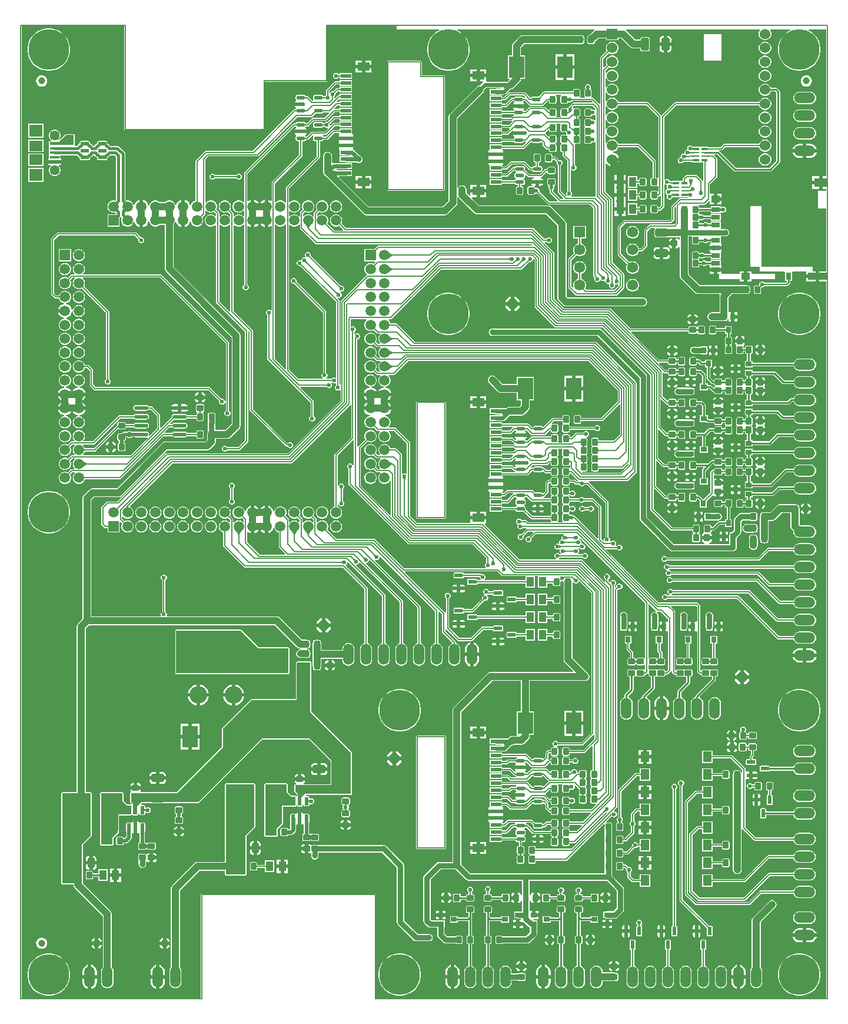
<source format=gtl>
G04*
G04 #@! TF.GenerationSoftware,Altium Limited,Altium Designer,22.3.1 (43)*
G04*
G04 Layer_Physical_Order=1*
G04 Layer_Color=255*
%FSLAX25Y25*%
%MOIN*%
G70*
G04*
G04 #@! TF.SameCoordinates,3C66329E-7EC6-4DA4-B4DD-612C795C30B2*
G04*
G04*
G04 #@! TF.FilePolarity,Positive*
G04*
G01*
G75*
%ADD10C,0.00787*%
%ADD11C,0.01968*%
%ADD18C,0.01000*%
G04:AMPARAMS|DCode=25|XSize=31.5mil|YSize=37.4mil|CornerRadius=3.94mil|HoleSize=0mil|Usage=FLASHONLY|Rotation=0.000|XOffset=0mil|YOffset=0mil|HoleType=Round|Shape=RoundedRectangle|*
%AMROUNDEDRECTD25*
21,1,0.03150,0.02953,0,0,0.0*
21,1,0.02362,0.03740,0,0,0.0*
1,1,0.00787,0.01181,-0.01476*
1,1,0.00787,-0.01181,-0.01476*
1,1,0.00787,-0.01181,0.01476*
1,1,0.00787,0.01181,0.01476*
%
%ADD25ROUNDEDRECTD25*%
G04:AMPARAMS|DCode=26|XSize=49.61mil|YSize=23.23mil|CornerRadius=2.9mil|HoleSize=0mil|Usage=FLASHONLY|Rotation=270.000|XOffset=0mil|YOffset=0mil|HoleType=Round|Shape=RoundedRectangle|*
%AMROUNDEDRECTD26*
21,1,0.04961,0.01742,0,0,270.0*
21,1,0.04380,0.02323,0,0,270.0*
1,1,0.00581,-0.00871,-0.02190*
1,1,0.00581,-0.00871,0.02190*
1,1,0.00581,0.00871,0.02190*
1,1,0.00581,0.00871,-0.02190*
%
%ADD26ROUNDEDRECTD26*%
%ADD27R,0.07087X0.04724*%
%ADD28R,0.06102X0.02362*%
%ADD29R,0.05118X0.05906*%
G04:AMPARAMS|DCode=30|XSize=49.61mil|YSize=23.23mil|CornerRadius=2.9mil|HoleSize=0mil|Usage=FLASHONLY|Rotation=0.000|XOffset=0mil|YOffset=0mil|HoleType=Round|Shape=RoundedRectangle|*
%AMROUNDEDRECTD30*
21,1,0.04961,0.01742,0,0,0.0*
21,1,0.04380,0.02323,0,0,0.0*
1,1,0.00581,0.02190,-0.00871*
1,1,0.00581,-0.02190,-0.00871*
1,1,0.00581,-0.02190,0.00871*
1,1,0.00581,0.02190,0.00871*
%
%ADD30ROUNDEDRECTD30*%
G04:AMPARAMS|DCode=31|XSize=47.64mil|YSize=23.23mil|CornerRadius=5.81mil|HoleSize=0mil|Usage=FLASHONLY|Rotation=0.000|XOffset=0mil|YOffset=0mil|HoleType=Round|Shape=RoundedRectangle|*
%AMROUNDEDRECTD31*
21,1,0.04764,0.01161,0,0,0.0*
21,1,0.03602,0.02323,0,0,0.0*
1,1,0.01161,0.01801,-0.00581*
1,1,0.01161,-0.01801,-0.00581*
1,1,0.01161,-0.01801,0.00581*
1,1,0.01161,0.01801,0.00581*
%
%ADD31ROUNDEDRECTD31*%
G04:AMPARAMS|DCode=32|XSize=45.28mil|YSize=70.87mil|CornerRadius=4.98mil|HoleSize=0mil|Usage=FLASHONLY|Rotation=90.000|XOffset=0mil|YOffset=0mil|HoleType=Round|Shape=RoundedRectangle|*
%AMROUNDEDRECTD32*
21,1,0.04528,0.06091,0,0,90.0*
21,1,0.03532,0.07087,0,0,90.0*
1,1,0.00996,0.03045,0.01766*
1,1,0.00996,0.03045,-0.01766*
1,1,0.00996,-0.03045,-0.01766*
1,1,0.00996,-0.03045,0.01766*
%
%ADD32ROUNDEDRECTD32*%
G04:AMPARAMS|DCode=33|XSize=39.37mil|YSize=57.09mil|CornerRadius=4.92mil|HoleSize=0mil|Usage=FLASHONLY|Rotation=180.000|XOffset=0mil|YOffset=0mil|HoleType=Round|Shape=RoundedRectangle|*
%AMROUNDEDRECTD33*
21,1,0.03937,0.04724,0,0,180.0*
21,1,0.02953,0.05709,0,0,180.0*
1,1,0.00984,-0.01476,0.02362*
1,1,0.00984,0.01476,0.02362*
1,1,0.00984,0.01476,-0.02362*
1,1,0.00984,-0.01476,-0.02362*
%
%ADD33ROUNDEDRECTD33*%
%ADD34R,0.07480X0.05118*%
%ADD35R,0.11024X0.03937*%
%ADD36R,0.03150X0.03937*%
%ADD37R,0.04724X0.03937*%
%ADD38R,0.04724X0.02756*%
%ADD39R,0.12598X0.06772*%
%ADD40R,0.02756X0.03543*%
%ADD41R,0.08661X0.12402*%
G04:AMPARAMS|DCode=42|XSize=34.45mil|YSize=37.4mil|CornerRadius=4.31mil|HoleSize=0mil|Usage=FLASHONLY|Rotation=180.000|XOffset=0mil|YOffset=0mil|HoleType=Round|Shape=RoundedRectangle|*
%AMROUNDEDRECTD42*
21,1,0.03445,0.02879,0,0,180.0*
21,1,0.02584,0.03740,0,0,180.0*
1,1,0.00861,-0.01292,0.01440*
1,1,0.00861,0.01292,0.01440*
1,1,0.00861,0.01292,-0.01440*
1,1,0.00861,-0.01292,-0.01440*
%
%ADD42ROUNDEDRECTD42*%
G04:AMPARAMS|DCode=43|XSize=47.64mil|YSize=22.84mil|CornerRadius=2.85mil|HoleSize=0mil|Usage=FLASHONLY|Rotation=90.000|XOffset=0mil|YOffset=0mil|HoleType=Round|Shape=RoundedRectangle|*
%AMROUNDEDRECTD43*
21,1,0.04764,0.01713,0,0,90.0*
21,1,0.04193,0.02284,0,0,90.0*
1,1,0.00571,0.00856,0.02097*
1,1,0.00571,0.00856,-0.02097*
1,1,0.00571,-0.00856,-0.02097*
1,1,0.00571,-0.00856,0.02097*
%
%ADD43ROUNDEDRECTD43*%
%ADD44R,0.09252X0.20079*%
%ADD45R,0.04331X0.05709*%
%ADD46O,0.08014X0.02260*%
%ADD47R,0.03425X0.01024*%
%ADD48R,0.03425X0.01614*%
%ADD49R,0.07480X0.07087*%
%ADD50R,0.07480X0.05906*%
%ADD51R,0.05315X0.01575*%
G04:AMPARAMS|DCode=52|XSize=35.43mil|YSize=37.4mil|CornerRadius=4.43mil|HoleSize=0mil|Usage=FLASHONLY|Rotation=0.000|XOffset=0mil|YOffset=0mil|HoleType=Round|Shape=RoundedRectangle|*
%AMROUNDEDRECTD52*
21,1,0.03543,0.02854,0,0,0.0*
21,1,0.02657,0.03740,0,0,0.0*
1,1,0.00886,0.01329,-0.01427*
1,1,0.00886,-0.01329,-0.01427*
1,1,0.00886,-0.01329,0.01427*
1,1,0.00886,0.01329,0.01427*
%
%ADD52ROUNDEDRECTD52*%
%ADD53C,0.03937*%
%ADD54R,0.03543X0.02756*%
G04:AMPARAMS|DCode=55|XSize=35.43mil|YSize=37.4mil|CornerRadius=4.43mil|HoleSize=0mil|Usage=FLASHONLY|Rotation=90.000|XOffset=0mil|YOffset=0mil|HoleType=Round|Shape=RoundedRectangle|*
%AMROUNDEDRECTD55*
21,1,0.03543,0.02854,0,0,90.0*
21,1,0.02657,0.03740,0,0,90.0*
1,1,0.00886,0.01427,0.01329*
1,1,0.00886,0.01427,-0.01329*
1,1,0.00886,-0.01427,-0.01329*
1,1,0.00886,-0.01427,0.01329*
%
%ADD55ROUNDEDRECTD55*%
G04:AMPARAMS|DCode=56|XSize=31.5mil|YSize=37.4mil|CornerRadius=3.94mil|HoleSize=0mil|Usage=FLASHONLY|Rotation=270.000|XOffset=0mil|YOffset=0mil|HoleType=Round|Shape=RoundedRectangle|*
%AMROUNDEDRECTD56*
21,1,0.03150,0.02953,0,0,270.0*
21,1,0.02362,0.03740,0,0,270.0*
1,1,0.00787,-0.01476,-0.01181*
1,1,0.00787,-0.01476,0.01181*
1,1,0.00787,0.01476,0.01181*
1,1,0.00787,0.01476,-0.01181*
%
%ADD56ROUNDEDRECTD56*%
G04:AMPARAMS|DCode=57|XSize=47.64mil|YSize=22.84mil|CornerRadius=2.85mil|HoleSize=0mil|Usage=FLASHONLY|Rotation=0.000|XOffset=0mil|YOffset=0mil|HoleType=Round|Shape=RoundedRectangle|*
%AMROUNDEDRECTD57*
21,1,0.04764,0.01713,0,0,0.0*
21,1,0.04193,0.02284,0,0,0.0*
1,1,0.00571,0.02097,-0.00856*
1,1,0.00571,-0.02097,-0.00856*
1,1,0.00571,-0.02097,0.00856*
1,1,0.00571,0.02097,0.00856*
%
%ADD57ROUNDEDRECTD57*%
G04:AMPARAMS|DCode=58|XSize=45.28mil|YSize=70.87mil|CornerRadius=4.98mil|HoleSize=0mil|Usage=FLASHONLY|Rotation=180.000|XOffset=0mil|YOffset=0mil|HoleType=Round|Shape=RoundedRectangle|*
%AMROUNDEDRECTD58*
21,1,0.04528,0.06091,0,0,180.0*
21,1,0.03532,0.07087,0,0,180.0*
1,1,0.00996,-0.01766,0.03045*
1,1,0.00996,0.01766,0.03045*
1,1,0.00996,0.01766,-0.03045*
1,1,0.00996,-0.01766,-0.03045*
%
%ADD58ROUNDEDRECTD58*%
%ADD98C,0.03937*%
%ADD99C,0.02362*%
%ADD100C,0.03150*%
%ADD101C,0.01799*%
%ADD102O,0.11874X0.05937*%
%ADD103O,0.05937X0.11874*%
%ADD104C,0.23000*%
%ADD105C,0.06024*%
%ADD106R,0.06024X0.06024*%
%ADD107C,0.05906*%
%ADD108R,0.05906X0.05906*%
%ADD109O,0.06299X0.03150*%
%ADD110C,0.05709*%
%ADD111P,0.06494X8X22.5*%
%ADD112R,0.06221X0.06221*%
%ADD113C,0.06221*%
%ADD114C,0.10000*%
%ADD115R,0.05906X0.05906*%
%ADD116C,0.02362*%
%ADD117C,0.03150*%
G36*
X212707Y549308D02*
X212863Y548931D01*
X213239Y548775D01*
X236932D01*
X237052Y548275D01*
X235841Y547658D01*
X234314Y546549D01*
X232979Y545214D01*
X231869Y543687D01*
X231012Y542005D01*
X230429Y540210D01*
X230134Y538345D01*
Y536458D01*
X230429Y534593D01*
X231012Y532798D01*
X231869Y531116D01*
X232979Y529589D01*
X234314Y528255D01*
X235841Y527145D01*
X237523Y526288D01*
X239318Y525705D01*
X241182Y525409D01*
X243070D01*
X244934Y525705D01*
X246729Y526288D01*
X248411Y527145D01*
X249938Y528255D01*
X251273Y529589D01*
X252383Y531116D01*
X253239Y532798D01*
X253823Y534593D01*
X254118Y536458D01*
Y538345D01*
X253823Y540210D01*
X253239Y542005D01*
X252383Y543687D01*
X251273Y545214D01*
X249938Y546549D01*
X248411Y547658D01*
X247200Y548275D01*
X247320Y548775D01*
X324675D01*
X324827Y548275D01*
X324526Y548074D01*
X324526Y548074D01*
X321832Y545380D01*
X321708D01*
X321348Y545309D01*
X321043Y545105D01*
X320839Y544800D01*
X320767Y544440D01*
Y544088D01*
X320682Y543960D01*
X320491Y543000D01*
X320682Y542040D01*
X320767Y541912D01*
Y541561D01*
X320839Y541200D01*
X321043Y540895D01*
X321348Y540691D01*
X321708Y540620D01*
X322354D01*
X323000Y540491D01*
X323646Y540620D01*
X324292D01*
X324652Y540691D01*
X324957Y540895D01*
X325161Y541200D01*
X325233Y541561D01*
Y541685D01*
X327339Y543791D01*
X331396D01*
Y542796D01*
X338404D01*
Y543791D01*
X340161D01*
X345226Y538726D01*
X346040Y538182D01*
X347000Y537991D01*
X350725D01*
Y537455D01*
X350801Y537068D01*
X351020Y536741D01*
X351348Y536522D01*
X351734Y536445D01*
X355266D01*
X355652Y536522D01*
X355980Y536741D01*
X356199Y537068D01*
X356275Y537455D01*
Y543545D01*
X356199Y543932D01*
X355980Y544259D01*
X355652Y544478D01*
X355266Y544555D01*
X351734D01*
X351348Y544478D01*
X351020Y544259D01*
X350801Y543932D01*
X350725Y543545D01*
Y543009D01*
X348039D01*
X342974Y548074D01*
X342673Y548275D01*
X342825Y548775D01*
X418359D01*
X418594Y548275D01*
X418235Y547652D01*
X417996Y546761D01*
Y545839D01*
X418235Y544947D01*
X418696Y544148D01*
X419348Y543496D01*
X420148Y543035D01*
X421039Y542796D01*
X421961D01*
X422853Y543035D01*
X423652Y543496D01*
X424304Y544148D01*
X424765Y544947D01*
X425004Y545839D01*
Y546761D01*
X424765Y547652D01*
X424406Y548275D01*
X424641Y548775D01*
X435751D01*
X435871Y548275D01*
X434660Y547658D01*
X433133Y546549D01*
X431798Y545214D01*
X430688Y543687D01*
X429831Y542005D01*
X429248Y540210D01*
X428953Y538345D01*
Y536458D01*
X429248Y534593D01*
X429831Y532798D01*
X430688Y531116D01*
X431798Y529589D01*
X433133Y528255D01*
X434660Y527145D01*
X436341Y526288D01*
X438137Y525705D01*
X440001Y525409D01*
X441889D01*
X443753Y525705D01*
X445548Y526288D01*
X447230Y527145D01*
X448757Y528255D01*
X450092Y529589D01*
X451201Y531116D01*
X452058Y532798D01*
X452642Y534593D01*
X452937Y536458D01*
Y538345D01*
X452642Y540210D01*
X452058Y542005D01*
X451201Y543687D01*
X450092Y545214D01*
X448757Y546549D01*
X447230Y547658D01*
X446019Y548275D01*
X446139Y548775D01*
X456267D01*
Y465709D01*
X454020D01*
Y462150D01*
Y458591D01*
X456267D01*
Y457425D01*
X451445D01*
Y447392D01*
X456267D01*
Y411969D01*
X452248D01*
Y409000D01*
Y406032D01*
X456267D01*
Y426D01*
X201214Y426D01*
Y59055D01*
X201089Y59356D01*
X200787Y59481D01*
X102362D01*
X102061Y59356D01*
X101936Y59055D01*
Y426D01*
X426D01*
Y550755D01*
X58629D01*
Y492126D01*
X58754Y491825D01*
X59055Y491700D01*
X137795Y491700D01*
X138097Y491825D01*
X138221Y492126D01*
Y519259D01*
X173228D01*
X173530Y519384D01*
X173654Y519685D01*
Y550755D01*
X212707D01*
Y549308D01*
D02*
G37*
%LPC*%
G36*
X366880Y545073D02*
X366114D01*
Y541500D01*
X368407D01*
Y543545D01*
X368291Y544130D01*
X367960Y544625D01*
X367464Y544956D01*
X366880Y545073D01*
D02*
G37*
G36*
X364114D02*
X363348D01*
X362764Y544956D01*
X362268Y544625D01*
X361937Y544130D01*
X361821Y543545D01*
Y541500D01*
X364114D01*
Y545073D01*
D02*
G37*
G36*
X368407Y539500D02*
X366114D01*
Y535927D01*
X366880D01*
X367464Y536044D01*
X367960Y536375D01*
X368291Y536870D01*
X368407Y537455D01*
Y539500D01*
D02*
G37*
G36*
X364114D02*
X361821D01*
Y537455D01*
X361937Y536870D01*
X362268Y536375D01*
X362764Y536044D01*
X363348Y535927D01*
X364114D01*
Y539500D01*
D02*
G37*
G36*
X421961Y541904D02*
X421039D01*
X420148Y541665D01*
X419348Y541204D01*
X418696Y540552D01*
X418235Y539752D01*
X417996Y538861D01*
Y537939D01*
X418235Y537047D01*
X418696Y536248D01*
X419348Y535596D01*
X420148Y535135D01*
X421039Y534896D01*
X421961D01*
X422853Y535135D01*
X423652Y535596D01*
X424304Y536248D01*
X424765Y537047D01*
X425004Y537939D01*
Y538861D01*
X424765Y539752D01*
X424304Y540552D01*
X423652Y541204D01*
X422853Y541665D01*
X421961Y541904D01*
D02*
G37*
G36*
X335361D02*
X334439D01*
X333547Y541665D01*
X332749Y541204D01*
X332096Y540552D01*
X331635Y539752D01*
X331396Y538861D01*
Y537939D01*
X331635Y537047D01*
X331867Y536645D01*
X328361Y533139D01*
X328166Y532846D01*
X328097Y532500D01*
Y506834D01*
X327635Y506642D01*
X324398Y509879D01*
X324106Y510075D01*
X323760Y510143D01*
X323247D01*
X323101Y510535D01*
X323080Y510643D01*
X323264Y510918D01*
X323332Y511264D01*
Y514217D01*
X323264Y514562D01*
X323068Y514855D01*
X322775Y515051D01*
X322713Y515166D01*
X322921Y515667D01*
Y516333D01*
X322667Y516948D01*
X322196Y517418D01*
X321581Y517673D01*
X320915D01*
X320300Y517418D01*
X319830Y516948D01*
X319575Y516333D01*
Y515667D01*
X319783Y515166D01*
X319721Y515051D01*
X319428Y514855D01*
X319233Y514562D01*
X319164Y514217D01*
Y511264D01*
X319233Y510918D01*
X319416Y510643D01*
X319395Y510535D01*
X319249Y510143D01*
X316751D01*
X316605Y510535D01*
X316584Y510643D01*
X316768Y510918D01*
X316836Y511264D01*
Y514217D01*
X316768Y514562D01*
X316572Y514855D01*
X316279Y515051D01*
X315933Y515120D01*
X313571D01*
X313225Y515051D01*
X312932Y514855D01*
X312736Y514562D01*
X312668Y514217D01*
Y513643D01*
X296602D01*
X296257Y513575D01*
X295964Y513379D01*
X293500Y510915D01*
X290081D01*
X289662Y510831D01*
X289307Y510594D01*
X289179Y510403D01*
X289177Y510402D01*
X289175Y510396D01*
X289085Y510262D01*
X288589Y510188D01*
X285759Y513019D01*
X285466Y513214D01*
X285120Y513283D01*
X276880D01*
X276534Y513214D01*
X276241Y513019D01*
X273816Y510593D01*
X272551D01*
Y511363D01*
X265464D01*
Y508017D01*
X272551D01*
Y508787D01*
X274190D01*
X274536Y508856D01*
X274829Y509051D01*
X277254Y511477D01*
X284746D01*
X285579Y510643D01*
X285372Y510143D01*
X284831D01*
X284812Y510240D01*
X284575Y510594D01*
X284220Y510831D01*
X283801Y510915D01*
X280199D01*
X279780Y510831D01*
X279425Y510594D01*
X279188Y510240D01*
X279169Y510143D01*
X278240D01*
X277894Y510075D01*
X277602Y509879D01*
X274379Y506656D01*
X272551D01*
Y507426D01*
X265464D01*
Y504080D01*
X272551D01*
Y504850D01*
X274753D01*
X275099Y504919D01*
X275392Y505114D01*
X278614Y508337D01*
X279169D01*
X279188Y508241D01*
X279363Y507979D01*
X279421Y507870D01*
X279290Y507375D01*
X279059Y507220D01*
X278710Y506698D01*
X278671Y506500D01*
X285330D01*
X285290Y506698D01*
X284941Y507220D01*
X284710Y507375D01*
X284579Y507870D01*
X284637Y507979D01*
X284812Y508241D01*
X284831Y508337D01*
X285386D01*
X287861Y505861D01*
X288154Y505666D01*
X288500Y505597D01*
X295500D01*
X295846Y505666D01*
X296139Y505861D01*
X298614Y508337D01*
X299168D01*
Y507764D01*
X299236Y507418D01*
X299432Y507125D01*
X299725Y506929D01*
X300071Y506861D01*
X302433D01*
X302779Y506929D01*
X303072Y507125D01*
X303268Y507418D01*
X303336Y507764D01*
Y510716D01*
X303268Y511062D01*
X303084Y511337D01*
X303105Y511445D01*
X303251Y511837D01*
X305749D01*
X305895Y511445D01*
X305916Y511337D01*
X305732Y511062D01*
X305664Y510716D01*
Y507764D01*
X305732Y507418D01*
X305928Y507125D01*
X306221Y506929D01*
X306567Y506861D01*
X308929D01*
X309275Y506929D01*
X309568Y507125D01*
X309764Y507418D01*
X309768Y507440D01*
X309780Y507455D01*
X310313Y507714D01*
X310667Y507567D01*
X311333D01*
X311948Y507822D01*
X312419Y508292D01*
X312437Y508337D01*
X323386D01*
X323819Y507903D01*
X323612Y507403D01*
X313000D01*
X312654Y507334D01*
X312361Y507139D01*
X310809Y505586D01*
X310613Y505293D01*
X310567Y505058D01*
X310521Y504951D01*
X310521Y504946D01*
X310262Y504838D01*
X309791Y504368D01*
X309778Y504336D01*
X309275Y504071D01*
X308929Y504139D01*
X306567D01*
X306221Y504071D01*
X305928Y503875D01*
X305732Y503582D01*
X305664Y503236D01*
Y500283D01*
X305732Y499938D01*
X305838Y499779D01*
X305667Y499338D01*
X305617Y499279D01*
X303383D01*
X303333Y499338D01*
X303162Y499779D01*
X303268Y499938D01*
X303336Y500283D01*
Y503236D01*
X303268Y503582D01*
X303072Y503875D01*
X302779Y504071D01*
X302433Y504139D01*
X300071D01*
X299725Y504071D01*
X299432Y503875D01*
X299236Y503582D01*
X299181Y503303D01*
X298990Y503191D01*
X298668Y503110D01*
X297139Y504639D01*
X296846Y504834D01*
X296500Y504903D01*
X288500D01*
X288154Y504834D01*
X287861Y504639D01*
X285886Y502663D01*
X284831D01*
X284812Y502759D01*
X284637Y503021D01*
X284579Y503130D01*
X284710Y503625D01*
X284941Y503780D01*
X285290Y504303D01*
X285330Y504500D01*
X278671D01*
X278710Y504303D01*
X279059Y503780D01*
X279290Y503625D01*
X279421Y503130D01*
X279363Y503021D01*
X279188Y502759D01*
X279169Y502663D01*
X272551D01*
Y503489D01*
X265464D01*
Y500143D01*
X272551D01*
Y500857D01*
X279169D01*
X279188Y500761D01*
X279425Y500406D01*
X279429Y500403D01*
X279277Y499903D01*
X279000D01*
X278654Y499834D01*
X278361Y499639D01*
X277505Y498782D01*
X272551D01*
Y499552D01*
X265464D01*
Y496206D01*
X272551D01*
Y496976D01*
X277879D01*
X278019Y497004D01*
X278266Y496543D01*
X276568Y494845D01*
X272551D01*
Y495615D01*
X265464D01*
Y492269D01*
X272551D01*
Y493039D01*
X276554D01*
X276762Y492539D01*
X275131Y490908D01*
X272551D01*
Y491678D01*
X265464D01*
Y488332D01*
X272551D01*
Y489102D01*
X275505D01*
X275851Y489171D01*
X276144Y489366D01*
X278556Y491778D01*
X278944Y491460D01*
X278769Y491197D01*
X278730Y491000D01*
X282059D01*
Y489000D01*
X278730D01*
X278769Y488802D01*
X279118Y488280D01*
X279349Y488125D01*
X279480Y487630D01*
X279422Y487521D01*
X279247Y487259D01*
X279190Y486971D01*
X272551D01*
Y487741D01*
X265464D01*
Y484395D01*
X272551D01*
Y485165D01*
X279311D01*
X279484Y484906D01*
X279839Y484668D01*
X280258Y484585D01*
X283860D01*
X284279Y484668D01*
X284634Y484906D01*
X284871Y485260D01*
X284890Y485357D01*
X285760D01*
X285976Y485399D01*
X286248Y484965D01*
X284317Y483034D01*
X272551D01*
Y483804D01*
X265464D01*
X265464Y480458D01*
X264999Y480375D01*
X264957D01*
Y479194D01*
X269008D01*
X273059D01*
Y480375D01*
X273017D01*
X272692Y480433D01*
X272624Y480947D01*
X272905Y481228D01*
X284691D01*
X285037Y481296D01*
X285330Y481492D01*
X288756Y484919D01*
X289366Y484906D01*
X289721Y484668D01*
X290140Y484585D01*
X293742D01*
X294161Y484668D01*
X294516Y484906D01*
X294527Y484923D01*
X295025Y484972D01*
X295597Y484400D01*
Y483500D01*
X295666Y483154D01*
X295861Y482861D01*
X297602Y481121D01*
X297895Y480925D01*
X298240Y480857D01*
X299168D01*
Y480283D01*
X299236Y479938D01*
X299432Y479645D01*
X299725Y479449D01*
X300071Y479380D01*
X302433D01*
X302779Y479449D01*
X303072Y479645D01*
X303268Y479938D01*
X303336Y480283D01*
Y483236D01*
X303268Y483582D01*
X303072Y483875D01*
X302911Y483982D01*
X302885Y484072D01*
X302885Y484446D01*
X302911Y484538D01*
X303071Y484645D01*
X303267Y484938D01*
X303336Y485284D01*
Y488236D01*
X303267Y488582D01*
X303071Y488875D01*
X302778Y489071D01*
X302432Y489139D01*
X300070D01*
X299725Y489071D01*
X299432Y488875D01*
X299236Y488582D01*
X299181Y488304D01*
X298988Y488191D01*
X298667Y488110D01*
X297139Y489639D01*
X297014Y489722D01*
X297007Y489740D01*
Y490260D01*
X297014Y490278D01*
X297139Y490361D01*
X298667Y491890D01*
X298988Y491809D01*
X299181Y491696D01*
X299236Y491418D01*
X299432Y491125D01*
X299725Y490929D01*
X300070Y490861D01*
X302432D01*
X302778Y490929D01*
X303071Y491125D01*
X303267Y491418D01*
X303336Y491764D01*
Y494717D01*
X303267Y495062D01*
X303236Y495109D01*
X303503Y495609D01*
X305496D01*
X305763Y495109D01*
X305732Y495062D01*
X305663Y494717D01*
Y491764D01*
X305732Y491418D01*
X305928Y491125D01*
X306221Y490929D01*
X306566Y490861D01*
X308554D01*
X308827Y490588D01*
Y490167D01*
X309051Y489625D01*
X309012Y489470D01*
X308984Y489415D01*
X308787Y489139D01*
X306566D01*
X306221Y489071D01*
X305928Y488875D01*
X305732Y488582D01*
X305663Y488236D01*
Y485284D01*
X305732Y484938D01*
X305928Y484645D01*
X306088Y484537D01*
X306114Y484447D01*
X306114Y484073D01*
X306088Y483982D01*
X305928Y483875D01*
X305732Y483582D01*
X305664Y483236D01*
Y480283D01*
X305732Y479938D01*
X305928Y479645D01*
X306221Y479449D01*
X306567Y479380D01*
X306845D01*
Y477632D01*
X306914Y477286D01*
X307109Y476993D01*
X309597Y474506D01*
Y457211D01*
X309573Y457202D01*
X309103Y456731D01*
X308848Y456116D01*
Y455450D01*
X309048Y454968D01*
X308902Y454538D01*
X308818Y454413D01*
X308741Y454397D01*
X305965Y457173D01*
Y471840D01*
X306009Y471859D01*
X306480Y472329D01*
X306735Y472944D01*
Y473610D01*
X306480Y474225D01*
X306009Y474695D01*
X305394Y474950D01*
X304729D01*
X304684Y474932D01*
X302977Y476639D01*
X302684Y476834D01*
X302339Y476903D01*
X301021D01*
Y477476D01*
X300953Y477822D01*
X300757Y478115D01*
X300464Y478311D01*
X300118Y478380D01*
X297756D01*
X297410Y478311D01*
X297117Y478115D01*
X296921Y477822D01*
X296853Y477476D01*
Y474524D01*
X296921Y474178D01*
X297117Y473885D01*
X297410Y473689D01*
X297756Y473620D01*
X300118D01*
X300464Y473689D01*
X300757Y473885D01*
X300953Y474178D01*
X301021Y474524D01*
Y475097D01*
X301964D01*
X303407Y473654D01*
X303388Y473610D01*
Y472944D01*
X303643Y472329D01*
X304114Y471859D01*
X304158Y471840D01*
Y456799D01*
X304227Y456454D01*
X304423Y456161D01*
X307321Y453263D01*
X307130Y452801D01*
X305723D01*
X301403Y457120D01*
Y458063D01*
X301448Y458081D01*
X301919Y458552D01*
X302173Y459167D01*
Y459833D01*
X302129Y459940D01*
X302322Y460488D01*
X302615Y460684D01*
X302811Y460977D01*
X302880Y461323D01*
Y463685D01*
X302811Y464031D01*
X302615Y464324D01*
X302322Y464520D01*
X301976Y464588D01*
X299024D01*
X298678Y464520D01*
X298385Y464324D01*
X298189Y464031D01*
X298120Y463685D01*
Y461323D01*
X298189Y460977D01*
X298385Y460684D01*
X298678Y460488D01*
X298871Y459940D01*
X298827Y459833D01*
Y459167D01*
X299081Y458552D01*
X299552Y458081D01*
X299597Y458063D01*
Y456746D01*
X299666Y456400D01*
X299861Y456108D01*
X303986Y451983D01*
X303794Y451521D01*
X299372D01*
X293655Y457238D01*
X293673Y457283D01*
Y457948D01*
X293419Y458563D01*
X292948Y459034D01*
X292333Y459289D01*
X291667D01*
X291614Y459267D01*
X291071Y459438D01*
X290875Y459731D01*
X290841Y459754D01*
X290992Y460253D01*
X291441D01*
Y461446D01*
X289111D01*
X289151Y461248D01*
X289500Y460726D01*
X289845Y460495D01*
X289693Y459995D01*
X287874D01*
X287528Y459926D01*
X287235Y459731D01*
X287040Y459438D01*
X286971Y459092D01*
Y456139D01*
X287040Y455794D01*
X287235Y455501D01*
X287528Y455305D01*
X287874Y455236D01*
X290236D01*
X290582Y455305D01*
X290875Y455501D01*
X291071Y455794D01*
X291614Y455964D01*
X291667Y455942D01*
X292333D01*
X292377Y455961D01*
X298359Y449979D01*
X298652Y449784D01*
X298997Y449715D01*
X322026D01*
X324115Y447626D01*
Y409359D01*
X324184Y409013D01*
X324380Y408720D01*
X324956Y408144D01*
X324827Y407833D01*
Y407167D01*
X325081Y406552D01*
X325552Y406081D01*
X326167Y405827D01*
X326833D01*
X327448Y406081D01*
X327919Y406552D01*
X328083Y406949D01*
X328323Y406999D01*
X328635Y406998D01*
X329052Y406581D01*
X329667Y406327D01*
X330333D01*
X330452Y406376D01*
X330952Y406187D01*
X330989Y406099D01*
X331207Y405573D01*
X331678Y405102D01*
X332293Y404847D01*
X332844D01*
X333111Y404573D01*
X333203Y404407D01*
X333131Y404234D01*
Y403568D01*
X333386Y402953D01*
X333857Y402483D01*
X334472Y402228D01*
X335137D01*
X335752Y402483D01*
X336223Y402953D01*
X336478Y403568D01*
Y404043D01*
X336855Y404364D01*
X336940Y404393D01*
X337100Y404327D01*
X337766D01*
X337929Y404394D01*
X338394Y404107D01*
X338428Y403705D01*
X336126Y401403D01*
X320374D01*
X319605Y402173D01*
X319857Y402609D01*
X320102Y403526D01*
Y404474D01*
X319857Y405391D01*
X319383Y406212D01*
X318712Y406883D01*
X317891Y407357D01*
X317403Y407487D01*
Y410513D01*
X317891Y410643D01*
X318712Y411117D01*
X319383Y411788D01*
X319857Y412609D01*
X320102Y413526D01*
Y414474D01*
X319857Y415390D01*
X319383Y416212D01*
X318712Y416883D01*
X317891Y417357D01*
X316974Y417602D01*
X316026D01*
X315109Y417357D01*
X314288Y416883D01*
X313617Y416212D01*
X313143Y415390D01*
X312898Y414474D01*
Y413526D01*
X313143Y412609D01*
X313617Y411788D01*
X314288Y411117D01*
X315109Y410643D01*
X315597Y410513D01*
Y407487D01*
X315109Y407357D01*
X314288Y406883D01*
X313617Y406212D01*
X313143Y405391D01*
X312898Y404474D01*
Y403526D01*
X313103Y402760D01*
X312654Y402502D01*
X311841Y403315D01*
Y418064D01*
X314673Y420895D01*
X315109Y420643D01*
X316026Y420398D01*
X316974D01*
X317891Y420643D01*
X318712Y421117D01*
X319383Y421788D01*
X319857Y422610D01*
X320102Y423526D01*
Y424474D01*
X319857Y425390D01*
X319383Y426212D01*
X318712Y426883D01*
X317891Y427357D01*
X317403Y427487D01*
Y430398D01*
X320102D01*
Y437602D01*
X312898D01*
Y430398D01*
X315597D01*
Y427487D01*
X315109Y427357D01*
X314288Y426883D01*
X313617Y426212D01*
X313143Y425390D01*
X312898Y424474D01*
Y423526D01*
X313143Y422610D01*
X313395Y422173D01*
X310299Y419077D01*
X310104Y418784D01*
X310035Y418438D01*
Y402941D01*
X310104Y402595D01*
X310299Y402302D01*
X314240Y398361D01*
X314533Y398166D01*
X314879Y398097D01*
X337055D01*
X337400Y398166D01*
X337693Y398361D01*
X341418Y402086D01*
X341614Y402379D01*
X341683Y402725D01*
Y410030D01*
X341614Y410376D01*
X341418Y410669D01*
X335183Y416904D01*
Y452606D01*
X335114Y452952D01*
X334918Y453245D01*
X331183Y456980D01*
Y472649D01*
X331666Y472778D01*
X331690Y472737D01*
X332437Y471990D01*
X333351Y471462D01*
X333900Y471315D01*
Y475200D01*
X334900D01*
Y476200D01*
X338785D01*
X338638Y476749D01*
X338110Y477663D01*
X337363Y478410D01*
X336449Y478938D01*
X335644Y479154D01*
Y479672D01*
X336252Y479835D01*
X337052Y480296D01*
X337704Y480948D01*
X338165Y481747D01*
X338285Y482197D01*
X349526D01*
X357845Y473878D01*
Y464887D01*
X357567D01*
X357221Y464819D01*
X356928Y464623D01*
X356733Y464330D01*
X356664Y463984D01*
Y461031D01*
X356733Y460686D01*
X356928Y460393D01*
X357221Y460197D01*
X357567Y460128D01*
X359929D01*
X360275Y460197D01*
X360568Y460393D01*
X360597Y460436D01*
X361097Y460285D01*
Y457231D01*
X360597Y457079D01*
X360568Y457123D01*
X360275Y457319D01*
X359929Y457387D01*
X357567D01*
X357221Y457319D01*
X356928Y457123D01*
X356733Y456830D01*
X356664Y456484D01*
Y453531D01*
X356733Y453186D01*
X356928Y452893D01*
X357221Y452697D01*
X357567Y452628D01*
X359929D01*
X360275Y452697D01*
X360568Y452893D01*
X360764Y453186D01*
X360832Y453531D01*
Y454105D01*
X361104D01*
X361449Y454173D01*
X361742Y454369D01*
X362135Y454762D01*
X362597Y454570D01*
Y449166D01*
X361449Y448018D01*
X360832D01*
Y448614D01*
X360764Y448960D01*
X360568Y449253D01*
X360275Y449449D01*
X359929Y449517D01*
X357567D01*
X357221Y449449D01*
X356928Y449253D01*
X356733Y448960D01*
X356664Y448614D01*
Y445661D01*
X356733Y445316D01*
X356928Y445023D01*
X357221Y444827D01*
X357567Y444758D01*
X359929D01*
X360275Y444827D01*
X360568Y445023D01*
X360764Y445316D01*
X360832Y445661D01*
Y446212D01*
X361823D01*
X362169Y446281D01*
X362461Y446477D01*
X364139Y448154D01*
X364334Y448447D01*
X364403Y448792D01*
Y461023D01*
X364903Y461231D01*
X365052Y461082D01*
X365667Y460827D01*
X365936Y460327D01*
X365827Y460063D01*
Y459398D01*
X366082Y458782D01*
X366017Y458459D01*
X365788Y458364D01*
X365318Y457894D01*
X365063Y457279D01*
Y456613D01*
X365318Y455998D01*
X365788Y455527D01*
X365863Y454955D01*
X365671Y454490D01*
Y453824D01*
X365926Y453209D01*
X366396Y452739D01*
X367011Y452484D01*
X367677D01*
X368292Y452739D01*
X368763Y453209D01*
X369016Y453820D01*
X369078Y453838D01*
X369517Y453936D01*
X369528Y453932D01*
X369556Y453943D01*
X369584Y453935D01*
X369617Y453953D01*
X373079D01*
X373421Y453953D01*
X373921Y453953D01*
X377383D01*
X377415Y453935D01*
X377444Y453943D01*
X377472Y453932D01*
X377522Y453953D01*
X377613D01*
X377681Y453903D01*
X377569Y453538D01*
X377450Y453403D01*
X373500D01*
X373154Y453334D01*
X372861Y453139D01*
X368656Y448934D01*
X368461Y448641D01*
X368392Y448295D01*
Y441960D01*
X367335Y440903D01*
X342000D01*
X341654Y440834D01*
X341361Y440639D01*
X338361Y437639D01*
X338166Y437346D01*
X338097Y437000D01*
Y421500D01*
X338166Y421154D01*
X338361Y420861D01*
X343395Y415827D01*
X343143Y415390D01*
X342898Y414474D01*
Y413526D01*
X343143Y412609D01*
X343617Y411788D01*
X344288Y411117D01*
X345110Y410643D01*
X346026Y410398D01*
X346974D01*
X347890Y410643D01*
X348712Y411117D01*
X349383Y411788D01*
X349857Y412609D01*
X350102Y413526D01*
Y414474D01*
X349857Y415390D01*
X349383Y416212D01*
X348712Y416883D01*
X347890Y417357D01*
X346974Y417602D01*
X346026D01*
X345110Y417357D01*
X344673Y417105D01*
X339903Y421874D01*
Y436626D01*
X342374Y439097D01*
X367709D01*
X368055Y439166D01*
X368348Y439361D01*
X369934Y440947D01*
X370130Y441240D01*
X370198Y441586D01*
Y447921D01*
X370635Y448358D01*
X371097Y448166D01*
Y439374D01*
X370126Y438403D01*
X356500D01*
X356154Y438334D01*
X355861Y438139D01*
X353361Y435639D01*
X353166Y435346D01*
X353097Y435000D01*
Y426874D01*
X351126Y424903D01*
X349987D01*
X349857Y425390D01*
X349383Y426212D01*
X348712Y426883D01*
X347890Y427357D01*
X346974Y427602D01*
X346026D01*
X345110Y427357D01*
X344288Y426883D01*
X343617Y426212D01*
X343143Y425390D01*
X342898Y424474D01*
Y423526D01*
X343143Y422610D01*
X343617Y421788D01*
X344288Y421117D01*
X345110Y420643D01*
X346026Y420398D01*
X346974D01*
X347890Y420643D01*
X348712Y421117D01*
X349383Y421788D01*
X349857Y422610D01*
X349987Y423097D01*
X351500D01*
X351846Y423166D01*
X352139Y423361D01*
X354639Y425861D01*
X354834Y426154D01*
X354903Y426500D01*
Y434626D01*
X356874Y436597D01*
X358879D01*
X359117Y436097D01*
X359022Y435955D01*
X358945Y435569D01*
Y432037D01*
X359022Y431651D01*
X359241Y431323D01*
X359568Y431105D01*
X359955Y431028D01*
X366045D01*
X366432Y431105D01*
X366715Y431294D01*
X373243D01*
Y429740D01*
X372997Y429661D01*
X372743Y429657D01*
X372467Y430070D01*
X371990Y430389D01*
X371427Y430501D01*
X371000D01*
Y427701D01*
Y424901D01*
X371427D01*
X371990Y425013D01*
X372467Y425332D01*
X372743Y425744D01*
X372997Y425741D01*
X373243Y425661D01*
Y416480D01*
Y409248D01*
X373434Y408288D01*
X373978Y407474D01*
X381726Y399726D01*
X382540Y399182D01*
X383500Y398991D01*
X395424D01*
X395807Y398491D01*
X395684Y397875D01*
Y388658D01*
X391408D01*
X390448Y388468D01*
X389634Y387924D01*
X389090Y387110D01*
X388899Y386150D01*
X389090Y385190D01*
X389634Y384376D01*
X390448Y383832D01*
X391408Y383641D01*
X398193D01*
X399153Y383832D01*
X399234Y383886D01*
X400063D01*
Y384519D01*
X400433Y385073D01*
X400933Y384945D01*
Y383378D01*
X402311D01*
Y386150D01*
Y388921D01*
X401202D01*
X400933Y388921D01*
X400702Y389325D01*
Y396836D01*
X402857Y398991D01*
X410752D01*
X411402Y399120D01*
X411933D01*
X412279Y399189D01*
X412572Y399385D01*
X412768Y399678D01*
X412836Y400024D01*
Y400190D01*
X413070Y400540D01*
X413261Y401500D01*
X413070Y402460D01*
X412836Y402810D01*
Y402976D01*
X412768Y403322D01*
X412572Y403615D01*
X412279Y403811D01*
X411933Y403880D01*
X411402D01*
X410752Y404009D01*
X384539D01*
X378261Y410287D01*
Y416480D01*
Y429472D01*
Y431696D01*
X379899D01*
X380028Y431540D01*
X380213Y431196D01*
X380164Y430949D01*
Y427996D01*
X380233Y427650D01*
X380428Y427357D01*
X380721Y427162D01*
X381067Y427093D01*
X383429D01*
X383775Y427162D01*
X384068Y427357D01*
X384264Y427650D01*
X384332Y427996D01*
Y428461D01*
X386555D01*
X386962Y428054D01*
X387577Y427799D01*
X388242D01*
X388857Y428054D01*
X389264Y428461D01*
X390160D01*
X390207Y428440D01*
X390383Y428435D01*
X390518Y428424D01*
X390625Y428406D01*
X390699Y428386D01*
X390717Y428379D01*
X390717Y427602D01*
X390251Y427520D01*
X390209D01*
Y426142D01*
X393571D01*
X396933D01*
Y427520D01*
X396891D01*
X396425Y427602D01*
X396425Y428020D01*
Y431343D01*
X396779Y431696D01*
X399091D01*
X399295Y431736D01*
X399502D01*
X399694Y431816D01*
X399898Y431856D01*
X400070Y431972D01*
X400262Y432051D01*
X400409Y432198D01*
X400581Y432313D01*
X400581Y432313D01*
X400697Y432486D01*
X400843Y432632D01*
X400923Y432824D01*
X401038Y432997D01*
X401079Y433200D01*
X401158Y433392D01*
Y433600D01*
X401198Y433803D01*
X401158Y434007D01*
Y434214D01*
X401079Y434406D01*
X401038Y434610D01*
X400923Y434782D01*
X400843Y434974D01*
X400697Y435121D01*
X400581Y435293D01*
X400409Y435409D01*
X400262Y435556D01*
X400070Y435635D01*
X399898Y435750D01*
X399694Y435791D01*
X399502Y435870D01*
X399295D01*
X399091Y435911D01*
X399091Y435911D01*
X396779D01*
X396425Y436264D01*
Y440004D01*
X390717D01*
Y439145D01*
X389264D01*
X388857Y439552D01*
X388242Y439807D01*
X387577D01*
X386962Y439552D01*
X386555Y439145D01*
X384332D01*
Y439610D01*
X384264Y439956D01*
X384093Y440299D01*
X384264Y440643D01*
X384274Y440697D01*
X384282Y440708D01*
X384793Y440970D01*
X384824Y440969D01*
X385167Y440827D01*
X385833D01*
X386448Y441081D01*
X386819Y441453D01*
X390717D01*
Y440594D01*
X396425D01*
Y444335D01*
X390717D01*
Y443476D01*
X386890D01*
X386448Y443919D01*
X385833Y444173D01*
X385167D01*
X384821Y444030D01*
X384352Y444243D01*
X384152Y444748D01*
X384264Y444973D01*
X384332Y445319D01*
Y445784D01*
X390717D01*
Y444925D01*
X396425D01*
Y445206D01*
X396494Y445288D01*
X396993Y445386D01*
X397608Y445132D01*
X398274D01*
X398889Y445386D01*
X399360Y445857D01*
X399615Y446472D01*
Y447138D01*
X399360Y447753D01*
X398889Y448223D01*
X398274Y448478D01*
X397608D01*
X396993Y448223D01*
X396956Y448186D01*
X396491Y448315D01*
X396425Y448396D01*
Y448665D01*
X390717D01*
Y447807D01*
X384332D01*
Y448272D01*
X384264Y448617D01*
X384068Y448910D01*
X383775Y449106D01*
X383871Y449597D01*
X387071D01*
X387417Y449666D01*
X387710Y449861D01*
X389709Y451860D01*
X390209Y451653D01*
Y449929D01*
X392571D01*
Y452898D01*
Y455866D01*
X390280D01*
Y461003D01*
X394139Y464861D01*
X394334Y465154D01*
X394403Y465500D01*
Y475500D01*
X394334Y475846D01*
X394139Y476139D01*
X392789Y477488D01*
X392996Y477988D01*
X394581D01*
X403785Y468785D01*
X404113Y468565D01*
X404500Y468488D01*
X424500D01*
X424887Y468565D01*
X425215Y468785D01*
X429715Y473285D01*
X429935Y473613D01*
X430012Y474000D01*
Y513451D01*
X429935Y513838D01*
X429715Y514166D01*
X428467Y515415D01*
X428138Y515635D01*
X427751Y515712D01*
X424857D01*
X424765Y516052D01*
X424304Y516852D01*
X423652Y517504D01*
X422853Y517965D01*
X421961Y518204D01*
X421039D01*
X420148Y517965D01*
X419348Y517504D01*
X418696Y516852D01*
X418235Y516052D01*
X417996Y515161D01*
Y514239D01*
X418235Y513347D01*
X418696Y512548D01*
X419348Y511896D01*
X420148Y511435D01*
X421039Y511196D01*
X421961D01*
X422853Y511435D01*
X423652Y511896D01*
X424304Y512548D01*
X424765Y513347D01*
X424857Y513688D01*
X427332D01*
X427988Y513032D01*
Y474419D01*
X424081Y470512D01*
X404919D01*
X395715Y479715D01*
X395498Y479861D01*
X395613Y480361D01*
X396764D01*
X397109Y480429D01*
X397402Y480625D01*
X398974Y482197D01*
X418115D01*
X418235Y481747D01*
X418696Y480948D01*
X419348Y480296D01*
X420148Y479835D01*
X421039Y479596D01*
X421961D01*
X422853Y479835D01*
X423652Y480296D01*
X424304Y480948D01*
X424765Y481747D01*
X425004Y482639D01*
Y483561D01*
X424765Y484452D01*
X424304Y485252D01*
X423652Y485904D01*
X422853Y486365D01*
X421961Y486604D01*
X421039D01*
X420148Y486365D01*
X419348Y485904D01*
X418696Y485252D01*
X418235Y484452D01*
X418115Y484003D01*
X398600D01*
X398254Y483934D01*
X397961Y483739D01*
X396390Y482167D01*
X389272D01*
Y482563D01*
X385205D01*
X384862Y482563D01*
X384362Y482563D01*
X380907D01*
X380863Y482588D01*
X380828Y482578D01*
X380795Y482591D01*
X380728Y482563D01*
X380295D01*
X380025Y482798D01*
X380024Y482798D01*
X379912Y482844D01*
X379409Y483053D01*
X378744D01*
X378129Y482798D01*
X377658Y482327D01*
X377403Y481712D01*
Y481047D01*
X377039Y480620D01*
X376552Y480418D01*
X376081Y479948D01*
X375827Y479333D01*
Y479059D01*
X375816Y478666D01*
X375365Y478597D01*
X375149D01*
X374534Y478343D01*
X374063Y477872D01*
X373808Y477257D01*
Y476591D01*
X373803Y476583D01*
X373380Y476320D01*
X372796Y476078D01*
X372326Y475607D01*
X372071Y474993D01*
Y474327D01*
X372326Y473712D01*
X372796Y473241D01*
X373411Y472986D01*
X374077D01*
X374692Y473241D01*
X375163Y473712D01*
X375226Y473865D01*
X380295D01*
Y473468D01*
X384362D01*
X384705Y473468D01*
X385205Y473468D01*
X386662D01*
Y458575D01*
X386162Y458377D01*
X386127Y458415D01*
Y462776D01*
X386058Y463122D01*
X385862Y463415D01*
X383139Y466139D01*
X382846Y466334D01*
X382500Y466403D01*
X377235D01*
X376889Y466334D01*
X376596Y466139D01*
X375145Y464687D01*
X374949Y464394D01*
X374880Y464049D01*
Y463528D01*
X374525Y463047D01*
X373579Y463047D01*
X373079Y463047D01*
X369617D01*
X369584Y463065D01*
X369556Y463057D01*
X369528Y463068D01*
X369478Y463047D01*
X369012D01*
Y463043D01*
X368512Y462836D01*
X368511Y462837D01*
X368218Y463033D01*
X367872Y463102D01*
X367562D01*
X367419Y463448D01*
X366948Y463918D01*
X366333Y464173D01*
X365667D01*
X365052Y463918D01*
X364903Y463769D01*
X364403Y463977D01*
Y499126D01*
X371174Y505897D01*
X418115D01*
X418235Y505447D01*
X418696Y504648D01*
X419348Y503996D01*
X420148Y503535D01*
X421039Y503296D01*
X421961D01*
X422853Y503535D01*
X423652Y503996D01*
X424304Y504648D01*
X424765Y505447D01*
X425004Y506339D01*
Y507261D01*
X424765Y508152D01*
X424304Y508952D01*
X423652Y509604D01*
X422853Y510065D01*
X421961Y510304D01*
X421039D01*
X420148Y510065D01*
X419348Y509604D01*
X418696Y508952D01*
X418235Y508152D01*
X418115Y507703D01*
X370800D01*
X370454Y507634D01*
X370161Y507439D01*
X363144Y500422D01*
X362671Y500288D01*
X362479Y500439D01*
X355479Y507439D01*
X355186Y507634D01*
X354840Y507703D01*
X338285D01*
X338165Y508152D01*
X337704Y508952D01*
X337052Y509604D01*
X336252Y510065D01*
X335361Y510304D01*
X334439D01*
X333547Y510065D01*
X332749Y509604D01*
X332096Y508952D01*
X331683Y508235D01*
X331378Y508249D01*
X331183Y508322D01*
Y513178D01*
X331378Y513251D01*
X331683Y513265D01*
X332096Y512548D01*
X332749Y511896D01*
X333547Y511435D01*
X334439Y511196D01*
X335361D01*
X336252Y511435D01*
X337052Y511896D01*
X337704Y512548D01*
X338165Y513347D01*
X338404Y514239D01*
Y515161D01*
X338165Y516052D01*
X337704Y516852D01*
X337052Y517504D01*
X336252Y517965D01*
X335361Y518204D01*
X334439D01*
X333547Y517965D01*
X332749Y517504D01*
X332096Y516852D01*
X331683Y516135D01*
X331378Y516149D01*
X331183Y516222D01*
Y521078D01*
X331378Y521151D01*
X331683Y521165D01*
X332096Y520448D01*
X332749Y519796D01*
X333547Y519335D01*
X334439Y519096D01*
X335361D01*
X336252Y519335D01*
X337052Y519796D01*
X337704Y520448D01*
X338165Y521247D01*
X338404Y522139D01*
Y523061D01*
X338165Y523952D01*
X337704Y524752D01*
X337052Y525404D01*
X336252Y525865D01*
X335361Y526104D01*
X334439D01*
X333547Y525865D01*
X332749Y525404D01*
X332096Y524752D01*
X331683Y524035D01*
X331378Y524049D01*
X331183Y524122D01*
Y525505D01*
X333145Y527467D01*
X333547Y527235D01*
X334439Y526996D01*
X335361D01*
X336252Y527235D01*
X337052Y527696D01*
X337704Y528348D01*
X338165Y529147D01*
X338404Y530039D01*
Y530961D01*
X338165Y531852D01*
X337704Y532652D01*
X337052Y533304D01*
X336252Y533765D01*
X335361Y534004D01*
X334439D01*
X333547Y533765D01*
X332749Y533304D01*
X332096Y532652D01*
X331635Y531852D01*
X331396Y530961D01*
Y530039D01*
X331635Y529147D01*
X331867Y528745D01*
X330365Y527242D01*
X329903Y527434D01*
Y532126D01*
X333145Y535367D01*
X333547Y535135D01*
X334439Y534896D01*
X335361D01*
X336252Y535135D01*
X337052Y535596D01*
X337704Y536248D01*
X338165Y537047D01*
X338404Y537939D01*
Y538861D01*
X338165Y539752D01*
X337704Y540552D01*
X337052Y541204D01*
X336252Y541665D01*
X335361Y541904D01*
D02*
G37*
G36*
X396840Y546150D02*
X386840D01*
Y531150D01*
X396840D01*
Y546150D01*
D02*
G37*
G36*
X198551Y531044D02*
X195008D01*
Y528682D01*
X198551D01*
Y531044D01*
D02*
G37*
G36*
X193008D02*
X189464D01*
Y528682D01*
X193008D01*
Y531044D01*
D02*
G37*
G36*
X313610Y534701D02*
X309279D01*
Y528500D01*
X313610D01*
Y534701D01*
D02*
G37*
G36*
X307279D02*
X302949D01*
Y528500D01*
X307279D01*
Y534701D01*
D02*
G37*
G36*
X421961Y534004D02*
X421039D01*
X420148Y533765D01*
X419348Y533304D01*
X418696Y532652D01*
X418235Y531852D01*
X417996Y530961D01*
Y530039D01*
X418235Y529147D01*
X418696Y528348D01*
X419348Y527696D01*
X420148Y527235D01*
X421039Y526996D01*
X421961D01*
X422853Y527235D01*
X423652Y527696D01*
X424304Y528348D01*
X424765Y529147D01*
X425004Y530039D01*
Y530961D01*
X424765Y531852D01*
X424304Y532652D01*
X423652Y533304D01*
X422853Y533765D01*
X421961Y534004D01*
D02*
G37*
G36*
X16692Y549394D02*
X14804D01*
X12940Y549098D01*
X11145Y548515D01*
X9463Y547658D01*
X7936Y546549D01*
X6601Y545214D01*
X5491Y543687D01*
X4634Y542005D01*
X4051Y540210D01*
X3756Y538345D01*
Y536458D01*
X4051Y534593D01*
X4634Y532798D01*
X5491Y531116D01*
X6601Y529589D01*
X7936Y528255D01*
X9463Y527145D01*
X11145Y526288D01*
X12940Y525705D01*
X14804Y525409D01*
X16692D01*
X18556Y525705D01*
X20351Y526288D01*
X22033Y527145D01*
X23560Y528255D01*
X24895Y529589D01*
X26005Y531116D01*
X26862Y532798D01*
X27445Y534593D01*
X27740Y536458D01*
Y538345D01*
X27445Y540210D01*
X26862Y542005D01*
X26005Y543687D01*
X24895Y545214D01*
X23560Y546549D01*
X22033Y547658D01*
X20351Y548515D01*
X18556Y549098D01*
X16692Y549394D01*
D02*
G37*
G36*
X198551Y526682D02*
X195008D01*
Y524320D01*
X198551D01*
Y526682D01*
D02*
G37*
G36*
X193008D02*
X189464D01*
Y524320D01*
X193008D01*
Y526682D01*
D02*
G37*
G36*
X263610Y526044D02*
X260067D01*
Y523682D01*
X263610D01*
Y526044D01*
D02*
G37*
G36*
X258067D02*
X254524D01*
Y523682D01*
X258067D01*
Y526044D01*
D02*
G37*
G36*
X187610Y524237D02*
X180523D01*
Y523467D01*
X179937D01*
X179919Y523512D01*
X179448Y523983D01*
X178833Y524237D01*
X178167D01*
X177552Y523983D01*
X177082Y523512D01*
X176827Y522897D01*
Y522231D01*
X177082Y521616D01*
X177552Y521146D01*
X178167Y520891D01*
X178833D01*
X179448Y521146D01*
X179919Y521616D01*
X179937Y521661D01*
X180523D01*
Y520891D01*
X187610D01*
Y524237D01*
D02*
G37*
G36*
X313610Y526500D02*
X309279D01*
Y520299D01*
X313610D01*
Y526500D01*
D02*
G37*
G36*
X307279D02*
X302949D01*
Y520299D01*
X307279D01*
Y526500D01*
D02*
G37*
G36*
X258067Y521682D02*
X254524D01*
Y519320D01*
X258067D01*
Y521682D01*
D02*
G37*
G36*
X316799Y545509D02*
X284312D01*
X283351Y545318D01*
X282538Y544774D01*
X278946Y541183D01*
X278403Y540369D01*
X278212Y539409D01*
Y534193D01*
X275898D01*
Y520807D01*
X276528D01*
X276719Y520345D01*
X275712Y519338D01*
X275667Y519270D01*
X264089D01*
X263610Y519320D01*
X263610Y519770D01*
Y521682D01*
X260067D01*
Y519320D01*
X261586D01*
X261737Y518820D01*
X261663Y518770D01*
X259895Y517002D01*
X259815Y517018D01*
X258855Y516827D01*
X258041Y516283D01*
X243011Y501253D01*
X242467Y500440D01*
X242276Y499479D01*
Y451902D01*
X238985Y448611D01*
X196818D01*
X180189Y465240D01*
X180396Y465740D01*
X184067D01*
X184231Y465773D01*
X187610D01*
Y469119D01*
X184231D01*
X184067Y469152D01*
X179974D01*
X179956Y469160D01*
X178981Y469177D01*
X178986Y469677D01*
X184067D01*
X184231Y469710D01*
X187610D01*
Y473056D01*
X184231D01*
X184067Y473089D01*
X177022D01*
X176769Y473039D01*
X176269Y473448D01*
Y477000D01*
X176078Y477960D01*
X175534Y478774D01*
X174720Y479318D01*
X173760Y479509D01*
X172800Y479318D01*
X171986Y478774D01*
X171442Y477960D01*
X171251Y477000D01*
Y468121D01*
X171442Y467161D01*
X171986Y466347D01*
X172661Y465672D01*
X172661Y465672D01*
X194005Y444328D01*
X194818Y443785D01*
X195779Y443594D01*
X240024D01*
X240984Y443785D01*
X241798Y444328D01*
X246559Y449089D01*
X247103Y449903D01*
X247294Y450863D01*
Y453912D01*
X247794Y454064D01*
X248226Y453417D01*
X256705Y444938D01*
X257519Y444394D01*
X258479Y444203D01*
X297575D01*
X303991Y437787D01*
Y396849D01*
X304182Y395889D01*
X304726Y395075D01*
X307032Y392769D01*
X307846Y392225D01*
X308806Y392034D01*
X352291D01*
X353251Y392225D01*
X354065Y392769D01*
X354609Y393583D01*
X354800Y394543D01*
X354609Y395503D01*
X354065Y396317D01*
X353251Y396861D01*
X352291Y397052D01*
X309845D01*
X309009Y397889D01*
Y438826D01*
X309009Y438826D01*
X308818Y439786D01*
X308274Y440600D01*
X308274Y440600D01*
X300388Y448486D01*
X299574Y449030D01*
X298614Y449221D01*
X259518D01*
X255235Y453504D01*
X255427Y453966D01*
X258067D01*
Y456328D01*
X254524D01*
Y454869D01*
X254062Y454677D01*
X252509Y456230D01*
Y458000D01*
X252318Y458960D01*
X251774Y459774D01*
X250960Y460318D01*
X250000Y460509D01*
X249040Y460318D01*
X248226Y459774D01*
X247794Y459127D01*
X247294Y459279D01*
Y498440D01*
X261589Y512735D01*
X262133Y513549D01*
X262323Y514509D01*
X262308Y514589D01*
X263576Y515858D01*
X272138D01*
X272226Y515748D01*
X272026Y515333D01*
X269008D01*
X268843Y515300D01*
X265464D01*
Y511954D01*
X268843D01*
X269008Y511921D01*
X273549D01*
X274202Y512051D01*
X274756Y512421D01*
X277406Y515071D01*
X277486Y515055D01*
X278446Y515246D01*
X279260Y515790D01*
X282494Y519024D01*
X282494Y519024D01*
X283038Y519838D01*
X283229Y520798D01*
Y520807D01*
X285543D01*
Y534193D01*
X283229D01*
Y538370D01*
X285351Y540491D01*
X316799D01*
X317445Y540620D01*
X318091D01*
X318451Y540691D01*
X318756Y540895D01*
X318960Y541200D01*
X319032Y541561D01*
Y541912D01*
X319117Y542040D01*
X319308Y543000D01*
X319117Y543960D01*
X319032Y544088D01*
Y544440D01*
X318960Y544800D01*
X318756Y545105D01*
X318451Y545309D01*
X318091Y545380D01*
X317445D01*
X316799Y545509D01*
D02*
G37*
G36*
X421961Y526104D02*
X421039D01*
X420148Y525865D01*
X419348Y525404D01*
X418696Y524752D01*
X418235Y523952D01*
X417996Y523061D01*
Y522139D01*
X418235Y521247D01*
X418696Y520448D01*
X419348Y519796D01*
X420148Y519335D01*
X421039Y519096D01*
X421961D01*
X422853Y519335D01*
X423652Y519796D01*
X424304Y520448D01*
X424765Y521247D01*
X425004Y522139D01*
Y523061D01*
X424765Y523952D01*
X424304Y524752D01*
X423652Y525404D01*
X422853Y525865D01*
X421961Y526104D01*
D02*
G37*
G36*
X187610Y520300D02*
X180523D01*
Y519530D01*
X178127D01*
X177781Y519461D01*
X177489Y519266D01*
X173101Y514879D01*
X172906Y514586D01*
X172837Y514240D01*
Y511677D01*
X172792Y511659D01*
X172322Y511188D01*
X172303Y511143D01*
X171272D01*
X171253Y511239D01*
X171016Y511594D01*
X170661Y511832D01*
X170242Y511915D01*
X166640D01*
X166221Y511832D01*
X165866Y511594D01*
X165629Y511239D01*
X165546Y510821D01*
Y509659D01*
X165629Y509241D01*
X165700Y509134D01*
X165483Y508596D01*
X165220Y508557D01*
X162899Y510879D01*
X162606Y511075D01*
X162260Y511143D01*
X161390D01*
X161371Y511239D01*
X161134Y511594D01*
X160779Y511832D01*
X160360Y511915D01*
X156758D01*
X156339Y511832D01*
X155984Y511594D01*
X155747Y511239D01*
X155664Y510821D01*
Y509659D01*
X155747Y509241D01*
X155922Y508979D01*
X155980Y508870D01*
X155849Y508375D01*
X155618Y508220D01*
X155269Y507697D01*
X155230Y507500D01*
X158559D01*
Y505500D01*
X155230D01*
X155269Y505302D01*
X155618Y504780D01*
X155849Y504625D01*
X155980Y504130D01*
X155922Y504021D01*
X155747Y503759D01*
X155728Y503663D01*
X155260D01*
X154914Y503594D01*
X154621Y503399D01*
X131346Y480124D01*
X104720D01*
X104375Y480055D01*
X104082Y479859D01*
X99113Y474891D01*
X98918Y474598D01*
X98849Y474252D01*
Y451876D01*
X98422Y451761D01*
X97637Y451308D01*
X96995Y450666D01*
X96542Y449881D01*
X96307Y449005D01*
X95831Y449062D01*
Y449072D01*
X95561Y450077D01*
X95041Y450978D01*
X94305Y451714D01*
X93404Y452235D01*
X92878Y452375D01*
Y448551D01*
X90878D01*
Y452375D01*
X90352Y452235D01*
X89451Y451714D01*
X88715Y450978D01*
X88195Y450077D01*
X87925Y449072D01*
Y449062D01*
X87449Y449005D01*
X87214Y449881D01*
X86760Y450666D01*
X86119Y451308D01*
X85334Y451761D01*
X84457Y451996D01*
X83550D01*
X82674Y451761D01*
X81889Y451308D01*
X81641Y451060D01*
X79486D01*
X78779Y451077D01*
X78505Y451098D01*
X78447Y451106D01*
X78245Y451308D01*
X77460Y451761D01*
X76583Y451996D01*
X75676D01*
X74800Y451761D01*
X74015Y451308D01*
X73373Y450666D01*
X72920Y449881D01*
X72685Y449005D01*
X72209Y449062D01*
Y449072D01*
X71939Y450077D01*
X71419Y450978D01*
X70683Y451714D01*
X69782Y452235D01*
X69256Y452375D01*
Y448551D01*
X67256D01*
Y452375D01*
X66730Y452235D01*
X65829Y451714D01*
X65093Y450978D01*
X64573Y450077D01*
X64303Y449072D01*
Y449061D01*
X63827Y449005D01*
X63592Y449881D01*
X63138Y450666D01*
X62497Y451308D01*
X61712Y451761D01*
X60835Y451996D01*
X59928D01*
X59483Y451877D01*
X59114Y452246D01*
Y478351D01*
X59006Y478894D01*
X58698Y479355D01*
X55520Y482533D01*
X55059Y482840D01*
X54516Y482948D01*
X50765D01*
X49897Y483816D01*
X49437Y484124D01*
X49197Y484172D01*
X48992Y484377D01*
Y484876D01*
X48931Y485179D01*
X48759Y485437D01*
X48502Y485608D01*
X48199Y485669D01*
X44006D01*
X43703Y485608D01*
X43445Y485437D01*
X43273Y485179D01*
X43213Y484876D01*
Y484377D01*
X43007Y484172D01*
X42768Y484124D01*
X42308Y483816D01*
X41440Y482948D01*
X40883D01*
X40015Y483816D01*
X39555Y484124D01*
X39316Y484172D01*
X39110Y484377D01*
Y484876D01*
X39049Y485179D01*
X38877Y485437D01*
X38620Y485608D01*
X38317Y485669D01*
X34124D01*
X33821Y485608D01*
X33563Y485437D01*
X33392Y485179D01*
X33331Y484876D01*
Y484377D01*
X33125Y484172D01*
X32886Y484124D01*
X32426Y483816D01*
X31558Y482948D01*
X30845D01*
X30511Y483449D01*
X30533Y483500D01*
Y489000D01*
X30377Y489377D01*
X30000Y489533D01*
X25500D01*
X25123Y489377D01*
X21538Y485792D01*
X21510Y485799D01*
X21373Y486353D01*
X21808Y486788D01*
X22248Y487551D01*
X22476Y488402D01*
Y489283D01*
X22248Y490134D01*
X21808Y490897D01*
X21185Y491520D01*
X20422Y491961D01*
X19570Y492189D01*
X18689D01*
X17838Y491961D01*
X17075Y491520D01*
X16452Y490897D01*
X16012Y490134D01*
X15784Y489283D01*
Y488402D01*
X16012Y487551D01*
X16452Y486788D01*
X17075Y486165D01*
X17304Y486033D01*
X17170Y485533D01*
X16500D01*
X16174Y485398D01*
X15882D01*
Y482839D01*
Y480279D01*
Y475669D01*
X15374D01*
Y474882D01*
X19031D01*
X22689D01*
Y475669D01*
X22181D01*
Y477610D01*
X31558D01*
X32426Y476743D01*
X32886Y476435D01*
X33125Y476388D01*
X33331Y476182D01*
Y475683D01*
X33392Y475380D01*
X33563Y475122D01*
X33821Y474951D01*
X34124Y474890D01*
X38317D01*
X38620Y474951D01*
X38877Y475122D01*
X39049Y475380D01*
X39110Y475683D01*
Y476182D01*
X39316Y476388D01*
X39555Y476435D01*
X40015Y476743D01*
X40883Y477610D01*
X41440D01*
X42308Y476743D01*
X42768Y476435D01*
X43007Y476388D01*
X43213Y476182D01*
Y475683D01*
X43273Y475380D01*
X43445Y475122D01*
X43703Y474951D01*
X44006Y474890D01*
X48199D01*
X48502Y474951D01*
X48759Y475122D01*
X48931Y475380D01*
X48992Y475683D01*
Y476182D01*
X49197Y476388D01*
X49437Y476435D01*
X49897Y476743D01*
X50765Y477610D01*
X52893D01*
X53776Y476728D01*
Y452246D01*
X53407Y451877D01*
X52961Y451996D01*
X52054D01*
X51178Y451761D01*
X50393Y451308D01*
X49751Y450666D01*
X49298Y449881D01*
X49063Y449005D01*
Y448098D01*
X49298Y447222D01*
X49751Y446436D01*
X50393Y445795D01*
X51178Y445341D01*
X52054Y445106D01*
X52961D01*
X53407Y445226D01*
X53776Y444856D01*
Y444122D01*
X49063D01*
Y437232D01*
X55953D01*
Y442115D01*
X56198Y442361D01*
X56288Y442495D01*
X56318Y442516D01*
X56923Y442550D01*
X57279Y442193D01*
X57172Y442007D01*
X56937Y441131D01*
Y440224D01*
X57172Y439348D01*
X57625Y438562D01*
X58267Y437921D01*
X59052Y437467D01*
X59928Y437232D01*
X60835D01*
X61712Y437467D01*
X62497Y437921D01*
X63138Y438562D01*
X63592Y439348D01*
X63827Y440224D01*
X64303Y440167D01*
Y440157D01*
X64573Y439151D01*
X65093Y438250D01*
X65829Y437514D01*
X66730Y436994D01*
X67256Y436853D01*
Y440677D01*
X69256D01*
Y436853D01*
X69782Y436994D01*
X70683Y437514D01*
X71419Y438250D01*
X71939Y439151D01*
X72209Y440157D01*
Y440167D01*
X72685Y440224D01*
X72920Y439348D01*
X73373Y438562D01*
X74015Y437921D01*
X74800Y437467D01*
X75676Y437232D01*
X76583D01*
X77460Y437467D01*
X78245Y437921D01*
X78493Y438168D01*
X80648D01*
X81354Y438152D01*
X81495Y438141D01*
Y413496D01*
X81686Y412536D01*
X82230Y411722D01*
X119491Y374461D01*
Y325539D01*
X115961Y322009D01*
X110103D01*
Y326053D01*
X110114Y326105D01*
Y329500D01*
X110090Y329616D01*
Y330976D01*
X110022Y331322D01*
X109826Y331615D01*
X109533Y331811D01*
X109187Y331880D01*
X106825D01*
X106480Y331811D01*
X106186Y331615D01*
X105991Y331322D01*
X105922Y330976D01*
Y329616D01*
X105899Y329500D01*
Y326146D01*
X105889Y326095D01*
Y320775D01*
X105678Y320460D01*
X105487Y319500D01*
Y316535D01*
X104461Y315509D01*
X82000D01*
X81040Y315318D01*
X80226Y314774D01*
X54479Y289027D01*
X40518D01*
X40518Y289027D01*
X39558Y288836D01*
X38744Y288292D01*
X38744Y288292D01*
X35614Y285163D01*
X35071Y284349D01*
X34880Y283388D01*
Y215039D01*
X32387Y212547D01*
X31844Y211733D01*
X31653Y210773D01*
Y117033D01*
X23500D01*
X23123Y116877D01*
X22967Y116500D01*
Y65500D01*
X23123Y65123D01*
X23500Y64967D01*
X29751D01*
Y64740D01*
X29942Y63780D01*
X30486Y62966D01*
X46491Y46961D01*
Y31500D01*
Y17884D01*
X45977Y17214D01*
X45628Y16372D01*
X45509Y15469D01*
Y9532D01*
X45628Y8628D01*
X45977Y7786D01*
X46532Y7063D01*
X47255Y6509D01*
X48097Y6160D01*
X49000Y6041D01*
X49903Y6160D01*
X50745Y6509D01*
X51468Y7063D01*
X52023Y7786D01*
X52372Y8628D01*
X52491Y9532D01*
Y15469D01*
X52372Y16372D01*
X52023Y17214D01*
X51509Y17884D01*
Y31500D01*
Y48000D01*
X51318Y48960D01*
X50774Y49774D01*
X35033Y65515D01*
Y87279D01*
X39877Y92123D01*
X40033Y92500D01*
Y116500D01*
X39877Y116877D01*
X39500Y117033D01*
X36670D01*
Y209734D01*
X38428Y211491D01*
X143961D01*
X156315Y199137D01*
X156315Y199137D01*
X157129Y198593D01*
X158089Y198402D01*
X158089Y198402D01*
X158048Y197919D01*
X157540Y197818D01*
X156726Y197274D01*
X156182Y196460D01*
X155991Y195500D01*
X156182Y194540D01*
X156726Y193726D01*
X157540Y193182D01*
X158500Y192991D01*
X161493D01*
X162139Y193120D01*
X162785D01*
X163145Y193191D01*
X163450Y193395D01*
X163654Y193701D01*
X163725Y194061D01*
Y194412D01*
X163811Y194540D01*
X164002Y195500D01*
X163811Y196460D01*
X163725Y196588D01*
Y196940D01*
X163654Y197300D01*
X163450Y197605D01*
X163145Y197809D01*
X162785Y197880D01*
X162222D01*
X162122Y198036D01*
X162083Y198401D01*
X162256Y198531D01*
X162785D01*
X163145Y198602D01*
X163450Y198806D01*
X163654Y199112D01*
X163725Y199472D01*
Y199823D01*
X163811Y199951D01*
X164002Y200911D01*
X163811Y201871D01*
X163725Y201999D01*
Y202351D01*
X163654Y202711D01*
X163450Y203016D01*
X163145Y203220D01*
X162785Y203291D01*
X162139D01*
X161493Y203420D01*
X159128D01*
X146774Y215774D01*
X145960Y216318D01*
X145000Y216509D01*
X82863D01*
X82539Y217009D01*
X82673Y217333D01*
Y217998D01*
X82419Y218613D01*
X81948Y219084D01*
X81903Y219102D01*
Y237063D01*
X81948Y237082D01*
X82419Y237552D01*
X82673Y238167D01*
Y238833D01*
X82419Y239448D01*
X81948Y239918D01*
X81333Y240173D01*
X80667D01*
X80052Y239918D01*
X79581Y239448D01*
X79327Y238833D01*
Y238167D01*
X79581Y237552D01*
X80052Y237082D01*
X80097Y237063D01*
Y219102D01*
X80052Y219084D01*
X79581Y218613D01*
X79327Y217998D01*
Y217333D01*
X79461Y217009D01*
X79137Y216509D01*
X39897D01*
Y282349D01*
X41557Y284009D01*
X55518D01*
X56478Y284200D01*
X57292Y284744D01*
X83039Y310491D01*
X105500D01*
X106460Y310682D01*
X107274Y311226D01*
X109770Y313722D01*
X110314Y314536D01*
X110505Y315496D01*
Y316991D01*
X117000D01*
X117960Y317182D01*
X118774Y317726D01*
X123774Y322726D01*
X124318Y323540D01*
X124509Y324500D01*
Y375500D01*
X124318Y376460D01*
X123774Y377274D01*
X86513Y414535D01*
Y438314D01*
X86760Y438562D01*
X87214Y439348D01*
X87449Y440224D01*
X87925Y440167D01*
Y440157D01*
X88195Y439151D01*
X88715Y438250D01*
X89451Y437514D01*
X90352Y436994D01*
X90878Y436853D01*
Y440677D01*
X92878D01*
Y436853D01*
X93404Y436994D01*
X94305Y437514D01*
X95041Y438250D01*
X95561Y439151D01*
X95831Y440157D01*
Y440167D01*
X96307Y440224D01*
X96542Y439348D01*
X96995Y438562D01*
X97637Y437921D01*
X98422Y437467D01*
X99298Y437232D01*
X100205D01*
X101082Y437467D01*
X101867Y437921D01*
X102508Y438562D01*
X102962Y439348D01*
X103197Y440224D01*
Y441131D01*
X102962Y442007D01*
X102741Y442389D01*
X104229Y443877D01*
X104425Y444170D01*
X104494Y444516D01*
Y446136D01*
X104994Y446312D01*
X105511Y445795D01*
X106296Y445341D01*
X107172Y445106D01*
X108079D01*
X108956Y445341D01*
X109338Y445562D01*
X110561Y444339D01*
Y443321D01*
X110061Y443114D01*
X109741Y443434D01*
X108956Y443887D01*
X108079Y444122D01*
X107172D01*
X106296Y443887D01*
X105511Y443434D01*
X104869Y442792D01*
X104416Y442007D01*
X104181Y441131D01*
Y440224D01*
X104416Y439348D01*
X104869Y438562D01*
X105511Y437921D01*
X106296Y437467D01*
X107172Y437232D01*
X108079D01*
X108956Y437467D01*
X109741Y437921D01*
X110061Y438241D01*
X110561Y438034D01*
Y394535D01*
X110630Y394190D01*
X110826Y393897D01*
X126922Y377801D01*
Y316199D01*
X123126Y312403D01*
X116937D01*
X116919Y312448D01*
X116448Y312918D01*
X115833Y313173D01*
X115167D01*
X114552Y312918D01*
X114082Y312448D01*
X113827Y311833D01*
Y311167D01*
X114082Y310552D01*
X114552Y310082D01*
X115167Y309827D01*
X115833D01*
X116448Y310082D01*
X116919Y310552D01*
X116937Y310597D01*
X123500D01*
X123846Y310666D01*
X124139Y310861D01*
X128463Y315186D01*
X128659Y315479D01*
X128728Y315825D01*
Y377788D01*
X129228Y377995D01*
X129597Y377626D01*
Y333500D01*
X129666Y333154D01*
X129861Y332861D01*
X149696Y313027D01*
X149989Y312831D01*
X150335Y312762D01*
X150995D01*
X151082Y312552D01*
X151552Y312082D01*
X152167Y311827D01*
X152833D01*
X153448Y312082D01*
X153919Y312552D01*
X154173Y313167D01*
Y313833D01*
X153919Y314448D01*
X153448Y314918D01*
X152833Y315173D01*
X152167D01*
X151552Y314918D01*
X151202Y314568D01*
X150709D01*
X131403Y333874D01*
Y378000D01*
X131334Y378346D01*
X131139Y378639D01*
X120403Y389374D01*
Y438069D01*
X120903Y438276D01*
X121259Y437921D01*
X122044Y437467D01*
X122921Y437232D01*
X123828D01*
X124704Y437467D01*
X125489Y437921D01*
X125958Y438389D01*
X126458Y438182D01*
Y404250D01*
X126387Y404221D01*
X125917Y403750D01*
X125662Y403135D01*
Y402470D01*
X125917Y401855D01*
X126387Y401384D01*
X127002Y401129D01*
X127668D01*
X128283Y401384D01*
X128754Y401855D01*
X129008Y402470D01*
Y403135D01*
X128754Y403750D01*
X128283Y404221D01*
X128264Y404229D01*
Y437418D01*
X128726Y437609D01*
X128821Y437514D01*
X129722Y436994D01*
X130248Y436853D01*
Y440677D01*
X132248D01*
Y436853D01*
X132774Y436994D01*
X133675Y437514D01*
X134411Y438250D01*
X134659Y438679D01*
X133357Y438610D01*
Y442744D01*
X133393Y442725D01*
X133462Y442709D01*
X133565Y442694D01*
X133871Y442670D01*
X134884Y442647D01*
X135153Y442646D01*
X137013Y442744D01*
Y438610D01*
X136977Y438629D01*
X136908Y438646D01*
X136805Y438660D01*
X136499Y438684D01*
X135698Y438703D01*
X135959Y438250D01*
X136695Y437514D01*
X137596Y436994D01*
X138122Y436853D01*
Y440677D01*
X140122D01*
Y436853D01*
X140648Y436994D01*
X141549Y437514D01*
X141635Y437600D01*
X142097Y437409D01*
Y389977D01*
X141597Y389770D01*
X141448Y389918D01*
X140833Y390173D01*
X140167D01*
X139552Y389918D01*
X139082Y389448D01*
X138827Y388833D01*
Y388167D01*
X139082Y387552D01*
X139552Y387082D01*
X139597Y387063D01*
Y362500D01*
X139666Y362154D01*
X139861Y361861D01*
X164097Y337626D01*
Y329937D01*
X164052Y329919D01*
X163582Y329448D01*
X163327Y328833D01*
Y328167D01*
X163582Y327552D01*
X164052Y327081D01*
X164667Y326827D01*
X165333D01*
X165948Y327081D01*
X166419Y327552D01*
X166673Y328167D01*
Y328833D01*
X166419Y329448D01*
X165948Y329919D01*
X165903Y329937D01*
Y338000D01*
X165834Y338346D01*
X165639Y338639D01*
X158206Y346071D01*
X158397Y346533D01*
X172952D01*
X172970Y346489D01*
X173441Y346018D01*
X174056Y345763D01*
X174722D01*
X175337Y346018D01*
X175807Y346489D01*
X176062Y347104D01*
Y347769D01*
X175807Y348384D01*
X175765Y348427D01*
X175936Y348963D01*
X176103Y348991D01*
X176386Y348708D01*
X177001Y348453D01*
X177667D01*
X178097Y348631D01*
X178597Y348369D01*
Y347437D01*
X178552Y347418D01*
X178082Y346948D01*
X177827Y346333D01*
Y345667D01*
X178082Y345052D01*
X178552Y344582D01*
X179167Y344327D01*
X179833D01*
X180448Y344582D01*
X180552Y344686D01*
X181052Y344479D01*
Y338830D01*
X151126Y308903D01*
X82613D01*
X82268Y308834D01*
X81975Y308639D01*
X54925Y281589D01*
X49147D01*
X48802Y281520D01*
X48509Y281325D01*
X45842Y278657D01*
X45646Y278364D01*
X45577Y278019D01*
Y268880D01*
X45646Y268534D01*
X45842Y268241D01*
X47273Y266810D01*
X47566Y266614D01*
X47911Y266546D01*
X49063D01*
Y264004D01*
X55953D01*
Y269947D01*
X56415Y270139D01*
X57392Y269161D01*
X57172Y268778D01*
X56937Y267902D01*
Y266995D01*
X57172Y266119D01*
X57625Y265334D01*
X58267Y264692D01*
X59052Y264239D01*
X59928Y264004D01*
X60835D01*
X61712Y264239D01*
X62497Y264692D01*
X63138Y265334D01*
X63592Y266119D01*
X63827Y266995D01*
Y267902D01*
X63592Y268778D01*
X63138Y269564D01*
X62497Y270205D01*
X61712Y270659D01*
X60835Y270894D01*
X59928D01*
X59052Y270659D01*
X58670Y270438D01*
X57250Y271858D01*
Y272907D01*
X57750Y273083D01*
X58267Y272566D01*
X59052Y272113D01*
X59928Y271878D01*
X60835D01*
X61712Y272113D01*
X62497Y272566D01*
X63138Y273208D01*
X63592Y273993D01*
X63827Y274869D01*
Y275776D01*
X63592Y276653D01*
X63138Y277438D01*
X62497Y278079D01*
X61819Y278471D01*
X61703Y278838D01*
X61696Y279055D01*
X61696Y279055D01*
X85900Y303258D01*
X153090D01*
X153436Y303327D01*
X153729Y303523D01*
X186433Y336227D01*
X187013Y336197D01*
X187097Y336135D01*
Y317874D01*
X177854Y308631D01*
X177658Y308338D01*
X177589Y307992D01*
Y278647D01*
X177163Y278533D01*
X176377Y278079D01*
X175736Y277438D01*
X175282Y276653D01*
X175047Y275776D01*
Y274869D01*
X175282Y273993D01*
X175736Y273208D01*
X176377Y272566D01*
X177163Y272113D01*
X178039Y271878D01*
X178946D01*
X179822Y272113D01*
X180607Y272566D01*
X181249Y273208D01*
X181702Y273993D01*
X181937Y274869D01*
Y275776D01*
X181702Y276653D01*
X181249Y277438D01*
X180607Y278079D01*
X179822Y278533D01*
X179395Y278647D01*
Y279902D01*
X179895Y280001D01*
X180081Y279552D01*
X180552Y279082D01*
X181167Y278827D01*
X181833D01*
X182448Y279082D01*
X182919Y279552D01*
X183173Y280167D01*
Y280833D01*
X182919Y281448D01*
X182448Y281919D01*
X182403Y281937D01*
Y288563D01*
X182448Y288581D01*
X182919Y289052D01*
X183173Y289667D01*
Y290333D01*
X182919Y290948D01*
X182448Y291419D01*
X181833Y291673D01*
X181167D01*
X180552Y291419D01*
X180081Y290948D01*
X179895Y290498D01*
X179395Y290598D01*
Y307618D01*
X188135Y316358D01*
X188597Y316166D01*
Y302117D01*
X188097Y302017D01*
X187918Y302448D01*
X187448Y302919D01*
X186833Y303173D01*
X186167D01*
X185552Y302919D01*
X185082Y302448D01*
X184827Y301833D01*
Y301167D01*
X185082Y300552D01*
X185552Y300081D01*
X185597Y300063D01*
Y291571D01*
X185666Y291226D01*
X185861Y290933D01*
X219147Y257647D01*
X219440Y257452D01*
X219785Y257383D01*
X255699D01*
X263597Y249486D01*
Y246937D01*
X263552Y246919D01*
X263082Y246448D01*
X262827Y245833D01*
Y245167D01*
X263082Y244552D01*
X263272Y244362D01*
X263065Y243862D01*
X217292D01*
X200940Y260213D01*
X200647Y260409D01*
X200302Y260478D01*
X178866D01*
X173608Y265737D01*
X173828Y266119D01*
X174063Y266995D01*
Y267902D01*
X173828Y268778D01*
X173375Y269564D01*
X172733Y270205D01*
X171948Y270659D01*
X171072Y270894D01*
X170165D01*
X169289Y270659D01*
X168503Y270205D01*
X167986Y269688D01*
X167486Y269864D01*
Y271484D01*
X167417Y271830D01*
X167221Y272123D01*
X165734Y273611D01*
X165954Y273993D01*
X166189Y274869D01*
Y275776D01*
X165954Y276653D01*
X165501Y277438D01*
X164859Y278079D01*
X164074Y278533D01*
X163198Y278768D01*
X162291D01*
X161415Y278533D01*
X160629Y278079D01*
X159988Y277438D01*
X159534Y276653D01*
X159299Y275776D01*
Y274869D01*
X159534Y273993D01*
X159988Y273208D01*
X160629Y272566D01*
X161415Y272113D01*
X162291Y271878D01*
X163198D01*
X164074Y272113D01*
X164456Y272334D01*
X165680Y271110D01*
Y270092D01*
X165180Y269885D01*
X164859Y270205D01*
X164074Y270659D01*
X163198Y270894D01*
X162291D01*
X161415Y270659D01*
X160629Y270205D01*
X160112Y269688D01*
X159612Y269864D01*
Y271484D01*
X159543Y271830D01*
X159347Y272123D01*
X157859Y273611D01*
X158080Y273993D01*
X158315Y274869D01*
Y275776D01*
X158080Y276653D01*
X157627Y277438D01*
X156985Y278079D01*
X156200Y278533D01*
X155324Y278768D01*
X154417D01*
X153540Y278533D01*
X152755Y278079D01*
X152113Y277438D01*
X151660Y276653D01*
X151425Y275776D01*
Y274869D01*
X151660Y273993D01*
X152113Y273208D01*
X152755Y272566D01*
X153540Y272113D01*
X154417Y271878D01*
X155324D01*
X156200Y272113D01*
X156582Y272334D01*
X157806Y271110D01*
Y270092D01*
X157306Y269885D01*
X156985Y270205D01*
X156200Y270659D01*
X155324Y270894D01*
X154417D01*
X153540Y270659D01*
X152755Y270205D01*
X152435Y269885D01*
X151935Y270092D01*
Y271287D01*
X151866Y271633D01*
X151670Y271926D01*
X149985Y273611D01*
X150206Y273993D01*
X150441Y274869D01*
Y275776D01*
X150206Y276653D01*
X149753Y277438D01*
X149111Y278079D01*
X148326Y278533D01*
X147450Y278768D01*
X146543D01*
X145666Y278533D01*
X144881Y278079D01*
X144239Y277438D01*
X143786Y276653D01*
X143551Y275776D01*
X143075Y275833D01*
Y275843D01*
X142806Y276849D01*
X142285Y277750D01*
X141549Y278486D01*
X140648Y279006D01*
X140122Y279147D01*
Y275323D01*
X138122D01*
Y279147D01*
X137596Y279006D01*
X136695Y278486D01*
X135959Y277750D01*
X135712Y277321D01*
X137013Y277390D01*
Y273256D01*
X136977Y273275D01*
X136908Y273291D01*
X136805Y273306D01*
X136499Y273330D01*
X135486Y273353D01*
X135217Y273354D01*
X133357Y273256D01*
Y277390D01*
X133393Y277371D01*
X133462Y277354D01*
X133565Y277340D01*
X133871Y277316D01*
X134672Y277297D01*
X134411Y277750D01*
X133675Y278486D01*
X132774Y279006D01*
X132248Y279147D01*
Y275323D01*
X130248D01*
Y279147D01*
X129722Y279006D01*
X128821Y278486D01*
X128085Y277750D01*
X127565Y276849D01*
X127295Y275843D01*
Y275833D01*
X126819Y275776D01*
X126584Y276653D01*
X126131Y277438D01*
X125489Y278079D01*
X124704Y278533D01*
X123828Y278768D01*
X122921D01*
X122044Y278533D01*
X121259Y278079D01*
X120617Y277438D01*
X120164Y276653D01*
X119929Y275776D01*
Y274869D01*
X120164Y273993D01*
X120617Y273208D01*
X121259Y272566D01*
X122044Y272113D01*
X122921Y271878D01*
X123828D01*
X124704Y272113D01*
X125086Y272334D01*
X126309Y271110D01*
Y270092D01*
X125809Y269885D01*
X125489Y270205D01*
X124704Y270659D01*
X123828Y270894D01*
X122921D01*
X122044Y270659D01*
X121259Y270205D01*
X120742Y269688D01*
X120242Y269864D01*
Y271484D01*
X120173Y271830D01*
X119977Y272123D01*
X118489Y273611D01*
X118710Y273993D01*
X118945Y274869D01*
Y275776D01*
X118710Y276653D01*
X118257Y277438D01*
X117615Y278079D01*
X116830Y278533D01*
X115954Y278768D01*
X115047D01*
X114170Y278533D01*
X113385Y278079D01*
X112743Y277438D01*
X112290Y276653D01*
X112055Y275776D01*
Y274869D01*
X112290Y273993D01*
X112743Y273208D01*
X113385Y272566D01*
X114170Y272113D01*
X115047Y271878D01*
X115954D01*
X116830Y272113D01*
X117212Y272334D01*
X118435Y271110D01*
Y270092D01*
X117935Y269885D01*
X117615Y270205D01*
X116830Y270659D01*
X115954Y270894D01*
X115047D01*
X114170Y270659D01*
X113385Y270205D01*
X112743Y269564D01*
X112290Y268778D01*
X112055Y267902D01*
Y266995D01*
X112290Y266119D01*
X112743Y265334D01*
X113385Y264692D01*
X114170Y264239D01*
X114597Y264124D01*
Y256500D01*
X114666Y256154D01*
X114861Y255861D01*
X126361Y244361D01*
X126654Y244166D01*
X127000Y244097D01*
X182626D01*
X194597Y232126D01*
Y201340D01*
X194597Y201340D01*
X193755Y200991D01*
X193032Y200437D01*
X192477Y199714D01*
X192128Y198872D01*
X192009Y197968D01*
Y192032D01*
X192128Y191128D01*
X192477Y190286D01*
X193032Y189563D01*
X193755Y189009D01*
X194597Y188660D01*
X195500Y188541D01*
X196403Y188660D01*
X197245Y189009D01*
X197968Y189563D01*
X198523Y190286D01*
X198872Y191128D01*
X198990Y192032D01*
Y197968D01*
X198872Y198872D01*
X198523Y199714D01*
X197968Y200437D01*
X197245Y200991D01*
X196403Y201340D01*
X196403Y201340D01*
Y232500D01*
X196334Y232846D01*
X196139Y233139D01*
X184047Y245231D01*
X184144Y245721D01*
X184254Y245766D01*
X184725Y246237D01*
X184979Y246852D01*
Y247036D01*
X185479Y247243D01*
X204597Y228126D01*
Y201340D01*
X204597Y201340D01*
X203755Y200991D01*
X203032Y200437D01*
X202477Y199714D01*
X202128Y198872D01*
X202010Y197968D01*
Y192032D01*
X202128Y191128D01*
X202477Y190286D01*
X203032Y189563D01*
X203755Y189009D01*
X204597Y188660D01*
X205500Y188541D01*
X206403Y188660D01*
X207245Y189009D01*
X207968Y189563D01*
X208523Y190286D01*
X208872Y191128D01*
X208991Y192032D01*
Y197968D01*
X208872Y198872D01*
X208523Y199714D01*
X207968Y200437D01*
X207245Y200991D01*
X206403Y201340D01*
X206403Y201340D01*
Y228500D01*
X206334Y228846D01*
X206139Y229139D01*
X189951Y245327D01*
X190158Y245827D01*
X190333D01*
X190948Y246081D01*
X191419Y246552D01*
X191580Y246941D01*
X192135Y247093D01*
X214597Y224631D01*
Y201340D01*
X214597Y201340D01*
X213755Y200991D01*
X213032Y200437D01*
X212477Y199714D01*
X212128Y198872D01*
X212010Y197968D01*
Y192032D01*
X212128Y191128D01*
X212477Y190286D01*
X213032Y189563D01*
X213755Y189009D01*
X214597Y188660D01*
X215500Y188541D01*
X216403Y188660D01*
X217245Y189009D01*
X217968Y189563D01*
X218523Y190286D01*
X218871Y191128D01*
X218990Y192032D01*
Y197968D01*
X218871Y198872D01*
X218523Y199714D01*
X217968Y200437D01*
X217245Y200991D01*
X216403Y201340D01*
X216403Y201340D01*
Y225005D01*
X216334Y225351D01*
X216139Y225644D01*
X195456Y246327D01*
X195663Y246827D01*
X195833D01*
X196448Y247081D01*
X196918Y247552D01*
X197173Y248167D01*
X197673Y248370D01*
X224597Y221447D01*
Y201340D01*
X224597Y201340D01*
X223755Y200991D01*
X223032Y200437D01*
X222477Y199714D01*
X222129Y198872D01*
X222009Y197968D01*
Y192032D01*
X222129Y191128D01*
X222477Y190286D01*
X223032Y189563D01*
X223755Y189009D01*
X224597Y188660D01*
X225500Y188541D01*
X226403Y188660D01*
X227245Y189009D01*
X227968Y189563D01*
X228523Y190286D01*
X228871Y191128D01*
X228991Y192032D01*
Y197968D01*
X228871Y198872D01*
X228523Y199714D01*
X227968Y200437D01*
X227245Y200991D01*
X226403Y201340D01*
X226403Y201340D01*
Y221821D01*
X226334Y222166D01*
X226139Y222459D01*
X200562Y248036D01*
X200845Y248460D01*
X201167Y248327D01*
X201833D01*
X202448Y248582D01*
X202919Y249052D01*
X203173Y249667D01*
Y250227D01*
X203476Y250424D01*
X203635Y250472D01*
X234597Y219511D01*
Y201340D01*
X234597Y201340D01*
X233755Y200991D01*
X233032Y200437D01*
X232477Y199714D01*
X232129Y198872D01*
X232010Y197968D01*
Y192032D01*
X232129Y191128D01*
X232477Y190286D01*
X233032Y189563D01*
X233755Y189009D01*
X234597Y188660D01*
X235500Y188541D01*
X236403Y188660D01*
X237245Y189009D01*
X237968Y189563D01*
X238523Y190286D01*
X238872Y191128D01*
X238990Y192032D01*
Y197968D01*
X238872Y198872D01*
X238523Y199714D01*
X237968Y200437D01*
X237245Y200991D01*
X236403Y201340D01*
X236403Y201340D01*
Y219381D01*
X236903Y219588D01*
X238597Y217894D01*
Y207663D01*
X238666Y207318D01*
X238861Y207025D01*
X244243Y201643D01*
X244145Y201153D01*
X243755Y200991D01*
X243032Y200437D01*
X242477Y199714D01*
X242128Y198872D01*
X242009Y197968D01*
Y192032D01*
X242128Y191128D01*
X242477Y190286D01*
X243032Y189563D01*
X243755Y189009D01*
X244597Y188660D01*
X245500Y188541D01*
X246403Y188660D01*
X247245Y189009D01*
X247968Y189563D01*
X248523Y190286D01*
X248871Y191128D01*
X248991Y192032D01*
Y197968D01*
X248871Y198872D01*
X248523Y199714D01*
X247968Y200437D01*
X247245Y200991D01*
X246403Y201340D01*
X246403Y201340D01*
Y201663D01*
X246334Y202009D01*
X246139Y202302D01*
X240403Y208037D01*
Y209311D01*
X240636Y209388D01*
X240903Y209395D01*
X241054Y209168D01*
X247361Y202861D01*
X247654Y202666D01*
X248000Y202597D01*
X255126D01*
X255471Y202666D01*
X255765Y202861D01*
X261810Y208907D01*
X267302D01*
X267356Y208634D01*
X267529Y208375D01*
X267788Y208202D01*
X268093Y208141D01*
X272473D01*
X272779Y208202D01*
X273038Y208375D01*
X273211Y208634D01*
X273271Y208939D01*
Y210681D01*
X273211Y210987D01*
X273038Y211246D01*
X272779Y211419D01*
X272473Y211479D01*
X268093D01*
X267788Y211419D01*
X267529Y211246D01*
X267356Y210987D01*
X267302Y210714D01*
X261436D01*
X261091Y210645D01*
X260798Y210449D01*
X254752Y204403D01*
X248374D01*
X242596Y210181D01*
Y226827D01*
X242641Y226845D01*
X243111Y227316D01*
X243366Y227931D01*
Y228596D01*
X243111Y229211D01*
X242641Y229682D01*
X242026Y229937D01*
X241360D01*
X240745Y229682D01*
X240274Y229211D01*
X240020Y228596D01*
Y227931D01*
X240274Y227316D01*
X240745Y226845D01*
X240790Y226827D01*
Y218764D01*
X240557Y218687D01*
X240290Y218681D01*
X240139Y218907D01*
X217452Y241593D01*
X217644Y242055D01*
X269667D01*
X272121Y239602D01*
X272414Y239406D01*
X272759Y239337D01*
X285721D01*
Y236973D01*
X262802D01*
X262595Y237473D01*
X262918Y237797D01*
X263173Y238412D01*
Y239078D01*
X262918Y239692D01*
X262448Y240163D01*
X261833Y240418D01*
X261167D01*
X261025Y240359D01*
X260953Y240421D01*
X260900Y240472D01*
X260792Y240514D01*
X260597Y240645D01*
X260251Y240714D01*
X250981D01*
X250927Y240987D01*
X250754Y241246D01*
X250495Y241419D01*
X250190Y241479D01*
X245810D01*
X245505Y241419D01*
X245246Y241246D01*
X245073Y240987D01*
X245012Y240681D01*
Y238939D01*
X245073Y238634D01*
X245246Y238375D01*
X245505Y238202D01*
X245810Y238141D01*
X250190D01*
X250495Y238202D01*
X250754Y238375D01*
X250927Y238634D01*
X250981Y238907D01*
X259816D01*
X259822Y238898D01*
X259827Y238891D01*
Y238412D01*
X260082Y237797D01*
X260405Y237473D01*
X260198Y236973D01*
X258698D01*
X258644Y237247D01*
X258471Y237505D01*
X258212Y237678D01*
X257907Y237739D01*
X253527D01*
X253221Y237678D01*
X252962Y237505D01*
X252789Y237247D01*
X252729Y236941D01*
Y235199D01*
X252789Y234894D01*
X252962Y234635D01*
X253221Y234462D01*
X253527Y234401D01*
X257907D01*
X258212Y234462D01*
X258471Y234635D01*
X258644Y234894D01*
X258698Y235167D01*
X285721D01*
Y232724D01*
X291036D01*
Y239337D01*
X292807D01*
Y232724D01*
X298122D01*
Y235167D01*
X301294D01*
Y234594D01*
X301363Y234248D01*
X301559Y233955D01*
X301852Y233759D01*
X302198Y233691D01*
X304560D01*
X304906Y233759D01*
X305199Y233955D01*
X305394Y234248D01*
X305463Y234594D01*
Y236272D01*
X305963Y236591D01*
X306294Y236454D01*
X306933D01*
X307019Y236440D01*
X307374Y236108D01*
X307366Y236070D01*
Y206070D01*
Y192125D01*
X307557Y191165D01*
X308101Y190351D01*
X312981Y185471D01*
X312790Y185009D01*
X266000D01*
X265040Y184818D01*
X264226Y184274D01*
X245226Y165274D01*
X244682Y164460D01*
X244491Y163500D01*
Y77590D01*
X236983D01*
X236176Y77430D01*
X235492Y76973D01*
X228510Y69990D01*
X228053Y69306D01*
X227893Y68500D01*
Y44282D01*
X228053Y43475D01*
X228510Y42792D01*
X230355Y40947D01*
X231038Y40490D01*
X231845Y40330D01*
X235743D01*
Y36150D01*
X235903Y35343D01*
X236360Y34659D01*
X239010Y32010D01*
X239693Y31553D01*
X240500Y31393D01*
X246179D01*
X246184Y31385D01*
X246477Y31189D01*
X246823Y31120D01*
X249185D01*
X249531Y31189D01*
X249824Y31385D01*
X250020Y31678D01*
X250088Y32024D01*
Y33384D01*
X250111Y33500D01*
X250088Y33616D01*
Y34976D01*
X250020Y35322D01*
X249824Y35615D01*
X249531Y35811D01*
X249185Y35880D01*
X246823D01*
X246477Y35811D01*
X246184Y35615D01*
X246179Y35607D01*
X241373D01*
X239958Y37023D01*
Y40567D01*
X240114D01*
Y44307D01*
X238772D01*
X238657Y44384D01*
X237850Y44544D01*
X232718D01*
X232107Y45155D01*
Y67627D01*
X237856Y73375D01*
X245725D01*
X246040Y73165D01*
X246433Y73087D01*
X252010Y67510D01*
X252694Y67053D01*
X253500Y66893D01*
X283893D01*
Y58773D01*
X283393Y58724D01*
X283290Y59238D01*
X282971Y59715D01*
X282494Y60034D01*
X281931Y60146D01*
X281602D01*
Y57248D01*
Y54350D01*
X281931D01*
X282494Y54462D01*
X282971Y54781D01*
X283290Y55258D01*
X283393Y55772D01*
X283893Y55723D01*
Y49600D01*
X281712D01*
X280906Y49440D01*
X280884Y49425D01*
X279386D01*
Y45685D01*
X280697D01*
X280906Y45546D01*
X281712Y45385D01*
X283456D01*
X283489Y45315D01*
X283172Y44815D01*
X282649D01*
Y43437D01*
X284532D01*
X284921Y43598D01*
X287573Y40947D01*
X288087Y40604D01*
Y40567D01*
X288141D01*
X288243Y40499D01*
Y37723D01*
X286127Y35607D01*
X272821D01*
X272816Y35615D01*
X272523Y35811D01*
X272177Y35880D01*
X269815D01*
X269469Y35811D01*
X269176Y35615D01*
X268981Y35322D01*
X268912Y34976D01*
Y33616D01*
X268889Y33500D01*
X268912Y33384D01*
Y32024D01*
X268981Y31678D01*
X269176Y31385D01*
X269469Y31189D01*
X269815Y31120D01*
X272177D01*
X272523Y31189D01*
X272816Y31385D01*
X272821Y31393D01*
X287000D01*
X287807Y31553D01*
X288490Y32010D01*
X291841Y35360D01*
X292297Y36044D01*
X292458Y36850D01*
Y40567D01*
X292614D01*
Y44307D01*
X291272D01*
X291157Y44384D01*
X290350Y44544D01*
X290236D01*
X290142Y44677D01*
X290401Y45177D01*
X293122D01*
Y46555D01*
X290350D01*
Y47555D01*
X289350D01*
Y49933D01*
X288107D01*
Y55723D01*
X288607Y55772D01*
X288710Y55258D01*
X289029Y54781D01*
X289506Y54462D01*
X290069Y54350D01*
X290398D01*
Y57248D01*
Y60146D01*
X290069D01*
X289506Y60034D01*
X289029Y59715D01*
X288710Y59238D01*
X288607Y58724D01*
X288107Y58773D01*
Y66893D01*
X331847D01*
X337393Y61347D01*
Y51418D01*
X335637Y49663D01*
X332150D01*
X331343Y49502D01*
X331228Y49425D01*
X329886D01*
Y45685D01*
X331228D01*
X331343Y45608D01*
X332150Y45448D01*
X336510D01*
X337317Y45608D01*
X338001Y46065D01*
X340990Y49055D01*
X341447Y49738D01*
X341607Y50545D01*
Y62220D01*
X341447Y63026D01*
X340990Y63710D01*
X334827Y69873D01*
Y75187D01*
Y81104D01*
X334836Y81149D01*
Y82509D01*
X334859Y82625D01*
Y90062D01*
X334836Y90179D01*
Y91539D01*
X334827Y91583D01*
Y95979D01*
X334836Y96024D01*
Y97384D01*
X334859Y97500D01*
X334836Y97616D01*
Y98976D01*
X334768Y99322D01*
X334572Y99615D01*
X334279Y99811D01*
X333933Y99879D01*
X331864D01*
X331657Y100380D01*
X334705Y103428D01*
X335052Y103082D01*
X335667Y102827D01*
X336333D01*
X336948Y103082D01*
X337419Y103552D01*
X337673Y104167D01*
Y104833D01*
X337419Y105448D01*
X336948Y105919D01*
X336333Y106173D01*
X336158D01*
X335950Y106673D01*
X337504Y108227D01*
X337700Y108520D01*
X337768Y108865D01*
Y231311D01*
X338397Y231939D01*
X338667Y231827D01*
X339333D01*
X339948Y232082D01*
X340419Y232552D01*
X340673Y233167D01*
Y233833D01*
X340419Y234448D01*
X339948Y234918D01*
X339333Y235173D01*
X338667D01*
X338052Y234918D01*
X337581Y234448D01*
X337327Y233833D01*
Y233424D01*
X336865Y232962D01*
X336403Y233153D01*
Y234063D01*
X336448Y234082D01*
X336918Y234552D01*
X337173Y235167D01*
Y235833D01*
X336918Y236448D01*
X336448Y236918D01*
X335833Y237173D01*
X335167D01*
X334552Y236918D01*
X334082Y236448D01*
X333928Y236078D01*
X333365Y235935D01*
X332903Y236396D01*
Y237563D01*
X332948Y237581D01*
X333418Y238052D01*
X333673Y238667D01*
Y239333D01*
X333418Y239948D01*
X332948Y240419D01*
X332333Y240673D01*
X331667D01*
X331052Y240419D01*
X330581Y239948D01*
X330327Y239333D01*
Y238667D01*
X330581Y238052D01*
X331052Y237581D01*
X331097Y237563D01*
Y236197D01*
X330631Y235973D01*
X330616Y235971D01*
X318030Y248556D01*
X317737Y248752D01*
X317392Y248821D01*
X304930D01*
X304831Y249321D01*
X304948Y249369D01*
X305418Y249840D01*
X305437Y249885D01*
X318063D01*
X318081Y249840D01*
X318552Y249369D01*
X319167Y249115D01*
X319833D01*
X320448Y249369D01*
X320918Y249840D01*
X321173Y250455D01*
Y251121D01*
X320918Y251736D01*
X320448Y252206D01*
X319833Y252461D01*
X319167D01*
X318552Y252206D01*
X318081Y251736D01*
X318063Y251691D01*
X315712D01*
X315557Y252191D01*
X315918Y252552D01*
X316173Y253167D01*
Y253833D01*
X315918Y254448D01*
X315770Y254597D01*
X315977Y255097D01*
X316563D01*
X316582Y255052D01*
X317052Y254581D01*
X317667Y254327D01*
X318333D01*
X318948Y254581D01*
X319419Y255052D01*
X319673Y255667D01*
Y256333D01*
X319419Y256948D01*
X318948Y257418D01*
X318333Y257673D01*
X317667D01*
X317312Y258067D01*
X317354Y258167D01*
Y258833D01*
X317099Y259448D01*
X316628Y259918D01*
X316376Y260023D01*
X316237Y260318D01*
X316336Y260579D01*
X316919Y260704D01*
X353597Y224026D01*
Y192995D01*
X353205Y192849D01*
X353097Y192828D01*
X352822Y193012D01*
X352476Y193080D01*
X349524D01*
X349178Y193012D01*
X348885Y192816D01*
X348778Y192655D01*
X348687Y192630D01*
X348313D01*
X348222Y192655D01*
X348115Y192816D01*
X347822Y193012D01*
X347476Y193080D01*
X346903D01*
Y196000D01*
X346834Y196346D01*
X346639Y196639D01*
X344903Y198374D01*
Y201075D01*
X345870D01*
Y205602D01*
X342130D01*
Y201075D01*
X343097D01*
Y198000D01*
X343166Y197654D01*
X343361Y197361D01*
X345097Y195626D01*
Y193080D01*
X344524D01*
X344178Y193012D01*
X343885Y192816D01*
X343689Y192523D01*
X343620Y192177D01*
Y189815D01*
X343689Y189469D01*
X343885Y189176D01*
X344178Y188980D01*
X344524Y188912D01*
X347476D01*
X347822Y188980D01*
X348115Y189176D01*
X348222Y189337D01*
X348313Y189363D01*
X348687D01*
X348778Y189337D01*
X348885Y189176D01*
X349178Y188980D01*
X349524Y188912D01*
X352476D01*
X352822Y188980D01*
X353097Y189164D01*
X353205Y189143D01*
X353597Y188997D01*
Y186499D01*
X353205Y186353D01*
X353097Y186332D01*
X352822Y186515D01*
X352476Y186584D01*
X349524D01*
X349178Y186515D01*
X348885Y186320D01*
X348778Y186159D01*
X348687Y186134D01*
X348313D01*
X348222Y186159D01*
X348115Y186320D01*
X347822Y186515D01*
X347476Y186584D01*
X344524D01*
X344178Y186515D01*
X343885Y186320D01*
X343689Y186027D01*
X343620Y185681D01*
Y183319D01*
X343689Y182973D01*
X343885Y182680D01*
X344178Y182484D01*
X344524Y182416D01*
X344988D01*
Y175419D01*
X342285Y172715D01*
X342065Y172387D01*
X341988Y172000D01*
Y170795D01*
X341255Y170491D01*
X340532Y169937D01*
X339977Y169214D01*
X339629Y168372D01*
X339510Y167469D01*
Y161531D01*
X339629Y160628D01*
X339977Y159786D01*
X340532Y159063D01*
X341255Y158509D01*
X342097Y158160D01*
X343000Y158041D01*
X343903Y158160D01*
X344745Y158509D01*
X345468Y159063D01*
X346023Y159786D01*
X346372Y160628D01*
X346491Y161531D01*
Y167469D01*
X346372Y168372D01*
X346023Y169214D01*
X345468Y169937D01*
X344745Y170491D01*
X344012Y170795D01*
Y171581D01*
X346715Y174285D01*
X346935Y174613D01*
X347012Y175000D01*
Y182416D01*
X347476D01*
X347822Y182484D01*
X348115Y182680D01*
X348222Y182841D01*
X348313Y182867D01*
X348687D01*
X348778Y182841D01*
X348885Y182680D01*
X349178Y182484D01*
X349524Y182416D01*
X352476D01*
X352822Y182484D01*
X353115Y182680D01*
X353311Y182973D01*
X353380Y183319D01*
Y183597D01*
X353914D01*
X354260Y183666D01*
X354553Y183861D01*
X355120Y184429D01*
X355199Y184425D01*
X355620Y184268D01*
Y183319D01*
X355689Y182973D01*
X355885Y182680D01*
X356178Y182484D01*
X356524Y182416D01*
X356988D01*
Y176523D01*
X352285Y171819D01*
X352065Y171491D01*
X352009Y171207D01*
X351967Y171110D01*
X351966Y170977D01*
X351956Y170782D01*
X351255Y170491D01*
X350532Y169937D01*
X349977Y169214D01*
X349628Y168372D01*
X349510Y167469D01*
Y161531D01*
X349628Y160628D01*
X349977Y159786D01*
X350532Y159063D01*
X351255Y158509D01*
X352097Y158160D01*
X353000Y158041D01*
X353903Y158160D01*
X354745Y158509D01*
X355468Y159063D01*
X356023Y159786D01*
X356371Y160628D01*
X356490Y161531D01*
Y167469D01*
X356371Y168372D01*
X356023Y169214D01*
X355468Y169937D01*
X354745Y170491D01*
X354505Y170591D01*
X354408Y171081D01*
X358715Y175389D01*
X358935Y175717D01*
X359012Y176104D01*
Y182416D01*
X359476D01*
X359822Y182484D01*
X359886Y182527D01*
X360250Y182639D01*
X360614Y182527D01*
X360678Y182484D01*
X361024Y182416D01*
X363976D01*
X364322Y182484D01*
X364615Y182680D01*
X364811Y182973D01*
X364880Y183319D01*
Y183597D01*
X366000D01*
X366346Y183666D01*
X366639Y183861D01*
X368139Y185361D01*
X368290Y185588D01*
X368557Y185581D01*
X368790Y185504D01*
Y185086D01*
X368859Y184740D01*
X369054Y184447D01*
X369640Y183861D01*
X369933Y183666D01*
X370279Y183597D01*
X371120D01*
Y183319D01*
X371189Y182973D01*
X371385Y182680D01*
X371678Y182484D01*
X372024Y182416D01*
X374976D01*
X375322Y182484D01*
X375386Y182527D01*
X375750Y182639D01*
X376114Y182527D01*
X376178Y182484D01*
X376524Y182416D01*
X376988D01*
Y179563D01*
X372285Y174859D01*
X372065Y174531D01*
X371988Y174144D01*
Y170795D01*
X371255Y170491D01*
X370532Y169937D01*
X369977Y169214D01*
X369629Y168372D01*
X369510Y167469D01*
Y161531D01*
X369629Y160628D01*
X369977Y159786D01*
X370532Y159063D01*
X371255Y158509D01*
X372097Y158160D01*
X373000Y158041D01*
X373903Y158160D01*
X374745Y158509D01*
X375468Y159063D01*
X376023Y159786D01*
X376372Y160628D01*
X376490Y161531D01*
Y167469D01*
X376372Y168372D01*
X376023Y169214D01*
X375468Y169937D01*
X374745Y170491D01*
X374012Y170795D01*
Y173725D01*
X378715Y178428D01*
X378935Y178757D01*
X379012Y179144D01*
Y182416D01*
X379476D01*
X379822Y182484D01*
X380115Y182680D01*
X380311Y182973D01*
X380380Y183319D01*
Y185681D01*
X380311Y186027D01*
X380115Y186320D01*
X379822Y186515D01*
X379476Y186584D01*
X376524D01*
X376178Y186515D01*
X376114Y186473D01*
X375750Y186361D01*
X375386Y186473D01*
X375322Y186515D01*
X374976Y186584D01*
X372024D01*
X371678Y186515D01*
X371385Y186320D01*
X371208Y186054D01*
X371176Y186023D01*
X370651Y185885D01*
X370596Y185935D01*
Y219307D01*
X370527Y219653D01*
X370332Y219946D01*
X368142Y222135D01*
X368334Y222597D01*
X382447D01*
X383097Y221947D01*
Y214024D01*
X382937Y213591D01*
X382597Y213591D01*
X381559D01*
Y210819D01*
Y208047D01*
X382937D01*
X383097Y207613D01*
Y185500D01*
X383166Y185154D01*
X383361Y184861D01*
X384361Y183861D01*
X384654Y183666D01*
X385000Y183597D01*
X385620D01*
Y183319D01*
X385689Y182973D01*
X385885Y182680D01*
X386178Y182484D01*
X386524Y182416D01*
X389476D01*
X389822Y182484D01*
X389886Y182527D01*
X390250Y182639D01*
X390614Y182527D01*
X390678Y182484D01*
X391024Y182416D01*
X391488D01*
Y181145D01*
X382285Y171941D01*
X382065Y171613D01*
X381988Y171226D01*
Y170795D01*
X381255Y170491D01*
X380532Y169937D01*
X379977Y169214D01*
X379628Y168372D01*
X379509Y167469D01*
Y161531D01*
X379628Y160628D01*
X379977Y159786D01*
X380532Y159063D01*
X381255Y158509D01*
X382097Y158160D01*
X383000Y158041D01*
X383903Y158160D01*
X384745Y158509D01*
X385468Y159063D01*
X386023Y159786D01*
X386371Y160628D01*
X386491Y161531D01*
Y167469D01*
X386371Y168372D01*
X386023Y169214D01*
X385468Y169937D01*
X384745Y170491D01*
X384504Y170591D01*
X384386Y171181D01*
X393215Y180010D01*
X393435Y180339D01*
X393512Y180726D01*
Y182416D01*
X393976D01*
X394322Y182484D01*
X394615Y182680D01*
X394811Y182973D01*
X394880Y183319D01*
Y185681D01*
X394811Y186027D01*
X394615Y186320D01*
X394322Y186515D01*
X393976Y186584D01*
X391024D01*
X390678Y186515D01*
X390614Y186473D01*
X390250Y186361D01*
X389886Y186473D01*
X389822Y186515D01*
X389476Y186584D01*
X386524D01*
X386178Y186515D01*
X385885Y186320D01*
X385689Y186027D01*
X385681Y185985D01*
X385193Y185769D01*
X385156Y185791D01*
X384903Y186065D01*
Y222321D01*
X384834Y222667D01*
X384639Y222960D01*
X383460Y224139D01*
X383167Y224334D01*
X382821Y224403D01*
X361202D01*
X331471Y254135D01*
X331662Y254597D01*
X337563D01*
X337581Y254552D01*
X338052Y254082D01*
X338667Y253827D01*
X339333D01*
X339948Y254082D01*
X340419Y254552D01*
X340673Y255167D01*
Y255833D01*
X340419Y256448D01*
X339948Y256919D01*
X339333Y257173D01*
X338667D01*
X338052Y256919D01*
X337581Y256448D01*
X337563Y256403D01*
X337093D01*
X336886Y256903D01*
X336918Y256936D01*
X337173Y257550D01*
Y258216D01*
X336918Y258831D01*
X336448Y259302D01*
X335833Y259557D01*
X335167D01*
X334552Y259302D01*
X334244Y258994D01*
X333898Y259016D01*
X333596Y259481D01*
X333673Y259667D01*
Y260333D01*
X333418Y260948D01*
X332948Y261419D01*
X332903Y261437D01*
Y281000D01*
X332834Y281346D01*
X332639Y281639D01*
X321706Y292572D01*
X321668Y292597D01*
X321820Y293097D01*
X343500D01*
X343846Y293166D01*
X344139Y293361D01*
X348639Y297861D01*
X348834Y298154D01*
X348903Y298500D01*
Y348500D01*
X348834Y348846D01*
X348639Y349139D01*
X326139Y371639D01*
X325846Y371834D01*
X325500Y371903D01*
X223374D01*
X213017Y382261D01*
X212723Y382456D01*
X212378Y382525D01*
X209261D01*
X209147Y382952D01*
X208694Y383737D01*
X208177Y384254D01*
X208352Y384754D01*
X209658D01*
X210003Y384823D01*
X210296Y385019D01*
X238154Y412876D01*
X283279D01*
X283625Y412945D01*
X283918Y413141D01*
X288075Y417298D01*
X288167Y417260D01*
X288833D01*
X289448Y417515D01*
X289918Y417985D01*
X290173Y418600D01*
Y418676D01*
X290673Y418883D01*
X291014Y418543D01*
Y392083D01*
X291082Y391738D01*
X291278Y391445D01*
X302265Y380458D01*
X302558Y380262D01*
X302903Y380193D01*
X329363D01*
X356597Y352959D01*
Y277000D01*
X356666Y276654D01*
X356861Y276361D01*
X367861Y265361D01*
X368154Y265166D01*
X368500Y265097D01*
X380416D01*
Y264524D01*
X380485Y264178D01*
X380680Y263885D01*
X380787Y263814D01*
X380796Y263579D01*
X380741Y263264D01*
X380497Y263101D01*
X380291Y262792D01*
X380218Y262427D01*
Y259573D01*
X380291Y259208D01*
X380497Y258899D01*
X380806Y258692D01*
X381171Y258619D01*
X383829D01*
X384194Y258692D01*
X384503Y258899D01*
X384710Y259208D01*
X384782Y259573D01*
Y262427D01*
X384710Y262792D01*
X384503Y263101D01*
X384259Y263264D01*
X384204Y263579D01*
X384213Y263814D01*
X384320Y263885D01*
X384516Y264178D01*
X384584Y264524D01*
Y267476D01*
X384516Y267822D01*
X384320Y268115D01*
X384027Y268311D01*
X383681Y268380D01*
X381319D01*
X380973Y268311D01*
X380680Y268115D01*
X380485Y267822D01*
X380416Y267476D01*
Y266903D01*
X368874D01*
X358403Y277374D01*
Y288666D01*
X358865Y288858D01*
X364361Y283361D01*
X364654Y283166D01*
X365000Y283097D01*
X366619D01*
Y282671D01*
X366692Y282306D01*
X366899Y281997D01*
X367208Y281790D01*
X367573Y281718D01*
X370427D01*
X370792Y281790D01*
X371101Y281997D01*
X371308Y282306D01*
X371380Y282671D01*
Y282988D01*
X372114D01*
Y282524D01*
X372183Y282178D01*
X372379Y281885D01*
X372672Y281689D01*
X373017Y281620D01*
X375380D01*
X375725Y281689D01*
X376018Y281885D01*
X376214Y282178D01*
X376283Y282524D01*
Y285476D01*
X376214Y285822D01*
X376018Y286115D01*
X375725Y286311D01*
X375380Y286380D01*
X373017D01*
X372672Y286311D01*
X372379Y286115D01*
X372183Y285822D01*
X372114Y285476D01*
Y285012D01*
X371380D01*
Y285329D01*
X371308Y285694D01*
X371101Y286003D01*
X370792Y286210D01*
X370427Y286282D01*
X367573D01*
X367208Y286210D01*
X366899Y286003D01*
X366692Y285694D01*
X366619Y285329D01*
Y284903D01*
X365374D01*
X359683Y290595D01*
Y304387D01*
X360145Y304578D01*
X363361Y301361D01*
X363654Y301166D01*
X364000Y301097D01*
X366619D01*
Y300671D01*
X366692Y300306D01*
X366899Y299997D01*
X367208Y299791D01*
X367573Y299718D01*
X370427D01*
X370792Y299791D01*
X371101Y299997D01*
X371308Y300306D01*
X371380Y300671D01*
Y300988D01*
X372114D01*
Y300524D01*
X372183Y300178D01*
X372379Y299885D01*
X372672Y299689D01*
X373017Y299620D01*
X375380D01*
X375725Y299689D01*
X376018Y299885D01*
X376214Y300178D01*
X376283Y300524D01*
Y303476D01*
X376214Y303822D01*
X376018Y304115D01*
X375725Y304311D01*
X375380Y304380D01*
X373017D01*
X372672Y304311D01*
X372379Y304115D01*
X372183Y303822D01*
X372114Y303476D01*
Y303012D01*
X371380D01*
Y303329D01*
X371308Y303694D01*
X371101Y304003D01*
X370792Y304209D01*
X370427Y304282D01*
X367573D01*
X367208Y304209D01*
X366899Y304003D01*
X366692Y303694D01*
X366619Y303329D01*
Y302903D01*
X364374D01*
X360962Y306315D01*
Y322107D01*
X361424Y322299D01*
X364861Y318861D01*
X365154Y318666D01*
X365500Y318597D01*
X366619D01*
Y318171D01*
X366692Y317806D01*
X366899Y317497D01*
X367208Y317290D01*
X367573Y317218D01*
X370427D01*
X370792Y317290D01*
X371101Y317497D01*
X371308Y317806D01*
X371380Y318171D01*
Y318488D01*
X372114D01*
Y318024D01*
X372183Y317678D01*
X372379Y317385D01*
X372672Y317189D01*
X373017Y317120D01*
X375380D01*
X375725Y317189D01*
X376018Y317385D01*
X376214Y317678D01*
X376283Y318024D01*
Y320976D01*
X376214Y321322D01*
X376018Y321615D01*
X375725Y321811D01*
X375380Y321880D01*
X373017D01*
X372672Y321811D01*
X372379Y321615D01*
X372183Y321322D01*
X372114Y320976D01*
Y320512D01*
X371380D01*
Y320829D01*
X371308Y321194D01*
X371101Y321503D01*
X370792Y321709D01*
X370427Y321782D01*
X367573D01*
X367208Y321709D01*
X366899Y321503D01*
X366692Y321194D01*
X366619Y320829D01*
Y320403D01*
X365874D01*
X362242Y324036D01*
Y339328D01*
X362704Y339519D01*
X365361Y336861D01*
X365654Y336666D01*
X366000Y336597D01*
X366619D01*
Y336171D01*
X366692Y335806D01*
X366899Y335497D01*
X367208Y335291D01*
X367573Y335218D01*
X370427D01*
X370792Y335291D01*
X371101Y335497D01*
X371308Y335806D01*
X371380Y336171D01*
Y336488D01*
X372114D01*
Y336024D01*
X372183Y335678D01*
X372379Y335385D01*
X372672Y335189D01*
X373017Y335120D01*
X375380D01*
X375725Y335189D01*
X376018Y335385D01*
X376214Y335678D01*
X376283Y336024D01*
Y338976D01*
X376214Y339322D01*
X376018Y339615D01*
X375725Y339811D01*
X375380Y339880D01*
X373017D01*
X372672Y339811D01*
X372379Y339615D01*
X372183Y339322D01*
X372114Y338976D01*
Y338512D01*
X371380D01*
Y338829D01*
X371308Y339194D01*
X371101Y339503D01*
X370792Y339709D01*
X370427Y339782D01*
X367573D01*
X367208Y339709D01*
X366899Y339503D01*
X366692Y339194D01*
X366625Y338859D01*
X366535Y338800D01*
X366120Y338658D01*
X363521Y341256D01*
Y354429D01*
X363983Y354620D01*
X364242Y354361D01*
X364535Y354166D01*
X364881Y354097D01*
X366619D01*
Y353671D01*
X366692Y353306D01*
X366899Y352997D01*
X367208Y352790D01*
X367573Y352718D01*
X370427D01*
X370792Y352790D01*
X371101Y352997D01*
X371308Y353306D01*
X371380Y353671D01*
Y353988D01*
X372114D01*
Y353524D01*
X372183Y353178D01*
X372379Y352885D01*
X372672Y352689D01*
X373017Y352620D01*
X375380D01*
X375725Y352689D01*
X376018Y352885D01*
X376214Y353178D01*
X376283Y353524D01*
Y356476D01*
X376214Y356822D01*
X376018Y357115D01*
X375725Y357311D01*
X375380Y357380D01*
X373017D01*
X372672Y357311D01*
X372379Y357115D01*
X372183Y356822D01*
X372114Y356476D01*
Y356012D01*
X371380D01*
Y356329D01*
X371308Y356694D01*
X371101Y357003D01*
X370792Y357209D01*
X370427Y357282D01*
X367573D01*
X367208Y357209D01*
X366899Y357003D01*
X366692Y356694D01*
X366619Y356329D01*
Y355903D01*
X365255D01*
X361531Y359627D01*
X361723Y360089D01*
X366619D01*
Y359663D01*
X366692Y359298D01*
X366899Y358989D01*
X367208Y358783D01*
X367573Y358710D01*
X370427D01*
X370792Y358783D01*
X371101Y358989D01*
X371308Y359298D01*
X371380Y359663D01*
Y359981D01*
X372114D01*
Y359516D01*
X372183Y359170D01*
X372379Y358877D01*
X372672Y358681D01*
X373017Y358613D01*
X375380D01*
X375725Y358681D01*
X376018Y358877D01*
X376214Y359170D01*
X376283Y359516D01*
Y362469D01*
X376214Y362814D01*
X376018Y363107D01*
X375725Y363303D01*
X375380Y363372D01*
X373017D01*
X372672Y363303D01*
X372379Y363107D01*
X372183Y362814D01*
X372114Y362469D01*
Y362004D01*
X371380D01*
Y362321D01*
X371308Y362686D01*
X371101Y362995D01*
X370792Y363202D01*
X370427Y363274D01*
X367573D01*
X367208Y363202D01*
X366899Y362995D01*
X366692Y362686D01*
X366619Y362321D01*
Y361895D01*
X361072D01*
X345664Y377304D01*
X345855Y377766D01*
X378119D01*
Y377341D01*
X378192Y376976D01*
X378399Y376666D01*
X378708Y376460D01*
X379073Y376387D01*
X381927D01*
X382292Y376460D01*
X382601Y376666D01*
X382789Y376948D01*
X382909Y376963D01*
X383306Y376915D01*
X383319Y376847D01*
X383515Y376554D01*
X383808Y376359D01*
X384154Y376290D01*
X386516D01*
X386861Y376359D01*
X387154Y376554D01*
X387350Y376847D01*
X387419Y377193D01*
Y380146D01*
X387350Y380491D01*
X387154Y380784D01*
X386861Y380980D01*
X386516Y381049D01*
X384154D01*
X383808Y380980D01*
X383515Y380784D01*
X383319Y380491D01*
X383306Y380424D01*
X382909Y380375D01*
X382789Y380391D01*
X382601Y380672D01*
X382292Y380879D01*
X381927Y380951D01*
X379073D01*
X378708Y380879D01*
X378399Y380672D01*
X378192Y380363D01*
X378119Y379998D01*
Y379573D01*
X345205D01*
X334085Y390692D01*
X333792Y390888D01*
X333447Y390956D01*
X307630D01*
X302183Y396404D01*
Y422221D01*
X302114Y422566D01*
X301918Y422859D01*
X296642Y428135D01*
X296834Y428597D01*
X297575D01*
X297594Y428552D01*
X298065Y428082D01*
X298680Y427827D01*
X299345D01*
X299960Y428082D01*
X300431Y428552D01*
X300686Y429167D01*
Y429833D01*
X300431Y430448D01*
X299960Y430919D01*
X299345Y431173D01*
X298680D01*
X298065Y430919D01*
X297594Y430448D01*
X297575Y430403D01*
X296374D01*
X290639Y436139D01*
X290346Y436334D01*
X290000Y436403D01*
X184044D01*
X181482Y438965D01*
X181702Y439348D01*
X181937Y440224D01*
Y441131D01*
X181702Y442007D01*
X181249Y442792D01*
X180607Y443434D01*
X179822Y443887D01*
X178946Y444122D01*
X178039D01*
X177163Y443887D01*
X176377Y443434D01*
X175736Y442792D01*
X175282Y442007D01*
X175047Y441131D01*
Y440224D01*
X175282Y439348D01*
X175736Y438562D01*
X176377Y437921D01*
X177163Y437467D01*
X178039Y437232D01*
X178946D01*
X179822Y437467D01*
X180204Y437688D01*
X182527Y435365D01*
X182336Y434903D01*
X177670D01*
X173608Y438965D01*
X173828Y439348D01*
X174063Y440224D01*
Y441131D01*
X173828Y442007D01*
X173375Y442792D01*
X172733Y443434D01*
X171948Y443887D01*
X171072Y444122D01*
X170165D01*
X169289Y443887D01*
X168503Y443434D01*
X168183Y443114D01*
X167683Y443321D01*
Y444339D01*
X168906Y445562D01*
X169289Y445341D01*
X170165Y445106D01*
X171072D01*
X171948Y445341D01*
X172733Y445795D01*
X173375Y446436D01*
X173828Y447222D01*
X174063Y448098D01*
Y449005D01*
X173828Y449881D01*
X173375Y450666D01*
X172733Y451308D01*
X171948Y451761D01*
X171072Y451996D01*
X170165D01*
X169289Y451761D01*
X168503Y451308D01*
X167862Y450666D01*
X167408Y449881D01*
X167173Y449005D01*
Y448098D01*
X167408Y447222D01*
X167629Y446839D01*
X166141Y445351D01*
X165945Y445058D01*
X165876Y444713D01*
Y443093D01*
X165376Y442917D01*
X164859Y443434D01*
X164074Y443887D01*
X163198Y444122D01*
X162291D01*
X161415Y443887D01*
X160629Y443434D01*
X160309Y443114D01*
X159809Y443321D01*
Y444339D01*
X161032Y445562D01*
X161415Y445341D01*
X162291Y445106D01*
X163198D01*
X164074Y445341D01*
X164859Y445795D01*
X165501Y446436D01*
X165954Y447222D01*
X166189Y448098D01*
Y449005D01*
X165954Y449881D01*
X165501Y450666D01*
X164859Y451308D01*
X164074Y451761D01*
X163198Y451996D01*
X162291D01*
X161415Y451761D01*
X160629Y451308D01*
X159988Y450666D01*
X159534Y449881D01*
X159299Y449005D01*
Y448098D01*
X159534Y447222D01*
X159755Y446839D01*
X158267Y445351D01*
X158071Y445058D01*
X158002Y444713D01*
Y443092D01*
X157502Y442917D01*
X156985Y443434D01*
X156200Y443887D01*
X155324Y444122D01*
X154417D01*
X153540Y443887D01*
X152755Y443434D01*
X152435Y443114D01*
X151935Y443321D01*
Y445908D01*
X152435Y446115D01*
X152755Y445795D01*
X153540Y445341D01*
X154417Y445106D01*
X155324D01*
X156200Y445341D01*
X156985Y445795D01*
X157627Y446436D01*
X158080Y447222D01*
X158315Y448098D01*
Y449005D01*
X158080Y449881D01*
X157627Y450666D01*
X156985Y451308D01*
X156200Y451761D01*
X155324Y451996D01*
X154417D01*
X153540Y451761D01*
X152755Y451308D01*
X152435Y450988D01*
X151935Y451195D01*
Y458657D01*
X169080Y475802D01*
X169275Y476095D01*
X169344Y476441D01*
Y485585D01*
X170242D01*
X170661Y485669D01*
X171016Y485906D01*
X171253Y486261D01*
X171272Y486357D01*
X173260D01*
X173606Y486425D01*
X173898Y486621D01*
X177442Y490165D01*
X180170D01*
X180451Y489884D01*
X180382Y489370D01*
X180058Y489312D01*
X180015D01*
Y488131D01*
X184067D01*
X188118D01*
Y489312D01*
X188076D01*
X187610Y489395D01*
X187610Y489812D01*
Y492741D01*
X180523D01*
Y491971D01*
X177068D01*
X176722Y491902D01*
X176429Y491707D01*
X172886Y488163D01*
X171272D01*
X171253Y488259D01*
X171024Y488602D01*
X171038Y488678D01*
X171186Y489102D01*
X172380D01*
X172726Y489171D01*
X173019Y489366D01*
X177754Y494102D01*
X180523D01*
Y493332D01*
X187610D01*
Y496678D01*
X180523D01*
Y495908D01*
X177380D01*
X177034Y495839D01*
X176741Y495644D01*
X175395Y494297D01*
X175335Y494312D01*
X174933Y494542D01*
Y495073D01*
X174915Y495118D01*
X177836Y498039D01*
X180523D01*
Y497269D01*
X187610D01*
Y500615D01*
X180523D01*
Y499845D01*
X177462D01*
X177116Y499777D01*
X176823Y499581D01*
X173637Y496395D01*
X173593Y496413D01*
X172927D01*
X172312Y496159D01*
X171841Y495688D01*
X171823Y495643D01*
X171272D01*
X171253Y495740D01*
X171016Y496094D01*
X170661Y496332D01*
X170242Y496415D01*
X166640D01*
X166221Y496332D01*
X165866Y496094D01*
X165629Y495740D01*
X165546Y495321D01*
Y494160D01*
X165629Y493741D01*
X165866Y493386D01*
X166221Y493149D01*
X166640Y493066D01*
X170242D01*
X170661Y493149D01*
X171016Y493386D01*
X171253Y493741D01*
X171272Y493837D01*
X171823D01*
X171841Y493792D01*
X172312Y493322D01*
X172927Y493067D01*
X173458D01*
X173688Y492665D01*
X173703Y492605D01*
X172006Y490908D01*
X165005D01*
X164659Y490839D01*
X164366Y490644D01*
X161886Y488163D01*
X161390D01*
X161371Y488259D01*
X161196Y488521D01*
X161138Y488630D01*
X161269Y489125D01*
X161500Y489280D01*
X161849Y489803D01*
X161889Y490000D01*
X155230D01*
X155269Y489803D01*
X155618Y489280D01*
X155849Y489125D01*
X155980Y488630D01*
X155922Y488521D01*
X155747Y488259D01*
X155664Y487841D01*
Y486679D01*
X155747Y486261D01*
X155984Y485906D01*
X156339Y485669D01*
X156758Y485585D01*
X157656D01*
Y477933D01*
X142361Y462639D01*
X142166Y462346D01*
X142097Y462000D01*
Y451820D01*
X141635Y451628D01*
X141549Y451714D01*
X140648Y452235D01*
X140122Y452375D01*
Y448551D01*
X138122D01*
Y452375D01*
X137596Y452235D01*
X136695Y451714D01*
X135959Y450978D01*
X135712Y450549D01*
X137013Y450618D01*
Y446484D01*
X136977Y446503D01*
X136908Y446520D01*
X136805Y446534D01*
X136499Y446558D01*
X135486Y446582D01*
X135217Y446583D01*
X133357Y446484D01*
Y450618D01*
X133393Y450599D01*
X133462Y450583D01*
X133565Y450568D01*
X133871Y450544D01*
X134672Y450526D01*
X134411Y450978D01*
X133675Y451714D01*
X132774Y452235D01*
X132248Y452375D01*
Y448551D01*
X130248D01*
Y452375D01*
X129722Y452235D01*
X128821Y451714D01*
X128726Y451619D01*
X128264Y451810D01*
Y466987D01*
X155114Y493837D01*
X155728D01*
X155747Y493741D01*
X155922Y493479D01*
X155980Y493370D01*
X155849Y492875D01*
X155618Y492720D01*
X155269Y492198D01*
X155230Y492000D01*
X161889D01*
X161849Y492198D01*
X161500Y492720D01*
X161269Y492875D01*
X161138Y493370D01*
X161196Y493479D01*
X161371Y493741D01*
X161390Y493837D01*
X162441D01*
X162786Y493906D01*
X163080Y494101D01*
X165954Y496976D01*
X172380D01*
X172726Y497045D01*
X173019Y497240D01*
X177754Y501976D01*
X180523D01*
Y501206D01*
X187610D01*
Y504552D01*
X180523D01*
Y503782D01*
X177747D01*
X177540Y504282D01*
X179171Y505913D01*
X180523D01*
Y505143D01*
X187610D01*
Y508489D01*
X180523D01*
Y507719D01*
X179013D01*
X178806Y508219D01*
X180023Y509437D01*
X180523Y509229D01*
Y509080D01*
X187610D01*
Y512426D01*
X180523D01*
Y511656D01*
X180063D01*
X179717Y511587D01*
X179424Y511392D01*
X177865Y509833D01*
X177403Y510024D01*
Y510563D01*
X177448Y510581D01*
X177919Y511052D01*
X178173Y511667D01*
Y512333D01*
X178155Y512378D01*
X179564Y513787D01*
X180523D01*
Y513017D01*
X187610D01*
Y516363D01*
X180523D01*
Y515593D01*
X179190D01*
X178844Y515524D01*
X178551Y515329D01*
X176877Y513655D01*
X176833Y513673D01*
X176167D01*
X175552Y513418D01*
X175143Y513010D01*
X174852Y513061D01*
X174643Y513163D01*
Y513866D01*
X178501Y517724D01*
X180523D01*
Y516954D01*
X187610D01*
Y520300D01*
D02*
G37*
G36*
X444882Y522862D02*
X444060Y522754D01*
X443294Y522436D01*
X442636Y521931D01*
X442131Y521273D01*
X441813Y520507D01*
X441705Y519685D01*
X441813Y518863D01*
X442131Y518097D01*
X442636Y517439D01*
X443294Y516934D01*
X444060Y516616D01*
X444882Y516508D01*
X445704Y516616D01*
X446470Y516934D01*
X447128Y517439D01*
X447633Y518097D01*
X447950Y518863D01*
X448059Y519685D01*
X447950Y520507D01*
X447633Y521273D01*
X447128Y521931D01*
X446470Y522436D01*
X445704Y522754D01*
X444882Y522862D01*
D02*
G37*
G36*
X11811D02*
X10989Y522754D01*
X10223Y522436D01*
X9565Y521931D01*
X9060Y521273D01*
X8743Y520507D01*
X8634Y519685D01*
X8743Y518863D01*
X9060Y518097D01*
X9565Y517439D01*
X10223Y516934D01*
X10989Y516616D01*
X11811Y516508D01*
X12633Y516616D01*
X13399Y516934D01*
X14057Y517439D01*
X14562Y518097D01*
X14880Y518863D01*
X14988Y519685D01*
X14880Y520507D01*
X14562Y521273D01*
X14057Y521931D01*
X13399Y522436D01*
X12633Y522754D01*
X11811Y522862D01*
D02*
G37*
G36*
X446969Y513490D02*
X441032D01*
X440128Y513372D01*
X439286Y513023D01*
X438563Y512468D01*
X438009Y511745D01*
X437660Y510903D01*
X437541Y510000D01*
X437660Y509097D01*
X438009Y508255D01*
X438563Y507532D01*
X439286Y506977D01*
X440128Y506628D01*
X441032Y506509D01*
X446969D01*
X447872Y506628D01*
X448714Y506977D01*
X449437Y507532D01*
X449991Y508255D01*
X450340Y509097D01*
X450459Y510000D01*
X450340Y510903D01*
X449991Y511745D01*
X449437Y512468D01*
X448714Y513023D01*
X447872Y513372D01*
X446969Y513490D01*
D02*
G37*
G36*
Y503490D02*
X441032D01*
X440128Y503372D01*
X439286Y503023D01*
X438563Y502468D01*
X438009Y501745D01*
X437660Y500903D01*
X437541Y500000D01*
X437660Y499097D01*
X438009Y498255D01*
X438563Y497532D01*
X439286Y496977D01*
X440128Y496628D01*
X441032Y496510D01*
X446969D01*
X447872Y496628D01*
X448714Y496977D01*
X449437Y497532D01*
X449991Y498255D01*
X450340Y499097D01*
X450459Y500000D01*
X450340Y500903D01*
X449991Y501745D01*
X449437Y502468D01*
X448714Y503023D01*
X447872Y503372D01*
X446969Y503490D01*
D02*
G37*
G36*
X421961Y502404D02*
X421039D01*
X420148Y502165D01*
X419348Y501704D01*
X418696Y501052D01*
X418235Y500252D01*
X417996Y499361D01*
Y498439D01*
X418235Y497547D01*
X418696Y496748D01*
X419348Y496096D01*
X420148Y495635D01*
X421039Y495396D01*
X421961D01*
X422853Y495635D01*
X423652Y496096D01*
X424304Y496748D01*
X424765Y497547D01*
X425004Y498439D01*
Y499361D01*
X424765Y500252D01*
X424304Y501052D01*
X423652Y501704D01*
X422853Y502165D01*
X421961Y502404D01*
D02*
G37*
G36*
X12732Y495634D02*
X4268D01*
Y487563D01*
X12732D01*
Y495634D01*
D02*
G37*
G36*
X421961Y494504D02*
X421039D01*
X420148Y494265D01*
X419348Y493804D01*
X418696Y493152D01*
X418235Y492352D01*
X417996Y491461D01*
Y490539D01*
X418235Y489647D01*
X418696Y488848D01*
X419348Y488196D01*
X420148Y487735D01*
X421039Y487496D01*
X421961D01*
X422853Y487735D01*
X423652Y488196D01*
X424304Y488848D01*
X424765Y489647D01*
X425004Y490539D01*
Y491461D01*
X424765Y492352D01*
X424304Y493152D01*
X423652Y493804D01*
X422853Y494265D01*
X421961Y494504D01*
D02*
G37*
G36*
X446969Y493491D02*
X441032D01*
X440128Y493372D01*
X439286Y493023D01*
X438563Y492468D01*
X438009Y491745D01*
X437660Y490903D01*
X437541Y490000D01*
X437660Y489097D01*
X438009Y488255D01*
X438563Y487532D01*
X439286Y486977D01*
X440128Y486628D01*
X441032Y486510D01*
X446969D01*
X447872Y486628D01*
X448714Y486977D01*
X449437Y487532D01*
X449991Y488255D01*
X450340Y489097D01*
X450459Y490000D01*
X450340Y490903D01*
X449991Y491745D01*
X449437Y492468D01*
X448714Y493023D01*
X447872Y493372D01*
X446969Y493491D01*
D02*
G37*
G36*
X188118Y486131D02*
X184067D01*
X180015D01*
Y484950D01*
Y484194D01*
X184067D01*
X188118D01*
Y484950D01*
Y486131D01*
D02*
G37*
G36*
X446969Y484003D02*
X445000D01*
Y481000D01*
X450840D01*
X450835Y481036D01*
X450435Y482001D01*
X449799Y482830D01*
X448970Y483466D01*
X448004Y483866D01*
X446969Y484003D01*
D02*
G37*
G36*
X443000D02*
X441032D01*
X439995Y483866D01*
X439030Y483466D01*
X438201Y482830D01*
X437565Y482001D01*
X437165Y481036D01*
X437160Y481000D01*
X443000D01*
Y484003D01*
D02*
G37*
G36*
X12732Y486382D02*
X4268D01*
Y479492D01*
X12732D01*
Y486382D01*
D02*
G37*
G36*
X450840Y479000D02*
X445000D01*
Y475997D01*
X446969D01*
X448004Y476134D01*
X448970Y476534D01*
X449799Y477170D01*
X450435Y477999D01*
X450835Y478964D01*
X450840Y479000D01*
D02*
G37*
G36*
X443000D02*
X437160D01*
X437165Y478964D01*
X437565Y477999D01*
X438201Y477170D01*
X439030Y476534D01*
X439995Y476134D01*
X441032Y475997D01*
X443000D01*
Y479000D01*
D02*
G37*
G36*
X273059Y477194D02*
X269008D01*
X264957D01*
Y476013D01*
Y475257D01*
X269008D01*
X273059D01*
Y476013D01*
Y477194D01*
D02*
G37*
G36*
X338785Y474200D02*
X338197D01*
X338463Y473886D01*
X338649Y473691D01*
X338785Y474200D01*
D02*
G37*
G36*
X337134D02*
X335900D01*
Y473257D01*
X337134Y474200D01*
D02*
G37*
G36*
X188118Y482194D02*
X184067D01*
X180015D01*
Y481013D01*
X180058D01*
X180523Y480930D01*
X180523Y480513D01*
Y477584D01*
X183902D01*
X184067Y477551D01*
X186295D01*
X186312Y477526D01*
X186045Y477026D01*
X184067D01*
X183902Y476993D01*
X180523D01*
Y473647D01*
X183902D01*
X184067Y473614D01*
X190174D01*
X190220Y473568D01*
X190980Y473253D01*
X191802D01*
X192562Y473568D01*
X193143Y474149D01*
X193458Y474909D01*
Y475731D01*
X193143Y476491D01*
X192562Y477072D01*
X191802Y477387D01*
X191737D01*
X188660Y480463D01*
X188407Y480633D01*
X188118Y481013D01*
X188118Y481341D01*
Y482194D01*
D02*
G37*
G36*
X337410Y472037D02*
X337242Y471919D01*
X337363Y471990D01*
X337410Y472037D01*
D02*
G37*
G36*
X421961Y478704D02*
X421039D01*
X420148Y478465D01*
X419348Y478004D01*
X418696Y477352D01*
X418235Y476552D01*
X417996Y475661D01*
Y474739D01*
X418235Y473847D01*
X418696Y473048D01*
X419348Y472396D01*
X420148Y471935D01*
X421039Y471696D01*
X421961D01*
X422853Y471935D01*
X423652Y472396D01*
X424304Y473048D01*
X424765Y473847D01*
X425004Y474739D01*
Y475661D01*
X424765Y476552D01*
X424304Y477352D01*
X423652Y478004D01*
X422853Y478465D01*
X421961Y478704D01*
D02*
G37*
G36*
X12732Y478508D02*
X4268D01*
Y471618D01*
X12732D01*
Y478508D01*
D02*
G37*
G36*
X293622Y478380D02*
X291260D01*
X290914Y478311D01*
X290621Y478115D01*
X290425Y477822D01*
X290357Y477476D01*
Y474524D01*
X290425Y474178D01*
X290621Y473885D01*
X290914Y473689D01*
X291260Y473620D01*
X291538D01*
Y471601D01*
X290640D01*
X290221Y471518D01*
X289866Y471280D01*
X289629Y470926D01*
X289610Y470829D01*
X288948D01*
X285855Y473922D01*
X285562Y474118D01*
X285216Y474187D01*
X277838D01*
X277492Y474118D01*
X277199Y473922D01*
X274500Y471223D01*
X272905D01*
X272624Y471504D01*
X272692Y472018D01*
X273017Y472076D01*
X273059D01*
Y473257D01*
X269008D01*
X264957D01*
Y472076D01*
X264999D01*
X265464Y471993D01*
X265464Y471576D01*
Y468647D01*
X272551D01*
Y469417D01*
X274874D01*
X275220Y469486D01*
X275513Y469681D01*
X278212Y472380D01*
X284842D01*
X287935Y469288D01*
X288228Y469092D01*
X288574Y469023D01*
X289610D01*
X289629Y468927D01*
X289866Y468572D01*
X290221Y468335D01*
X290640Y468252D01*
X294242D01*
X294661Y468335D01*
X295016Y468572D01*
X295253Y468927D01*
X295336Y469346D01*
Y470507D01*
X295253Y470926D01*
X295016Y471280D01*
X294661Y471518D01*
X294242Y471601D01*
X293344D01*
Y473620D01*
X293622D01*
X293968Y473689D01*
X294261Y473885D01*
X294457Y474178D01*
X294525Y474524D01*
Y477476D01*
X294457Y477822D01*
X294261Y478115D01*
X293968Y478311D01*
X293622Y478380D01*
D02*
G37*
G36*
X284360Y471601D02*
X280758D01*
X280339Y471518D01*
X279984Y471280D01*
X279747Y470926D01*
X279728Y470829D01*
X278815D01*
X278469Y470761D01*
X278176Y470565D01*
X274898Y467286D01*
X272551D01*
Y468056D01*
X265464D01*
Y464710D01*
X272551D01*
Y465480D01*
X275272D01*
X275617Y465549D01*
X275910Y465744D01*
X279189Y469023D01*
X279728D01*
X279747Y468927D01*
X279984Y468572D01*
X280339Y468335D01*
X280459Y468311D01*
Y467801D01*
X280339Y467777D01*
X279984Y467540D01*
X279747Y467185D01*
X279664Y466767D01*
Y465605D01*
X279747Y465187D01*
X279984Y464832D01*
X280339Y464595D01*
X280459Y464571D01*
Y464061D01*
X280339Y464037D01*
X279984Y463800D01*
X279747Y463445D01*
X279728Y463349D01*
X272551D01*
Y464119D01*
X265464D01*
Y460773D01*
X272551D01*
Y461543D01*
X279728D01*
X279747Y461447D01*
X279984Y461092D01*
X280339Y460855D01*
X280758Y460771D01*
X281656D01*
Y459995D01*
X281378D01*
X281032Y459926D01*
X280739Y459731D01*
X280543Y459438D01*
X280475Y459092D01*
Y456139D01*
X280543Y455794D01*
X280739Y455501D01*
X281032Y455305D01*
X281378Y455236D01*
X283740D01*
X284086Y455305D01*
X284379Y455501D01*
X284575Y455794D01*
X284643Y456139D01*
Y459092D01*
X284575Y459438D01*
X284379Y459731D01*
X284086Y459926D01*
X283740Y459995D01*
X283462D01*
Y460771D01*
X284360D01*
X284779Y460855D01*
X285134Y461092D01*
X285371Y461447D01*
X285454Y461865D01*
Y463027D01*
X285371Y463445D01*
X285134Y463800D01*
X284779Y464037D01*
X284659Y464061D01*
Y464571D01*
X284779Y464595D01*
X285134Y464832D01*
X285371Y465187D01*
X285454Y465605D01*
Y466267D01*
X285954Y466474D01*
X287067Y465361D01*
X287360Y465166D01*
X287706Y465097D01*
X290382D01*
X290431Y464597D01*
X290023Y464516D01*
X289500Y464166D01*
X289151Y463643D01*
X289111Y463446D01*
X295770D01*
X295731Y463643D01*
X295382Y464166D01*
X294859Y464516D01*
X294451Y464597D01*
X294500Y465097D01*
X294500D01*
X294846Y465166D01*
X295139Y465361D01*
X297620Y467843D01*
X297773Y467836D01*
X298151Y467666D01*
X298189Y467473D01*
X298385Y467180D01*
X298678Y466985D01*
X299024Y466916D01*
X301976D01*
X302322Y466985D01*
X302615Y467180D01*
X302811Y467473D01*
X302880Y467819D01*
Y470181D01*
X302811Y470527D01*
X302615Y470820D01*
X302322Y471016D01*
X301976Y471084D01*
X299024D01*
X298678Y471016D01*
X298385Y470820D01*
X298189Y470527D01*
X298120Y470181D01*
Y469903D01*
X297500D01*
X297154Y469834D01*
X296861Y469639D01*
X294126Y466903D01*
X288080D01*
X285454Y469529D01*
Y470507D01*
X285371Y470926D01*
X285134Y471280D01*
X284779Y471518D01*
X284360Y471601D01*
D02*
G37*
G36*
X22689Y472882D02*
X19031D01*
X15374D01*
Y472094D01*
X16627D01*
X16834Y471594D01*
X16452Y471212D01*
X16012Y470449D01*
X15784Y469598D01*
Y468717D01*
X16012Y467866D01*
X16452Y467103D01*
X17075Y466480D01*
X17838Y466039D01*
X18689Y465811D01*
X19570D01*
X20422Y466039D01*
X21185Y466480D01*
X21808Y467103D01*
X22248Y467866D01*
X22476Y468717D01*
Y469598D01*
X22248Y470449D01*
X21808Y471212D01*
X21426Y471594D01*
X21633Y472094D01*
X22689D01*
Y472882D01*
D02*
G37*
G36*
X342622Y466362D02*
X341563D01*
X341610Y465350D01*
X340457D01*
Y463508D01*
X342622D01*
Y466362D01*
D02*
G37*
G36*
X337434D02*
X336291D01*
Y463508D01*
X338457D01*
Y465350D01*
X337303D01*
X337338Y465389D01*
X337370Y465508D01*
X337398Y465704D01*
X337422Y465980D01*
X337434Y466362D01*
D02*
G37*
G36*
X198551Y465690D02*
X195008D01*
Y463328D01*
X198551D01*
Y465690D01*
D02*
G37*
G36*
X193008D02*
X189464D01*
Y463328D01*
X193008D01*
Y465690D01*
D02*
G37*
G36*
X452020Y465709D02*
X448279D01*
Y463150D01*
X452020D01*
Y465709D01*
D02*
G37*
G36*
X12732Y470437D02*
X4268D01*
Y462366D01*
X12732D01*
Y470437D01*
D02*
G37*
G36*
X295770Y461446D02*
X293441D01*
Y460253D01*
X294242D01*
X294859Y460376D01*
X295382Y460726D01*
X295731Y461248D01*
X295770Y461446D01*
D02*
G37*
G36*
X349201Y465854D02*
X343886D01*
Y459161D01*
X349201D01*
Y461605D01*
X350168D01*
Y461031D01*
X350236Y460686D01*
X350432Y460393D01*
X350725Y460197D01*
X351071Y460128D01*
X353433D01*
X353779Y460197D01*
X354072Y460393D01*
X354268Y460686D01*
X354336Y461031D01*
Y463984D01*
X354268Y464330D01*
X354072Y464623D01*
X353779Y464819D01*
X353433Y464887D01*
X351071D01*
X350725Y464819D01*
X350432Y464623D01*
X350236Y464330D01*
X350168Y463984D01*
Y463411D01*
X349201D01*
Y465854D01*
D02*
G37*
G36*
X198551Y461328D02*
X195008D01*
Y458966D01*
X198551D01*
Y461328D01*
D02*
G37*
G36*
X193008D02*
X189464D01*
Y458966D01*
X193008D01*
Y461328D01*
D02*
G37*
G36*
X452020Y461150D02*
X448279D01*
Y458591D01*
X452020D01*
Y461150D01*
D02*
G37*
G36*
X263610Y460690D02*
X260067D01*
Y458328D01*
X263610D01*
Y460690D01*
D02*
G37*
G36*
X258067D02*
X254524D01*
Y458328D01*
X258067D01*
Y460690D01*
D02*
G37*
G36*
X226500Y531033D02*
X208000D01*
X207623Y530877D01*
X207467Y530500D01*
Y458000D01*
X207623Y457623D01*
X208000Y457467D01*
X239496D01*
X239873Y457623D01*
X240029Y458000D01*
Y522261D01*
X239873Y522637D01*
X239496Y522793D01*
X227033D01*
Y530500D01*
X226877Y530877D01*
X226500Y531033D01*
D02*
G37*
G36*
X342622Y461508D02*
X341438D01*
X341525Y459665D01*
X341610D01*
X341575Y459626D01*
X341544Y459508D01*
X341535Y459448D01*
X341610Y457850D01*
X341455D01*
X341433Y457146D01*
X341427Y456008D01*
X342622D01*
Y458653D01*
Y461508D01*
D02*
G37*
G36*
X337487D02*
X336291D01*
Y458653D01*
Y456008D01*
X337475D01*
X337389Y457850D01*
X337303D01*
X337338Y457890D01*
X337370Y458008D01*
X337378Y458068D01*
X337303Y459665D01*
X337459D01*
X337481Y460370D01*
X337487Y461508D01*
D02*
G37*
G36*
X263610Y456328D02*
X260067D01*
Y453966D01*
X263610D01*
Y456328D01*
D02*
G37*
G36*
X396933Y455866D02*
X394571D01*
Y453898D01*
X396933D01*
Y455866D01*
D02*
G37*
G36*
X349201Y458354D02*
X343886D01*
Y451661D01*
X349201D01*
Y454105D01*
X350168D01*
Y453531D01*
X350236Y453186D01*
X350432Y452893D01*
X350725Y452697D01*
X351071Y452628D01*
X353433D01*
X353779Y452697D01*
X354072Y452893D01*
X354268Y453186D01*
X354336Y453531D01*
Y456484D01*
X354268Y456830D01*
X354072Y457123D01*
X353779Y457319D01*
X353433Y457387D01*
X351071D01*
X350725Y457319D01*
X350432Y457123D01*
X350236Y456830D01*
X350168Y456484D01*
Y455911D01*
X349201D01*
Y458354D01*
D02*
G37*
G36*
X396933Y451898D02*
X394571D01*
Y449929D01*
X396933D01*
Y451898D01*
D02*
G37*
G36*
X342622Y454008D02*
X336291D01*
Y451492D01*
X336291Y451154D01*
X336291Y450654D01*
Y448138D01*
X342622D01*
Y450654D01*
X342622Y450992D01*
X342622Y451492D01*
Y454008D01*
D02*
G37*
G36*
X178946Y451996D02*
X178039D01*
X177163Y451761D01*
X176377Y451308D01*
X175736Y450666D01*
X175282Y449881D01*
X175047Y449005D01*
Y448098D01*
X175282Y447222D01*
X175736Y446436D01*
X176377Y445795D01*
X177163Y445341D01*
X178039Y445106D01*
X178946D01*
X179822Y445341D01*
X180607Y445795D01*
X181249Y446436D01*
X181702Y447222D01*
X181937Y448098D01*
Y449005D01*
X181702Y449881D01*
X181249Y450666D01*
X180607Y451308D01*
X179822Y451761D01*
X178946Y451996D01*
D02*
G37*
G36*
X349201Y450484D02*
X343886D01*
Y443791D01*
X349201D01*
Y446235D01*
X350168D01*
Y445661D01*
X350236Y445316D01*
X350432Y445023D01*
X350725Y444827D01*
X351071Y444758D01*
X353433D01*
X353779Y444827D01*
X354072Y445023D01*
X354268Y445316D01*
X354336Y445661D01*
Y448614D01*
X354268Y448960D01*
X354072Y449253D01*
X353779Y449449D01*
X353433Y449517D01*
X351071D01*
X350725Y449449D01*
X350432Y449253D01*
X350236Y448960D01*
X350168Y448614D01*
Y448041D01*
X349201D01*
Y450484D01*
D02*
G37*
G36*
X342622Y446138D02*
X340457D01*
Y443284D01*
X342622D01*
Y446138D01*
D02*
G37*
G36*
X338457D02*
X336291D01*
Y443284D01*
X338457D01*
Y446138D01*
D02*
G37*
G36*
X346974Y437602D02*
X346026D01*
X345110Y437357D01*
X344288Y436883D01*
X343617Y436212D01*
X343143Y435391D01*
X342898Y434474D01*
Y433526D01*
X343143Y432610D01*
X343617Y431788D01*
X344288Y431117D01*
X345110Y430643D01*
X346026Y430398D01*
X346974D01*
X347890Y430643D01*
X348712Y431117D01*
X349383Y431788D01*
X349857Y432610D01*
X350102Y433526D01*
Y434474D01*
X349857Y435391D01*
X349383Y436212D01*
X348712Y436883D01*
X347890Y437357D01*
X346974Y437602D01*
D02*
G37*
G36*
X369000Y430501D02*
X368573D01*
X368010Y430389D01*
X367532Y430070D01*
X367214Y429593D01*
X367102Y429030D01*
Y428701D01*
X369000D01*
Y430501D01*
D02*
G37*
G36*
X64743Y433903D02*
X21000D01*
X20654Y433834D01*
X20361Y433639D01*
X17361Y430639D01*
X17166Y430346D01*
X17097Y430000D01*
Y399258D01*
X17166Y398913D01*
X17361Y398620D01*
X19250Y396731D01*
X19543Y396536D01*
X19888Y396467D01*
X21624D01*
X21739Y396040D01*
X22192Y395255D01*
X22834Y394614D01*
X23619Y394160D01*
X24495Y393925D01*
X24438Y393449D01*
X24428D01*
X23423Y393179D01*
X22522Y392659D01*
X21786Y391923D01*
X21265Y391022D01*
X21125Y390496D01*
X24949D01*
Y388496D01*
X21125D01*
X21265Y387970D01*
X21786Y387069D01*
X22522Y386333D01*
X23423Y385813D01*
X24428Y385543D01*
X24438D01*
X24495Y385067D01*
X23619Y384832D01*
X22834Y384379D01*
X22192Y383737D01*
X21739Y382952D01*
X21504Y382076D01*
Y381169D01*
X21739Y380292D01*
X22192Y379507D01*
X22834Y378866D01*
X23619Y378412D01*
X24495Y378177D01*
X25402D01*
X26278Y378412D01*
X27064Y378866D01*
X27705Y379507D01*
X28159Y380292D01*
X28394Y381169D01*
Y382076D01*
X28159Y382952D01*
X27705Y383737D01*
X27064Y384379D01*
X26278Y384832D01*
X25402Y385067D01*
X25459Y385543D01*
X25469D01*
X26474Y385813D01*
X27376Y386333D01*
X28112Y387069D01*
X28632Y387970D01*
X28902Y388976D01*
Y388985D01*
X29378Y389043D01*
X29613Y388166D01*
X30066Y387381D01*
X30708Y386739D01*
X31493Y386286D01*
X32369Y386051D01*
X33276D01*
X34152Y386286D01*
X34938Y386739D01*
X35579Y387381D01*
X36033Y388166D01*
X36268Y389043D01*
Y389950D01*
X36033Y390826D01*
X35579Y391611D01*
X34938Y392253D01*
X34152Y392706D01*
X33276Y392941D01*
X32369D01*
X31493Y392706D01*
X30708Y392253D01*
X30066Y391611D01*
X29613Y390826D01*
X29378Y389950D01*
X28902Y390007D01*
Y390017D01*
X28632Y391022D01*
X28112Y391923D01*
X27376Y392659D01*
X26474Y393179D01*
X25469Y393449D01*
X25459D01*
X25402Y393925D01*
X26278Y394160D01*
X27064Y394614D01*
X27705Y395255D01*
X28159Y396040D01*
X28394Y396917D01*
Y397824D01*
X28159Y398700D01*
X27705Y399485D01*
X27064Y400127D01*
X26278Y400580D01*
X25402Y400815D01*
X24495D01*
X23619Y400580D01*
X22834Y400127D01*
X22192Y399485D01*
X21739Y398700D01*
X21624Y398273D01*
X20262D01*
X18903Y399633D01*
Y429626D01*
X21374Y432097D01*
X64369D01*
X66536Y429930D01*
X66518Y429885D01*
Y429220D01*
X66772Y428605D01*
X67243Y428134D01*
X67858Y427879D01*
X68524D01*
X69139Y428134D01*
X69609Y428605D01*
X69864Y429220D01*
Y429885D01*
X69609Y430500D01*
X69139Y430971D01*
X68524Y431226D01*
X67858D01*
X67813Y431207D01*
X65382Y433639D01*
X65089Y433834D01*
X64743Y433903D01*
D02*
G37*
G36*
X369000Y426701D02*
X367102D01*
Y426372D01*
X367214Y425809D01*
X367532Y425332D01*
X368010Y425013D01*
X368573Y424901D01*
X369000D01*
Y426701D01*
D02*
G37*
G36*
X366045Y425482D02*
X364000D01*
Y423189D01*
X367573D01*
Y423955D01*
X367456Y424539D01*
X367125Y425035D01*
X366630Y425366D01*
X366045Y425482D01*
D02*
G37*
G36*
X362000D02*
X359955D01*
X359370Y425366D01*
X358875Y425035D01*
X358544Y424539D01*
X358427Y423955D01*
Y423189D01*
X362000D01*
Y425482D01*
D02*
G37*
G36*
X396933Y424142D02*
X393571D01*
X390209D01*
Y422764D01*
X390251D01*
X390717Y422681D01*
X390717Y422176D01*
X390363Y421823D01*
X387276D01*
X386859Y422240D01*
X386244Y422495D01*
X385578D01*
X384963Y422240D01*
X384833Y422110D01*
X384402Y422263D01*
X384328Y422312D01*
X384264Y422633D01*
X384068Y422926D01*
X383775Y423122D01*
X383430Y423191D01*
X381068D01*
X380722Y423122D01*
X380429Y422926D01*
X380233Y422633D01*
X380164Y422287D01*
Y419335D01*
X380233Y418989D01*
X380404Y418645D01*
X380233Y418302D01*
X380164Y417957D01*
Y415004D01*
X380233Y414658D01*
X380428Y414365D01*
X380721Y414170D01*
X381067Y414101D01*
X383429D01*
X383775Y414170D01*
X384068Y414365D01*
X384264Y414658D01*
X384332Y415004D01*
Y415469D01*
X385665D01*
X386052Y415082D01*
X386667Y414827D01*
X387333D01*
X387948Y415082D01*
X388335Y415469D01*
X389854D01*
X390209Y415118D01*
Y413740D01*
X393571D01*
X396933D01*
Y415118D01*
X396425D01*
Y418350D01*
X390717D01*
Y417492D01*
X388374D01*
X387948Y417918D01*
X387333Y418173D01*
X386667D01*
X386052Y417918D01*
X385626Y417492D01*
X384332D01*
Y417957D01*
X384264Y418302D01*
X384093Y418646D01*
X384264Y418989D01*
X384333Y419335D01*
X384833Y419533D01*
X384963Y419403D01*
X385578Y419148D01*
X386244D01*
X386859Y419403D01*
X387255Y419799D01*
X390717D01*
Y418941D01*
X396425D01*
X396425Y422681D01*
X396891Y422764D01*
X396933D01*
Y424142D01*
D02*
G37*
G36*
X367573Y421189D02*
X364000D01*
Y418896D01*
X366045D01*
X366630Y419012D01*
X367125Y419343D01*
X367456Y419839D01*
X367573Y420423D01*
Y421189D01*
D02*
G37*
G36*
X362000D02*
X358427D01*
Y420423D01*
X358544Y419839D01*
X358875Y419343D01*
X359370Y419012D01*
X359955Y418896D01*
X362000D01*
Y421189D01*
D02*
G37*
G36*
X33276Y424437D02*
X32369D01*
X31493Y424202D01*
X30708Y423749D01*
X30066Y423107D01*
X29613Y422322D01*
X29378Y421446D01*
Y420539D01*
X29613Y419663D01*
X30066Y418877D01*
X30708Y418236D01*
X31493Y417782D01*
X32369Y417547D01*
X33276D01*
X34152Y417782D01*
X34938Y418236D01*
X35579Y418877D01*
X36033Y419663D01*
X36268Y420539D01*
Y421446D01*
X36033Y422322D01*
X35579Y423107D01*
X34938Y423749D01*
X34152Y424202D01*
X33276Y424437D01*
D02*
G37*
G36*
X28394D02*
X21504D01*
Y417547D01*
X28394D01*
Y424437D01*
D02*
G37*
G36*
X409500Y411969D02*
X407138D01*
Y410378D01*
X396933D01*
Y411740D01*
X394571D01*
Y410362D01*
X395342D01*
Y407374D01*
X407138D01*
Y406032D01*
X409500D01*
Y409000D01*
Y411969D01*
D02*
G37*
G36*
X392571Y411740D02*
X390209D01*
Y410362D01*
X392571D01*
Y411740D01*
D02*
G37*
G36*
X419572Y448764D02*
X413256D01*
Y414499D01*
X418374D01*
Y411732D01*
X432455D01*
X432842Y411461D01*
X432842Y411232D01*
Y406539D01*
X433898D01*
Y405675D01*
X433626Y405403D01*
X421390D01*
X421371Y405448D01*
X420901Y405919D01*
X420286Y406173D01*
X419620D01*
X419005Y405919D01*
X418534Y405448D01*
X418280Y404833D01*
Y404167D01*
X417906Y403880D01*
X417721D01*
X417705Y403886D01*
X417689Y403880D01*
X416067D01*
X415721Y403811D01*
X415428Y403615D01*
X415233Y403322D01*
X415164Y402976D01*
Y400024D01*
X415233Y399678D01*
X415428Y399385D01*
X415721Y399189D01*
X416067Y399120D01*
X418429D01*
X418775Y399189D01*
X419068Y399385D01*
X419264Y399678D01*
X419332Y400024D01*
Y402236D01*
X419339Y402252D01*
X419332Y402268D01*
Y402451D01*
X419620Y402827D01*
X420286D01*
X420901Y403082D01*
X421371Y403552D01*
X421390Y403597D01*
X434000D01*
X434346Y403666D01*
X434639Y403861D01*
X435241Y404464D01*
X435297Y404475D01*
X435625Y404694D01*
X435844Y405022D01*
X435921Y405409D01*
Y406539D01*
X436976D01*
Y411232D01*
X436976Y411461D01*
X437364Y411732D01*
X444736D01*
Y410000D01*
X450248D01*
Y411969D01*
X448353D01*
Y414512D01*
X419572D01*
Y448764D01*
D02*
G37*
G36*
X25402Y416563D02*
X24495D01*
X23619Y416328D01*
X22834Y415875D01*
X22192Y415233D01*
X21739Y414448D01*
X21504Y413572D01*
Y412665D01*
X21739Y411789D01*
X22192Y411003D01*
X22834Y410362D01*
X23619Y409908D01*
X24495Y409673D01*
X25402D01*
X26278Y409908D01*
X27064Y410362D01*
X27705Y411003D01*
X28159Y411789D01*
X28394Y412665D01*
Y413572D01*
X28159Y414448D01*
X27705Y415233D01*
X27064Y415875D01*
X26278Y416328D01*
X25402Y416563D01*
D02*
G37*
G36*
X33276D02*
X32369D01*
X31493Y416328D01*
X30708Y415875D01*
X30066Y415233D01*
X29613Y414448D01*
X29378Y413572D01*
Y412665D01*
X29613Y411789D01*
X30066Y411003D01*
X30386Y410683D01*
X30179Y410183D01*
X28984D01*
X28639Y410114D01*
X28346Y409918D01*
X26661Y408233D01*
X26278Y408454D01*
X25402Y408689D01*
X24495D01*
X23619Y408454D01*
X22834Y408001D01*
X22192Y407359D01*
X21739Y406574D01*
X21504Y405698D01*
Y404791D01*
X21739Y403914D01*
X22192Y403129D01*
X22834Y402488D01*
X23619Y402034D01*
X24495Y401799D01*
X25402D01*
X26278Y402034D01*
X27064Y402488D01*
X27705Y403129D01*
X28159Y403914D01*
X28394Y404791D01*
Y405698D01*
X28159Y406574D01*
X27938Y406956D01*
X29359Y408376D01*
X30408D01*
X30583Y407876D01*
X30066Y407359D01*
X29613Y406574D01*
X29378Y405698D01*
Y404791D01*
X29613Y403914D01*
X30066Y403129D01*
X30708Y402488D01*
X31493Y402034D01*
X32369Y401799D01*
X33276D01*
X34152Y402034D01*
X34535Y402255D01*
X48300Y388489D01*
Y350949D01*
X48256Y350930D01*
X47785Y350460D01*
X47530Y349845D01*
Y349179D01*
X47785Y348564D01*
X48256Y348093D01*
X48871Y347839D01*
X49536D01*
X50151Y348093D01*
X50622Y348564D01*
X50877Y349179D01*
Y349845D01*
X50622Y350460D01*
X50151Y350930D01*
X50107Y350949D01*
Y388863D01*
X50038Y389209D01*
X49842Y389502D01*
X35812Y403532D01*
X36033Y403914D01*
X36268Y404791D01*
Y405698D01*
X36033Y406574D01*
X35579Y407359D01*
X35062Y407876D01*
X35238Y408376D01*
X78846D01*
X116097Y371126D01*
Y338617D01*
X115597Y338517D01*
X115419Y338948D01*
X114948Y339419D01*
X114333Y339673D01*
X113667D01*
X113622Y339655D01*
X107139Y346139D01*
X106846Y346334D01*
X106500Y346403D01*
X42374D01*
X40903Y347874D01*
Y356000D01*
X40834Y356346D01*
X40639Y356639D01*
X38639Y358639D01*
X38346Y358834D01*
X38000Y358903D01*
X36147D01*
X36033Y359330D01*
X35579Y360115D01*
X34938Y360757D01*
X34152Y361210D01*
X33276Y361445D01*
X32369D01*
X31493Y361210D01*
X30708Y360757D01*
X30066Y360115D01*
X29613Y359330D01*
X29378Y358453D01*
Y357546D01*
X29613Y356670D01*
X30066Y355885D01*
X30708Y355243D01*
X31493Y354790D01*
X32369Y354555D01*
X33276D01*
X34152Y354790D01*
X34938Y355243D01*
X35579Y355885D01*
X36033Y356670D01*
X36147Y357097D01*
X37626D01*
X39097Y355626D01*
Y347500D01*
X39166Y347154D01*
X39361Y346861D01*
X41361Y344861D01*
X41654Y344666D01*
X42000Y344597D01*
X106126D01*
X112345Y338377D01*
X112327Y338333D01*
Y337667D01*
X112582Y337052D01*
X113052Y336581D01*
X113667Y336327D01*
X114333D01*
X114948Y336581D01*
X115419Y337052D01*
X115597Y337483D01*
X116097Y337383D01*
Y332937D01*
X116052Y332919D01*
X115582Y332448D01*
X115327Y331833D01*
Y331167D01*
X115582Y330552D01*
X116052Y330082D01*
X116667Y329827D01*
X117333D01*
X117948Y330082D01*
X118419Y330552D01*
X118673Y331167D01*
Y331833D01*
X118419Y332448D01*
X117948Y332919D01*
X117903Y332937D01*
Y371500D01*
X117834Y371846D01*
X117639Y372139D01*
X79859Y409918D01*
X79566Y410114D01*
X79220Y410183D01*
X35466D01*
X35259Y410683D01*
X35579Y411003D01*
X36033Y411789D01*
X36268Y412665D01*
Y413572D01*
X36033Y414448D01*
X35579Y415233D01*
X34938Y415875D01*
X34152Y416328D01*
X33276Y416563D01*
D02*
G37*
G36*
X450248Y408000D02*
X444736D01*
Y406032D01*
X450248D01*
Y408000D01*
D02*
G37*
G36*
X413862Y411969D02*
X411500D01*
Y409000D01*
Y406032D01*
X413862D01*
Y407410D01*
X427055D01*
Y410378D01*
X413862D01*
Y411969D01*
D02*
G37*
G36*
X346974Y407602D02*
X346026D01*
X345110Y407357D01*
X344288Y406883D01*
X343617Y406212D01*
X343143Y405391D01*
X342898Y404474D01*
Y403526D01*
X343143Y402609D01*
X343617Y401788D01*
X344288Y401117D01*
X345110Y400643D01*
X346026Y400398D01*
X346974D01*
X347890Y400643D01*
X348712Y401117D01*
X349383Y401788D01*
X349857Y402609D01*
X350102Y403526D01*
Y404474D01*
X349857Y405391D01*
X349383Y406212D01*
X348712Y406883D01*
X347890Y407357D01*
X346974Y407602D01*
D02*
G37*
G36*
X280500Y397500D02*
X279500D01*
Y394500D01*
X282500D01*
Y395500D01*
X280500Y397500D01*
D02*
G37*
G36*
X277500D02*
X276500D01*
X274500Y395500D01*
Y394500D01*
X277500D01*
Y397500D01*
D02*
G37*
G36*
X33276Y400815D02*
X32369D01*
X31493Y400580D01*
X30708Y400127D01*
X30066Y399485D01*
X29613Y398700D01*
X29378Y397824D01*
Y396917D01*
X29613Y396040D01*
X30066Y395255D01*
X30708Y394614D01*
X31493Y394160D01*
X32369Y393925D01*
X33276D01*
X34152Y394160D01*
X34938Y394614D01*
X35579Y395255D01*
X36033Y396040D01*
X36268Y396917D01*
Y397824D01*
X36033Y398700D01*
X35579Y399485D01*
X34938Y400127D01*
X34152Y400580D01*
X33276Y400815D01*
D02*
G37*
G36*
X282500Y392500D02*
X279500D01*
Y389500D01*
X280500D01*
X282500Y391500D01*
Y392500D01*
D02*
G37*
G36*
X277500D02*
X274500D01*
Y391500D01*
X276500Y389500D01*
X277500D01*
Y392500D01*
D02*
G37*
G36*
X404311Y388921D02*
Y387150D01*
X405689D01*
Y388921D01*
X404311D01*
D02*
G37*
G36*
X381927Y387572D02*
X381500D01*
Y385772D01*
X383398D01*
Y386100D01*
X383286Y386663D01*
X382967Y387141D01*
X382490Y387460D01*
X381927Y387572D01*
D02*
G37*
G36*
X379500D02*
X379073D01*
X378510Y387460D01*
X378032Y387141D01*
X377714Y386663D01*
X377602Y386100D01*
Y385772D01*
X379500D01*
Y387572D01*
D02*
G37*
G36*
X405689Y385150D02*
X404311D01*
Y383378D01*
X405689D01*
Y385150D01*
D02*
G37*
G36*
X383398Y383772D02*
X381500D01*
Y381972D01*
X381927D01*
X382490Y382084D01*
X382967Y382403D01*
X383286Y382880D01*
X383398Y383443D01*
Y383772D01*
D02*
G37*
G36*
X379500D02*
X377602D01*
Y383443D01*
X377714Y382880D01*
X378032Y382403D01*
X378510Y382084D01*
X379073Y381972D01*
X379500D01*
Y383772D01*
D02*
G37*
G36*
X33276Y385067D02*
X32369D01*
X31493Y384832D01*
X30708Y384379D01*
X30066Y383737D01*
X29613Y382952D01*
X29378Y382076D01*
Y381169D01*
X29613Y380292D01*
X30066Y379507D01*
X30708Y378866D01*
X31493Y378412D01*
X32369Y378177D01*
X33276D01*
X34152Y378412D01*
X34938Y378866D01*
X35579Y379507D01*
X36033Y380292D01*
X36268Y381169D01*
Y382076D01*
X36033Y382952D01*
X35579Y383737D01*
X34938Y384379D01*
X34152Y384832D01*
X33276Y385067D01*
D02*
G37*
G36*
X441889Y399787D02*
X440001D01*
X438137Y399492D01*
X436341Y398909D01*
X434660Y398052D01*
X433133Y396942D01*
X431798Y395608D01*
X430688Y394080D01*
X429831Y392399D01*
X429248Y390603D01*
X428953Y388739D01*
Y386852D01*
X429248Y384987D01*
X429831Y383192D01*
X430688Y381510D01*
X431798Y379983D01*
X433133Y378648D01*
X434660Y377539D01*
X436341Y376682D01*
X438137Y376098D01*
X440001Y375803D01*
X441889D01*
X443753Y376098D01*
X445548Y376682D01*
X447230Y377539D01*
X448757Y378648D01*
X450092Y379983D01*
X451201Y381510D01*
X452058Y383192D01*
X452642Y384987D01*
X452937Y386852D01*
Y388739D01*
X452642Y390603D01*
X452058Y392399D01*
X451201Y394080D01*
X450092Y395608D01*
X448757Y396942D01*
X447230Y398052D01*
X445548Y398909D01*
X443753Y399492D01*
X441889Y399787D01*
D02*
G37*
G36*
X243070D02*
X241182D01*
X239318Y399492D01*
X237523Y398909D01*
X235841Y398052D01*
X234314Y396942D01*
X232979Y395608D01*
X231869Y394080D01*
X231012Y392399D01*
X230429Y390603D01*
X230134Y388739D01*
Y386852D01*
X230429Y384987D01*
X231012Y383192D01*
X231869Y381510D01*
X232979Y379983D01*
X234314Y378648D01*
X235841Y377539D01*
X237523Y376682D01*
X239318Y376098D01*
X241182Y375803D01*
X243070D01*
X244934Y376098D01*
X246729Y376682D01*
X248411Y377539D01*
X249938Y378648D01*
X251273Y379983D01*
X252383Y381510D01*
X253239Y383192D01*
X253823Y384987D01*
X254118Y386852D01*
Y388739D01*
X253823Y390603D01*
X253239Y392399D01*
X252383Y394080D01*
X251273Y395608D01*
X249938Y396942D01*
X248411Y398052D01*
X246729Y398909D01*
X244934Y399492D01*
X243070Y399787D01*
D02*
G37*
G36*
X408429Y375397D02*
X408248D01*
Y373500D01*
X409850D01*
Y373976D01*
X409742Y374520D01*
X409434Y374981D01*
X408973Y375289D01*
X408429Y375397D01*
D02*
G37*
G36*
X406248D02*
X406067D01*
X405523Y375289D01*
X405062Y374981D01*
X404754Y374520D01*
X404646Y373976D01*
Y373500D01*
X406248D01*
Y375397D01*
D02*
G37*
G36*
X33276Y377193D02*
X32369D01*
X31493Y376958D01*
X30708Y376505D01*
X30066Y375863D01*
X29613Y375078D01*
X29378Y374202D01*
Y373295D01*
X29613Y372418D01*
X30066Y371633D01*
X30708Y370991D01*
X31493Y370538D01*
X32369Y370303D01*
X33276D01*
X34152Y370538D01*
X34938Y370991D01*
X35579Y371633D01*
X36033Y372418D01*
X36268Y373295D01*
Y374202D01*
X36033Y375078D01*
X35579Y375863D01*
X34938Y376505D01*
X34152Y376958D01*
X33276Y377193D01*
D02*
G37*
G36*
X25402D02*
X24495D01*
X23619Y376958D01*
X22834Y376505D01*
X22192Y375863D01*
X21739Y375078D01*
X21504Y374202D01*
Y373295D01*
X21739Y372418D01*
X22192Y371633D01*
X22834Y370991D01*
X23619Y370538D01*
X24495Y370303D01*
X25402D01*
X26278Y370538D01*
X27064Y370991D01*
X27705Y371633D01*
X28159Y372418D01*
X28394Y373295D01*
Y374202D01*
X28159Y375078D01*
X27705Y375863D01*
X27064Y376505D01*
X26278Y376958D01*
X25402Y377193D01*
D02*
G37*
G36*
X420008Y370397D02*
X419827D01*
Y368500D01*
X421429D01*
Y368976D01*
X421321Y369520D01*
X421013Y369981D01*
X420552Y370289D01*
X420008Y370397D01*
D02*
G37*
G36*
X417827D02*
X417646D01*
X417102Y370289D01*
X416641Y369981D01*
X416333Y369520D01*
X416225Y368976D01*
Y368500D01*
X417827D01*
Y370397D01*
D02*
G37*
G36*
X394437Y369921D02*
X393059D01*
Y368150D01*
X394437D01*
Y369921D01*
D02*
G37*
G36*
X391059D02*
X389681D01*
Y368150D01*
X391059D01*
Y369921D01*
D02*
G37*
G36*
X370427Y369894D02*
X370000D01*
Y368094D01*
X371898D01*
Y368423D01*
X371786Y368986D01*
X371467Y369463D01*
X370990Y369782D01*
X370427Y369894D01*
D02*
G37*
G36*
X368000D02*
X367573D01*
X367010Y369782D01*
X366532Y369463D01*
X366214Y368986D01*
X366102Y368423D01*
Y368094D01*
X368000D01*
Y369894D01*
D02*
G37*
G36*
X393012Y381049D02*
X390650D01*
X390304Y380980D01*
X390011Y380784D01*
X389815Y380491D01*
X389746Y380146D01*
Y377193D01*
X389815Y376847D01*
X390011Y376554D01*
X390304Y376359D01*
X390650Y376290D01*
X393012D01*
X393357Y376359D01*
X393651Y376554D01*
X393846Y376847D01*
X393915Y377193D01*
Y377658D01*
X398882D01*
Y376406D01*
X399740D01*
Y374880D01*
X399571D01*
X399225Y374811D01*
X398932Y374615D01*
X398736Y374322D01*
X398668Y373976D01*
Y371024D01*
X398736Y370678D01*
X398932Y370385D01*
X399093Y370278D01*
X399118Y370187D01*
Y369813D01*
X399093Y369722D01*
X398932Y369615D01*
X398736Y369322D01*
X398668Y368976D01*
Y366024D01*
X398736Y365678D01*
X398932Y365385D01*
X399225Y365189D01*
X399571Y365120D01*
X401933D01*
X402279Y365189D01*
X402572Y365385D01*
X402768Y365678D01*
X402836Y366024D01*
Y368976D01*
X402768Y369322D01*
X402572Y369615D01*
X402411Y369722D01*
X402386Y369813D01*
Y370187D01*
X402411Y370278D01*
X402572Y370385D01*
X402768Y370678D01*
X402836Y371024D01*
Y373976D01*
X402768Y374322D01*
X402572Y374615D01*
X402279Y374811D01*
X401933Y374880D01*
X401763D01*
Y376406D01*
X402622D01*
Y380933D01*
X398882D01*
Y379681D01*
X393915D01*
Y380146D01*
X393846Y380491D01*
X393651Y380784D01*
X393357Y380980D01*
X393012Y381049D01*
D02*
G37*
G36*
X388811Y369413D02*
X385071D01*
Y369257D01*
X381087D01*
X380884Y369216D01*
X380676D01*
X380485Y369137D01*
X380281Y369097D01*
X380108Y368981D01*
X379917Y368902D01*
X379770Y368755D01*
X379597Y368640D01*
X379482Y368467D01*
X379335Y368320D01*
X379256Y368129D01*
X379140Y367956D01*
X379100Y367753D01*
X379021Y367561D01*
Y367353D01*
X378980Y367150D01*
X379021Y366946D01*
Y366739D01*
X379100Y366547D01*
X379140Y366343D01*
X379256Y366171D01*
X379335Y365979D01*
X379482Y365832D01*
X379597Y365659D01*
X379770Y365544D01*
X379917Y365397D01*
X380108Y365318D01*
X380281Y365203D01*
X380485Y365162D01*
X380676Y365083D01*
X380884D01*
X381087Y365042D01*
X385071D01*
Y364886D01*
X388811D01*
Y366228D01*
X388888Y366343D01*
X389048Y367150D01*
X388888Y367956D01*
X388811Y368071D01*
Y369413D01*
D02*
G37*
G36*
X421429Y366500D02*
X419827D01*
Y364603D01*
X420008D01*
X420552Y364711D01*
X421013Y365019D01*
X421321Y365480D01*
X421429Y366024D01*
Y366500D01*
D02*
G37*
G36*
X417827D02*
X416225D01*
Y366024D01*
X416333Y365480D01*
X416641Y365019D01*
X417102Y364711D01*
X417646Y364603D01*
X417827D01*
Y366500D01*
D02*
G37*
G36*
X394437Y366150D02*
X393059D01*
Y364378D01*
X394437D01*
Y366150D01*
D02*
G37*
G36*
X391059D02*
X389681D01*
Y364378D01*
X391059D01*
Y366150D01*
D02*
G37*
G36*
X371898Y366094D02*
X370000D01*
Y364295D01*
X370427D01*
X370990Y364407D01*
X371467Y364725D01*
X371786Y365203D01*
X371898Y365766D01*
Y366094D01*
D02*
G37*
G36*
X368000D02*
X366102D01*
Y365766D01*
X366214Y365203D01*
X366532Y364725D01*
X367010Y364407D01*
X367573Y364295D01*
X368000D01*
Y366094D01*
D02*
G37*
G36*
X33276Y369319D02*
X32369D01*
X31493Y369084D01*
X30708Y368631D01*
X30066Y367989D01*
X29613Y367204D01*
X29378Y366328D01*
Y365421D01*
X29613Y364544D01*
X30066Y363759D01*
X30708Y363118D01*
X31493Y362664D01*
X32369Y362429D01*
X33276D01*
X34152Y362664D01*
X34938Y363118D01*
X35579Y363759D01*
X36033Y364544D01*
X36268Y365421D01*
Y366328D01*
X36033Y367204D01*
X35579Y367989D01*
X34938Y368631D01*
X34152Y369084D01*
X33276Y369319D01*
D02*
G37*
G36*
X25402D02*
X24495D01*
X23619Y369084D01*
X22834Y368631D01*
X22192Y367989D01*
X21739Y367204D01*
X21504Y366328D01*
Y365421D01*
X21739Y364544D01*
X22192Y363759D01*
X22834Y363118D01*
X23619Y362664D01*
X24495Y362429D01*
X25402D01*
X26278Y362664D01*
X27064Y363118D01*
X27705Y363759D01*
X28159Y364544D01*
X28394Y365421D01*
Y366328D01*
X28159Y367204D01*
X27705Y367989D01*
X27064Y368631D01*
X26278Y369084D01*
X25402Y369319D01*
D02*
G37*
G36*
X407622Y359197D02*
X405850D01*
Y357819D01*
X407622D01*
Y359197D01*
D02*
G37*
G36*
X403850D02*
X402079D01*
Y357819D01*
X403850D01*
Y359197D01*
D02*
G37*
G36*
X396476Y358098D02*
X396000D01*
Y356496D01*
X397897D01*
Y356677D01*
X397789Y357221D01*
X397481Y357682D01*
X397020Y357990D01*
X396476Y358098D01*
D02*
G37*
G36*
X394000D02*
X393524D01*
X392980Y357990D01*
X392519Y357682D01*
X392211Y357221D01*
X392103Y356677D01*
Y356496D01*
X394000D01*
Y358098D01*
D02*
G37*
G36*
X409850Y371500D02*
X404646D01*
Y371024D01*
X404754Y370480D01*
X405062Y370019D01*
X405118Y369982D01*
X405133Y369964D01*
X405232Y369322D01*
X405164Y368976D01*
Y366024D01*
X405232Y365678D01*
X405428Y365385D01*
X405721Y365189D01*
X406067Y365120D01*
X408429D01*
X408775Y365189D01*
X409068Y365385D01*
X409264Y365678D01*
X409332Y366024D01*
Y366488D01*
X410246D01*
Y366024D01*
X410315Y365678D01*
X410511Y365385D01*
X410804Y365189D01*
X411150Y365120D01*
X411319D01*
Y361248D01*
X410067D01*
Y357508D01*
X414595D01*
Y358079D01*
X437705D01*
X438009Y357345D01*
X438563Y356622D01*
X439286Y356068D01*
X440128Y355719D01*
X441032Y355600D01*
X446969D01*
X447872Y355719D01*
X448714Y356068D01*
X449437Y356622D01*
X449991Y357345D01*
X450340Y358187D01*
X450459Y359090D01*
X450340Y359994D01*
X449991Y360836D01*
X449437Y361559D01*
X448714Y362113D01*
X447872Y362462D01*
X446969Y362581D01*
X441032D01*
X440128Y362462D01*
X439286Y362113D01*
X438563Y361559D01*
X438009Y360836D01*
X437705Y360102D01*
X414595D01*
Y361248D01*
X413342D01*
Y365120D01*
X413512D01*
X413857Y365189D01*
X414150Y365385D01*
X414346Y365678D01*
X414415Y366024D01*
Y368976D01*
X414346Y369322D01*
X414150Y369615D01*
X413857Y369811D01*
X413512Y369880D01*
X411150D01*
X410804Y369811D01*
X410511Y369615D01*
X410315Y369322D01*
X410246Y368976D01*
Y368512D01*
X409332D01*
Y368976D01*
X409264Y369322D01*
X409363Y369964D01*
X409378Y369982D01*
X409434Y370019D01*
X409742Y370480D01*
X409850Y371024D01*
Y371500D01*
D02*
G37*
G36*
X25402Y361445D02*
X24495D01*
X23619Y361210D01*
X22834Y360757D01*
X22192Y360115D01*
X21739Y359330D01*
X21504Y358453D01*
Y357546D01*
X21739Y356670D01*
X22192Y355885D01*
X22834Y355243D01*
X23619Y354790D01*
X24495Y354555D01*
X25402D01*
X26278Y354790D01*
X27064Y355243D01*
X27705Y355885D01*
X28159Y356670D01*
X28394Y357546D01*
Y358453D01*
X28159Y359330D01*
X27705Y360115D01*
X27064Y360757D01*
X26278Y361210D01*
X25402Y361445D01*
D02*
G37*
G36*
X407622Y355819D02*
X405850D01*
Y354441D01*
X407622D01*
Y355819D01*
D02*
G37*
G36*
X403850D02*
X402079D01*
Y354441D01*
X403850D01*
Y355819D01*
D02*
G37*
G36*
X397897Y354496D02*
X396000D01*
Y352894D01*
X396476D01*
X397020Y353002D01*
X397481Y353310D01*
X397789Y353771D01*
X397897Y354315D01*
Y354496D01*
D02*
G37*
G36*
X394000D02*
X392103D01*
Y354315D01*
X392211Y353771D01*
X392519Y353310D01*
X392980Y353002D01*
X393524Y352894D01*
X394000D01*
Y354496D01*
D02*
G37*
G36*
X382122Y351437D02*
X380350D01*
Y350059D01*
X382122D01*
Y351437D01*
D02*
G37*
G36*
X378350D02*
X376579D01*
Y350059D01*
X378350D01*
Y351437D01*
D02*
G37*
G36*
X420008Y351897D02*
X419827D01*
Y350000D01*
X421429D01*
Y350476D01*
X421321Y351020D01*
X421013Y351481D01*
X420552Y351789D01*
X420008Y351897D01*
D02*
G37*
G36*
X417827D02*
X417646D01*
X417102Y351789D01*
X416641Y351481D01*
X416333Y351020D01*
X416225Y350476D01*
Y350000D01*
X417827D01*
Y351897D01*
D02*
G37*
G36*
X370427Y351698D02*
X370000D01*
Y349898D01*
X371898D01*
Y350226D01*
X371786Y350789D01*
X371467Y351267D01*
X370990Y351586D01*
X370427Y351698D01*
D02*
G37*
G36*
X368000D02*
X367573D01*
X367010Y351586D01*
X366532Y351267D01*
X366214Y350789D01*
X366102Y350226D01*
Y349898D01*
X368000D01*
Y351698D01*
D02*
G37*
G36*
X382122Y348059D02*
X380350D01*
Y346681D01*
X382122D01*
Y348059D01*
D02*
G37*
G36*
X378350D02*
X376579D01*
Y346681D01*
X378350D01*
Y348059D01*
D02*
G37*
G36*
X381876Y363372D02*
X379514D01*
X379168Y363303D01*
X378875Y363107D01*
X378679Y362814D01*
X378610Y362469D01*
Y359516D01*
X378679Y359170D01*
X378875Y358877D01*
X379168Y358681D01*
X379514Y358613D01*
X381876D01*
X382221Y358681D01*
X382514Y358877D01*
X382710Y359170D01*
X382779Y359516D01*
Y359981D01*
X383589D01*
X384615Y358954D01*
X384944Y358735D01*
X385331Y358658D01*
X387630D01*
Y357405D01*
X388488D01*
Y351500D01*
X388565Y351113D01*
X388785Y350785D01*
X391285Y348285D01*
X391613Y348065D01*
X392000Y347988D01*
X392620D01*
Y347819D01*
X392689Y347473D01*
X392885Y347180D01*
X393131Y347016D01*
X393156Y346750D01*
X393131Y346484D01*
X392885Y346320D01*
X392858Y346280D01*
X392249Y346182D01*
X391215Y347215D01*
X390887Y347435D01*
X390500Y347512D01*
X389094D01*
Y348370D01*
X387842D01*
Y353169D01*
X387765Y353556D01*
X387546Y353885D01*
X387546Y353885D01*
X385715Y355715D01*
X385387Y355935D01*
X385000Y356012D01*
X382779D01*
Y356476D01*
X382710Y356822D01*
X382514Y357115D01*
X382221Y357311D01*
X381876Y357380D01*
X379514D01*
X379168Y357311D01*
X378875Y357115D01*
X378679Y356822D01*
X378610Y356476D01*
Y353524D01*
X378679Y353178D01*
X378875Y352885D01*
X379168Y352689D01*
X379514Y352620D01*
X381876D01*
X382221Y352689D01*
X382514Y352885D01*
X382710Y353178D01*
X382779Y353524D01*
Y353988D01*
X384581D01*
X385819Y352750D01*
Y348370D01*
X384567D01*
Y344630D01*
X389094D01*
Y345488D01*
X390081D01*
X391785Y343785D01*
X392113Y343565D01*
X392397Y343509D01*
X392494Y343467D01*
X392606Y343466D01*
X392620Y343465D01*
Y343319D01*
X392689Y342973D01*
X392885Y342680D01*
X393178Y342484D01*
X393524Y342416D01*
X396476D01*
X396822Y342484D01*
X397115Y342680D01*
X397311Y342973D01*
X397380Y343319D01*
Y343488D01*
X398668D01*
Y343024D01*
X398736Y342678D01*
X398932Y342385D01*
X399225Y342189D01*
X399571Y342120D01*
X401933D01*
X402279Y342189D01*
X402572Y342385D01*
X402768Y342678D01*
X402836Y343024D01*
Y345976D01*
X402768Y346322D01*
X402725Y346386D01*
X402613Y346750D01*
X402725Y347114D01*
X402768Y347178D01*
X402836Y347524D01*
Y350476D01*
X402768Y350822D01*
X402572Y351115D01*
X402279Y351311D01*
X401933Y351380D01*
X399571D01*
X399225Y351311D01*
X398932Y351115D01*
X398736Y350822D01*
X398668Y350476D01*
Y350012D01*
X397380D01*
Y350181D01*
X397311Y350527D01*
X397115Y350820D01*
X396822Y351015D01*
X396476Y351084D01*
X393524D01*
X393178Y351015D01*
X392885Y350820D01*
X392689Y350527D01*
X392676Y350462D01*
X392134Y350297D01*
X390512Y351919D01*
Y357405D01*
X391370D01*
Y361933D01*
X387630D01*
Y360681D01*
X385750D01*
X384723Y361707D01*
X384395Y361927D01*
X384008Y362004D01*
X382779D01*
Y362469D01*
X382710Y362814D01*
X382514Y363107D01*
X382221Y363303D01*
X381876Y363372D01*
D02*
G37*
G36*
X371898Y347898D02*
X370000D01*
Y346098D01*
X370427D01*
X370990Y346210D01*
X371467Y346529D01*
X371786Y347006D01*
X371898Y347569D01*
Y347898D01*
D02*
G37*
G36*
X368000D02*
X366102D01*
Y347569D01*
X366214Y347006D01*
X366532Y346529D01*
X367010Y346210D01*
X367573Y346098D01*
X368000D01*
Y347898D01*
D02*
G37*
G36*
X414595Y356130D02*
X410067D01*
Y352390D01*
X411319D01*
Y351380D01*
X411150D01*
X410804Y351311D01*
X410511Y351115D01*
X410315Y350822D01*
X410246Y350476D01*
Y350012D01*
X409332D01*
Y350476D01*
X409264Y350822D01*
X409068Y351115D01*
X408775Y351311D01*
X408429Y351380D01*
X406067D01*
X405721Y351311D01*
X405428Y351115D01*
X405232Y350822D01*
X405164Y350476D01*
Y347524D01*
X405232Y347178D01*
X405428Y346885D01*
Y346615D01*
X405232Y346322D01*
X405164Y345976D01*
Y343024D01*
X405232Y342678D01*
X405428Y342385D01*
X405721Y342189D01*
X406067Y342120D01*
X408429D01*
X408775Y342189D01*
X409068Y342385D01*
X409264Y342678D01*
X409332Y343024D01*
Y343488D01*
X410246D01*
Y343024D01*
X410315Y342678D01*
X410511Y342385D01*
X410804Y342189D01*
X411150Y342120D01*
X411319D01*
Y339248D01*
X410067D01*
Y335508D01*
X414595D01*
Y336366D01*
X434742D01*
X435129Y336443D01*
X435457Y336663D01*
X436874Y338079D01*
X437705D01*
X438009Y337345D01*
X438563Y336622D01*
X439286Y336068D01*
X440128Y335719D01*
X441032Y335600D01*
X446969D01*
X447872Y335719D01*
X448714Y336068D01*
X449437Y336622D01*
X449991Y337345D01*
X450340Y338187D01*
X450459Y339090D01*
X450340Y339994D01*
X449991Y340836D01*
X449437Y341559D01*
X448714Y342113D01*
X447872Y342462D01*
X446969Y342581D01*
X441032D01*
X440128Y342462D01*
X439286Y342113D01*
X438563Y341559D01*
X438009Y340836D01*
X437705Y340102D01*
X436455D01*
X436068Y340025D01*
X435739Y339806D01*
X434323Y338389D01*
X414595D01*
Y339248D01*
X413342D01*
Y342120D01*
X413512D01*
X413857Y342189D01*
X414150Y342385D01*
X414346Y342678D01*
X414415Y343024D01*
Y345976D01*
X414346Y346322D01*
X414303Y346386D01*
X414192Y346750D01*
X414303Y347114D01*
X414346Y347178D01*
X414415Y347524D01*
Y350476D01*
X414346Y350822D01*
X414150Y351115D01*
X413857Y351311D01*
X413512Y351380D01*
X413342D01*
Y352390D01*
X414595D01*
Y353248D01*
X426321D01*
X431194Y348375D01*
X431522Y348156D01*
X431910Y348079D01*
X437705D01*
X438009Y347345D01*
X438563Y346622D01*
X439286Y346068D01*
X440128Y345719D01*
X441032Y345600D01*
X446969D01*
X447872Y345719D01*
X448714Y346068D01*
X449437Y346622D01*
X449991Y347345D01*
X450340Y348187D01*
X450459Y349091D01*
X450340Y349994D01*
X449991Y350836D01*
X449437Y351559D01*
X448714Y352113D01*
X447872Y352462D01*
X446969Y352581D01*
X441032D01*
X440128Y352462D01*
X439286Y352113D01*
X438563Y351559D01*
X438009Y350836D01*
X437705Y350102D01*
X432329D01*
X427456Y354975D01*
X427127Y355194D01*
X426740Y355271D01*
X414595D01*
Y356130D01*
D02*
G37*
G36*
X421429Y348000D02*
X416225D01*
Y347524D01*
X416333Y346980D01*
X416486Y346750D01*
X416333Y346520D01*
X416225Y345976D01*
Y345500D01*
X421429D01*
Y345976D01*
X421321Y346520D01*
X421167Y346750D01*
X421321Y346980D01*
X421429Y347524D01*
Y348000D01*
D02*
G37*
G36*
X33276Y353571D02*
X32369D01*
X31493Y353336D01*
X30708Y352883D01*
X30066Y352241D01*
X29613Y351456D01*
X29378Y350580D01*
Y349673D01*
X29613Y348796D01*
X30066Y348011D01*
X30708Y347369D01*
X31493Y346916D01*
X32369Y346681D01*
X32313Y346205D01*
X32302D01*
X31297Y345935D01*
X30396Y345415D01*
X29660Y344679D01*
X29412Y344250D01*
X30714Y344319D01*
Y340185D01*
X30678Y340204D01*
X30609Y340220D01*
X30506Y340235D01*
X30200Y340259D01*
X29187Y340282D01*
X28918Y340283D01*
X27057Y340185D01*
Y344319D01*
X27093Y344300D01*
X27163Y344283D01*
X27266Y344269D01*
X27572Y344245D01*
X28373Y344226D01*
X28112Y344679D01*
X27376Y345415D01*
X26474Y345935D01*
X25469Y346205D01*
X25459D01*
X25402Y346681D01*
X26278Y346916D01*
X27064Y347369D01*
X27705Y348011D01*
X28159Y348796D01*
X28394Y349673D01*
Y350580D01*
X28159Y351456D01*
X27705Y352241D01*
X27064Y352883D01*
X26278Y353336D01*
X25402Y353571D01*
X24495D01*
X23619Y353336D01*
X22834Y352883D01*
X22192Y352241D01*
X21739Y351456D01*
X21504Y350580D01*
Y349673D01*
X21739Y348796D01*
X22192Y348011D01*
X22834Y347369D01*
X23619Y346916D01*
X24495Y346681D01*
X24439Y346205D01*
X24428D01*
X23423Y345935D01*
X22522Y345415D01*
X21786Y344679D01*
X21265Y343778D01*
X21125Y343252D01*
X24949D01*
Y341252D01*
X21125D01*
X21265Y340726D01*
X21786Y339825D01*
X22522Y339089D01*
X22951Y338841D01*
X22882Y340143D01*
X27016D01*
X26997Y340107D01*
X26980Y340038D01*
X26966Y339935D01*
X26942Y339629D01*
X26918Y338616D01*
X26917Y338347D01*
X27016Y336487D01*
X22882D01*
X22901Y336523D01*
X22917Y336592D01*
X22932Y336695D01*
X22956Y337001D01*
X22974Y337802D01*
X22522Y337541D01*
X21786Y336805D01*
X21265Y335904D01*
X21125Y335378D01*
X24949D01*
Y333378D01*
X21125D01*
X21265Y332852D01*
X21786Y331951D01*
X22522Y331215D01*
X23423Y330695D01*
X24428Y330425D01*
X24438D01*
X24495Y329949D01*
X23619Y329714D01*
X22834Y329260D01*
X22192Y328619D01*
X21739Y327834D01*
X21504Y326957D01*
Y326050D01*
X21739Y325174D01*
X22192Y324389D01*
X22834Y323747D01*
X23619Y323294D01*
X24495Y323059D01*
X25402D01*
X26278Y323294D01*
X27064Y323747D01*
X27705Y324389D01*
X28159Y325174D01*
X28394Y326050D01*
Y326957D01*
X28159Y327834D01*
X27705Y328619D01*
X27064Y329260D01*
X26278Y329714D01*
X25402Y329949D01*
X25459Y330425D01*
X25469D01*
X26474Y330695D01*
X27376Y331215D01*
X28112Y331951D01*
X28359Y332380D01*
X27057Y332311D01*
Y336445D01*
X27093Y336426D01*
X27163Y336409D01*
X27266Y336395D01*
X27572Y336371D01*
X28585Y336347D01*
X28854Y336347D01*
X30714Y336445D01*
Y332311D01*
X30678Y332330D01*
X30609Y332346D01*
X30506Y332361D01*
X30200Y332385D01*
X29399Y332403D01*
X29660Y331951D01*
X30396Y331215D01*
X31297Y330695D01*
X32302Y330425D01*
X32312D01*
X32369Y329949D01*
X31493Y329714D01*
X30708Y329260D01*
X30066Y328619D01*
X29613Y327834D01*
X29378Y326957D01*
Y326050D01*
X29613Y325174D01*
X30066Y324389D01*
X30708Y323747D01*
X31493Y323294D01*
X32369Y323059D01*
X33276D01*
X34152Y323294D01*
X34938Y323747D01*
X35579Y324389D01*
X36033Y325174D01*
X36268Y326050D01*
Y326957D01*
X36033Y327834D01*
X35579Y328619D01*
X34938Y329260D01*
X34152Y329714D01*
X33276Y329949D01*
X33333Y330425D01*
X33343D01*
X34348Y330695D01*
X35250Y331215D01*
X35986Y331951D01*
X36506Y332852D01*
X36647Y333378D01*
X32823D01*
Y335378D01*
X36647D01*
X36506Y335904D01*
X35986Y336805D01*
X35250Y337541D01*
X34821Y337789D01*
X34890Y336487D01*
X30756D01*
X30775Y336523D01*
X30791Y336592D01*
X30806Y336695D01*
X30830Y337001D01*
X30853Y338014D01*
X30854Y338283D01*
X30756Y340143D01*
X34890D01*
X34871Y340107D01*
X34854Y340038D01*
X34840Y339935D01*
X34816Y339629D01*
X34797Y338828D01*
X35250Y339089D01*
X35986Y339825D01*
X36506Y340726D01*
X36647Y341252D01*
X32823D01*
Y343252D01*
X36647D01*
X36506Y343778D01*
X35986Y344679D01*
X35250Y345415D01*
X34348Y345935D01*
X33343Y346205D01*
X33333D01*
X33276Y346681D01*
X34152Y346916D01*
X34938Y347369D01*
X35579Y348011D01*
X36033Y348796D01*
X36268Y349673D01*
Y350580D01*
X36033Y351456D01*
X35579Y352241D01*
X34938Y352883D01*
X34152Y353336D01*
X33276Y353571D01*
D02*
G37*
G36*
X379350Y346048D02*
X372314D01*
X372110Y346008D01*
X371903D01*
X371711Y345928D01*
X371507Y345888D01*
X371335Y345773D01*
X371143Y345693D01*
X370996Y345546D01*
X370824Y345431D01*
X370708Y345259D01*
X370562Y345112D01*
X370482Y344920D01*
X370367Y344747D01*
X370326Y344544D01*
X370247Y344352D01*
Y344145D01*
X370206Y343941D01*
X370247Y343737D01*
Y343530D01*
X370326Y343338D01*
X370367Y343134D01*
X370482Y342962D01*
X370562Y342770D01*
X370708Y342623D01*
X370824Y342451D01*
X370996Y342336D01*
X371143Y342189D01*
X371335Y342109D01*
X371507Y341994D01*
X371711Y341953D01*
X371903Y341874D01*
X372110D01*
X372314Y341833D01*
X379350D01*
X380157Y341994D01*
X380272Y342071D01*
X381614D01*
Y345811D01*
X380272D01*
X380157Y345888D01*
X379350Y346048D01*
D02*
G37*
G36*
X421429Y343500D02*
X419827D01*
Y341603D01*
X420008D01*
X420552Y341711D01*
X421013Y342019D01*
X421321Y342480D01*
X421429Y343024D01*
Y343500D01*
D02*
G37*
G36*
X417827D02*
X416225D01*
Y343024D01*
X416333Y342480D01*
X416641Y342019D01*
X417102Y341711D01*
X417646Y341603D01*
X417827D01*
Y343500D01*
D02*
G37*
G36*
X102937Y343351D02*
X102510D01*
Y341551D01*
X104409D01*
Y341880D01*
X104297Y342443D01*
X103978Y342920D01*
X103500Y343239D01*
X102937Y343351D01*
D02*
G37*
G36*
X100510D02*
X100083D01*
X99520Y343239D01*
X99043Y342920D01*
X98724Y342443D01*
X98612Y341880D01*
Y341551D01*
X100510D01*
Y343351D01*
D02*
G37*
G36*
X396476Y340606D02*
X396000D01*
Y339004D01*
X397897D01*
Y339185D01*
X397789Y339729D01*
X397481Y340190D01*
X397020Y340498D01*
X396476Y340606D01*
D02*
G37*
G36*
X394000D02*
X393524D01*
X392980Y340498D01*
X392519Y340190D01*
X392211Y339729D01*
X392103Y339185D01*
Y339004D01*
X394000D01*
Y340606D01*
D02*
G37*
G36*
X104409Y339551D02*
X102510D01*
Y337751D01*
X102937D01*
X103500Y337863D01*
X103978Y338182D01*
X104297Y338659D01*
X104409Y339222D01*
Y339551D01*
D02*
G37*
G36*
X100510D02*
X98612D01*
Y339222D01*
X98724Y338659D01*
X99043Y338182D01*
X99520Y337863D01*
X100083Y337751D01*
X100510D01*
Y339551D01*
D02*
G37*
G36*
X407622Y337197D02*
X405850D01*
Y335819D01*
X407622D01*
Y337197D01*
D02*
G37*
G36*
X403850D02*
X402079D01*
Y335819D01*
X403850D01*
Y337197D01*
D02*
G37*
G36*
X92784Y336672D02*
X90907D01*
Y335500D01*
X94677D01*
X94319Y336036D01*
X93615Y336506D01*
X92784Y336672D01*
D02*
G37*
G36*
X88907D02*
X87030D01*
X86199Y336506D01*
X85494Y336036D01*
X85136Y335500D01*
X88907D01*
Y336672D01*
D02*
G37*
G36*
X397897Y337004D02*
X395000D01*
X392103D01*
Y336823D01*
X392211Y336279D01*
X392519Y335818D01*
Y335682D01*
X392211Y335221D01*
X392103Y334677D01*
Y334496D01*
X395000D01*
X397897D01*
Y334677D01*
X397789Y335221D01*
X397481Y335682D01*
Y335818D01*
X397789Y336279D01*
X397897Y336823D01*
Y337004D01*
D02*
G37*
G36*
X407622Y333819D02*
X405850D01*
Y332441D01*
X407622D01*
Y333819D01*
D02*
G37*
G36*
X403850D02*
X402079D01*
Y332441D01*
X403850D01*
Y333819D01*
D02*
G37*
G36*
X370427Y334198D02*
X370000D01*
Y332398D01*
X371898D01*
Y332726D01*
X371786Y333289D01*
X371467Y333767D01*
X370990Y334086D01*
X370427Y334198D01*
D02*
G37*
G36*
X368000D02*
X367573D01*
X367010Y334086D01*
X366532Y333767D01*
X366214Y333289D01*
X366102Y332726D01*
Y332398D01*
X368000D01*
Y334198D01*
D02*
G37*
G36*
X94677Y333500D02*
X90907D01*
Y332328D01*
X92784D01*
X93615Y332494D01*
X94319Y332964D01*
X94677Y333500D01*
D02*
G37*
G36*
X88907D02*
X85136D01*
X85494Y332964D01*
X86199Y332494D01*
X87030Y332328D01*
X88907D01*
Y333500D01*
D02*
G37*
G36*
X382122Y333437D02*
X380350D01*
Y332059D01*
X382122D01*
Y333437D01*
D02*
G37*
G36*
X378350D02*
X376579D01*
Y332059D01*
X378350D01*
Y333437D01*
D02*
G37*
G36*
X397897Y332496D02*
X396000D01*
Y330894D01*
X396476D01*
X397020Y331002D01*
X397481Y331310D01*
X397789Y331771D01*
X397897Y332315D01*
Y332496D01*
D02*
G37*
G36*
X394000D02*
X392103D01*
Y332315D01*
X392211Y331771D01*
X392519Y331310D01*
X392980Y331002D01*
X393524Y330894D01*
X394000D01*
Y332496D01*
D02*
G37*
G36*
X102937Y336731D02*
X100083D01*
X99718Y336658D01*
X99409Y336452D01*
X99202Y336142D01*
X99130Y335778D01*
Y333120D01*
X99202Y332755D01*
X99409Y332446D01*
X99718Y332239D01*
X99744Y332234D01*
X99829Y331708D01*
X99691Y331615D01*
X99495Y331322D01*
X99426Y330976D01*
Y330403D01*
X94131D01*
X93953Y330669D01*
X93417Y331028D01*
X92784Y331154D01*
X87030D01*
X86397Y331028D01*
X85861Y330669D01*
X85502Y330133D01*
X85376Y329500D01*
X85414Y329310D01*
X79365Y323261D01*
X78903Y323453D01*
Y330500D01*
X78834Y330846D01*
X78639Y331139D01*
X74639Y335139D01*
X74346Y335334D01*
X74000Y335403D01*
X72338D01*
X72160Y335669D01*
X71623Y336028D01*
X70991Y336154D01*
X65237D01*
X64604Y336028D01*
X64067Y335669D01*
X63709Y335133D01*
X63583Y334500D01*
X63709Y333867D01*
X64067Y333331D01*
X64604Y332972D01*
X65237Y332846D01*
X70991D01*
X71623Y332972D01*
X72160Y333331D01*
X72338Y333597D01*
X73626D01*
X77097Y330126D01*
Y322803D01*
X72947Y318653D01*
X72734Y318759D01*
X72534Y318947D01*
X72644Y319500D01*
X72518Y320133D01*
X72160Y320669D01*
X71623Y321028D01*
X70991Y321154D01*
X65237D01*
X64604Y321028D01*
X64570Y321005D01*
X62918D01*
X62671Y321252D01*
X61911Y321567D01*
X61089D01*
X60329Y321252D01*
X60082Y321005D01*
X58506D01*
X57930Y320891D01*
X57442Y320564D01*
X56966Y320088D01*
X55534D01*
X55188Y320020D01*
X54895Y319824D01*
X54699Y319531D01*
X54631Y319185D01*
Y316823D01*
X54699Y316477D01*
X54895Y316184D01*
X55188Y315988D01*
X55505Y315925D01*
Y314845D01*
X55317Y314808D01*
X55007Y314601D01*
X54801Y314292D01*
X54728Y313927D01*
Y311073D01*
X54801Y310708D01*
X55007Y310399D01*
X55317Y310192D01*
X55682Y310120D01*
X58339D01*
X58704Y310192D01*
X59013Y310399D01*
X59220Y310708D01*
X59292Y311073D01*
Y313927D01*
X59220Y314292D01*
X59013Y314601D01*
X58704Y314808D01*
X58516Y314845D01*
Y315925D01*
X58832Y315988D01*
X59125Y316184D01*
X59321Y316477D01*
X59390Y316823D01*
Y317995D01*
X60082D01*
X60329Y317748D01*
X61089Y317433D01*
X61911D01*
X62671Y317748D01*
X62918Y317995D01*
X64570D01*
X64604Y317972D01*
X65237Y317846D01*
X70991D01*
X71543Y317956D01*
X71731Y317757D01*
X71838Y317544D01*
X62115Y307820D01*
X35466D01*
X35259Y308320D01*
X35579Y308641D01*
X36033Y309426D01*
X36147Y309853D01*
X41756D01*
X42101Y309921D01*
X42394Y310117D01*
X54933Y322655D01*
X55188Y322484D01*
X55534Y322416D01*
X58487D01*
X58832Y322484D01*
X59125Y322680D01*
X59321Y322973D01*
X59390Y323319D01*
Y323597D01*
X63889D01*
X64067Y323331D01*
X64604Y322972D01*
X65237Y322846D01*
X70991D01*
X71623Y322972D01*
X72160Y323331D01*
X72518Y323867D01*
X72644Y324500D01*
X72518Y325133D01*
X72160Y325669D01*
X71623Y326028D01*
X70991Y326154D01*
X65237D01*
X64604Y326028D01*
X64067Y325669D01*
X63889Y325403D01*
X59390D01*
Y325681D01*
X59321Y326027D01*
X59125Y326320D01*
X58832Y326516D01*
X58487Y326584D01*
X55534D01*
X55188Y326516D01*
X54895Y326320D01*
X54699Y326027D01*
X54631Y325681D01*
Y324908D01*
X41382Y311659D01*
X36147D01*
X36033Y312086D01*
X35579Y312871D01*
X35062Y313388D01*
X35238Y313888D01*
X41291D01*
X41637Y313957D01*
X41930Y314153D01*
X56374Y328597D01*
X63889D01*
X64067Y328331D01*
X64604Y327972D01*
X65237Y327846D01*
X70991D01*
X71623Y327972D01*
X72160Y328331D01*
X72518Y328867D01*
X72644Y329500D01*
X72518Y330133D01*
X72160Y330669D01*
X71623Y331028D01*
X70991Y331154D01*
X65237D01*
X64604Y331028D01*
X64067Y330669D01*
X63889Y330403D01*
X56000D01*
X55654Y330334D01*
X55361Y330139D01*
X40917Y315694D01*
X35466D01*
X35259Y316195D01*
X35579Y316515D01*
X36033Y317300D01*
X36268Y318176D01*
Y319083D01*
X36033Y319960D01*
X35579Y320745D01*
X34938Y321387D01*
X34152Y321840D01*
X33276Y322075D01*
X32369D01*
X31493Y321840D01*
X30708Y321387D01*
X30066Y320745D01*
X29613Y319960D01*
X29378Y319083D01*
Y318176D01*
X29613Y317300D01*
X30066Y316515D01*
X30386Y316195D01*
X30179Y315694D01*
X28984D01*
X28639Y315626D01*
X28346Y315430D01*
X26661Y313745D01*
X26278Y313966D01*
X25402Y314201D01*
X24495D01*
X23619Y313966D01*
X22834Y313512D01*
X22192Y312871D01*
X21739Y312086D01*
X21504Y311209D01*
Y310302D01*
X21739Y309426D01*
X22192Y308641D01*
X22834Y307999D01*
X23619Y307546D01*
X24495Y307311D01*
X25402D01*
X26278Y307546D01*
X27064Y307999D01*
X27705Y308641D01*
X28159Y309426D01*
X28394Y310302D01*
Y311209D01*
X28159Y312086D01*
X27938Y312468D01*
X29359Y313888D01*
X30408D01*
X30583Y313388D01*
X30066Y312871D01*
X29613Y312086D01*
X29378Y311209D01*
Y310302D01*
X29613Y309426D01*
X30066Y308641D01*
X30386Y308320D01*
X30179Y307820D01*
X28984D01*
X28639Y307752D01*
X28346Y307556D01*
X26661Y305871D01*
X26278Y306092D01*
X25402Y306327D01*
X24495D01*
X23619Y306092D01*
X22834Y305638D01*
X22192Y304997D01*
X21739Y304211D01*
X21504Y303335D01*
Y302428D01*
X21739Y301552D01*
X22192Y300767D01*
X22834Y300125D01*
X23619Y299672D01*
X24495Y299437D01*
X25402D01*
X26278Y299672D01*
X27064Y300125D01*
X27705Y300767D01*
X28159Y301552D01*
X28394Y302428D01*
Y303335D01*
X28159Y304211D01*
X27938Y304594D01*
X29358Y306014D01*
X30407D01*
X30583Y305514D01*
X30066Y304997D01*
X29613Y304211D01*
X29378Y303335D01*
Y302428D01*
X29613Y301552D01*
X30066Y300767D01*
X30386Y300446D01*
X30179Y299946D01*
X28984D01*
X28639Y299878D01*
X28346Y299682D01*
X26661Y297997D01*
X26278Y298218D01*
X25402Y298453D01*
X24495D01*
X23619Y298218D01*
X22834Y297764D01*
X22192Y297123D01*
X21739Y296338D01*
X21504Y295461D01*
Y294554D01*
X21739Y293678D01*
X22192Y292893D01*
X22834Y292251D01*
X23619Y291798D01*
X24495Y291563D01*
X25402D01*
X26278Y291798D01*
X27064Y292251D01*
X27705Y292893D01*
X28159Y293678D01*
X28394Y294554D01*
Y295461D01*
X28159Y296338D01*
X27938Y296720D01*
X29358Y298140D01*
X30407D01*
X30583Y297640D01*
X30066Y297123D01*
X29613Y296338D01*
X29378Y295461D01*
Y294554D01*
X29613Y293678D01*
X30066Y292893D01*
X30708Y292251D01*
X31493Y291798D01*
X32369Y291563D01*
X33276D01*
X34152Y291798D01*
X34938Y292251D01*
X35579Y292893D01*
X36033Y293678D01*
X36147Y294105D01*
X56008D01*
X56353Y294173D01*
X56646Y294369D01*
X80874Y318597D01*
X85683D01*
X85861Y318331D01*
X86397Y317972D01*
X87030Y317846D01*
X92784D01*
X93417Y317972D01*
X93953Y318331D01*
X94131Y318597D01*
X99416D01*
Y318024D01*
X99484Y317678D01*
X99680Y317385D01*
X99973Y317189D01*
X100319Y317120D01*
X102681D01*
X103027Y317189D01*
X103320Y317385D01*
X103516Y317678D01*
X103584Y318024D01*
Y320976D01*
X103516Y321322D01*
X103320Y321615D01*
X103027Y321811D01*
X102681Y321880D01*
X100319D01*
X99973Y321811D01*
X99680Y321615D01*
X99484Y321322D01*
X99416Y320976D01*
Y320403D01*
X94131D01*
X93953Y320669D01*
X93417Y321028D01*
X92784Y321154D01*
X87030D01*
X86397Y321028D01*
X85861Y320669D01*
X85683Y320403D01*
X81524D01*
X81333Y320865D01*
X84065Y323597D01*
X85683D01*
X85861Y323331D01*
X86397Y322972D01*
X87030Y322846D01*
X92784D01*
X93417Y322972D01*
X93953Y323331D01*
X94312Y323867D01*
X94438Y324500D01*
X94312Y325133D01*
X93953Y325669D01*
X93417Y326028D01*
X92784Y326154D01*
X87030D01*
X86397Y326028D01*
X85861Y325669D01*
X85683Y325403D01*
X84715D01*
X84523Y325865D01*
X86592Y327933D01*
X87030Y327846D01*
X92784D01*
X93417Y327972D01*
X93953Y328331D01*
X94131Y328597D01*
X99426D01*
Y328024D01*
X99495Y327678D01*
X99691Y327385D01*
X99984Y327189D01*
X100329Y327120D01*
X102691D01*
X103037Y327189D01*
X103330Y327385D01*
X103526Y327678D01*
X103595Y328024D01*
Y330976D01*
X103526Y331322D01*
X103330Y331615D01*
X103192Y331708D01*
X103276Y332234D01*
X103302Y332239D01*
X103612Y332446D01*
X103818Y332755D01*
X103891Y333120D01*
Y335778D01*
X103818Y336142D01*
X103612Y336452D01*
X103302Y336658D01*
X102937Y336731D01*
D02*
G37*
G36*
X382122Y330059D02*
X380350D01*
Y328681D01*
X382122D01*
Y330059D01*
D02*
G37*
G36*
X378350D02*
X376579D01*
Y328681D01*
X378350D01*
Y330059D01*
D02*
G37*
G36*
X371898Y330398D02*
X370000D01*
Y328598D01*
X370427D01*
X370990Y328710D01*
X371467Y329029D01*
X371786Y329506D01*
X371898Y330069D01*
Y330398D01*
D02*
G37*
G36*
X368000D02*
X366102D01*
Y330069D01*
X366214Y329506D01*
X366532Y329029D01*
X367010Y328710D01*
X367573Y328598D01*
X368000D01*
Y330398D01*
D02*
G37*
G36*
X420008Y329897D02*
X419827D01*
Y328000D01*
X421429D01*
Y328476D01*
X421321Y329020D01*
X421013Y329481D01*
X420552Y329789D01*
X420008Y329897D01*
D02*
G37*
G36*
X417827D02*
X417646D01*
X417102Y329789D01*
X416641Y329481D01*
X416333Y329020D01*
X416225Y328476D01*
Y328000D01*
X417827D01*
Y329897D01*
D02*
G37*
G36*
X414595Y334130D02*
X410067D01*
Y330390D01*
X411319D01*
Y329380D01*
X411150D01*
X410804Y329311D01*
X410511Y329115D01*
X410315Y328822D01*
X410246Y328476D01*
Y328012D01*
X409332D01*
Y328476D01*
X409264Y328822D01*
X409068Y329115D01*
X408775Y329311D01*
X408429Y329380D01*
X406067D01*
X405721Y329311D01*
X405428Y329115D01*
X405232Y328822D01*
X405164Y328476D01*
Y325524D01*
X405232Y325178D01*
X405428Y324885D01*
X405589Y324778D01*
X405615Y324687D01*
Y324313D01*
X405589Y324222D01*
X405428Y324115D01*
X405232Y323822D01*
X405164Y323476D01*
Y320524D01*
X405232Y320178D01*
X405428Y319885D01*
X405721Y319689D01*
X406067Y319620D01*
X408429D01*
X408775Y319689D01*
X409068Y319885D01*
X409264Y320178D01*
X409332Y320524D01*
Y320988D01*
X410246D01*
Y320524D01*
X410315Y320178D01*
X410511Y319885D01*
X410804Y319689D01*
X411150Y319620D01*
X411319D01*
Y316508D01*
X410067D01*
Y312768D01*
X414595D01*
Y313626D01*
X424138D01*
X424525Y313703D01*
X424853Y313923D01*
X429010Y318079D01*
X437705D01*
X438009Y317345D01*
X438563Y316622D01*
X439286Y316068D01*
X440128Y315719D01*
X441032Y315600D01*
X446969D01*
X447872Y315719D01*
X448714Y316068D01*
X449437Y316622D01*
X449991Y317345D01*
X450340Y318187D01*
X450459Y319091D01*
X450340Y319994D01*
X449991Y320836D01*
X449437Y321559D01*
X448714Y322113D01*
X447872Y322462D01*
X446969Y322581D01*
X441032D01*
X440128Y322462D01*
X439286Y322113D01*
X438563Y321559D01*
X438009Y320836D01*
X437705Y320102D01*
X428590D01*
X428203Y320025D01*
X427875Y319806D01*
X423719Y315649D01*
X414595D01*
Y316508D01*
X413342D01*
Y319620D01*
X413512D01*
X413857Y319689D01*
X414150Y319885D01*
X414346Y320178D01*
X414415Y320524D01*
Y323476D01*
X414346Y323822D01*
X414150Y324115D01*
X413990Y324222D01*
X413964Y324313D01*
Y324687D01*
X413990Y324778D01*
X414150Y324885D01*
X414346Y325178D01*
X414415Y325524D01*
Y328476D01*
X414346Y328822D01*
X414150Y329115D01*
X413857Y329311D01*
X413512Y329380D01*
X413342D01*
Y330390D01*
X414595D01*
Y331248D01*
X427912D01*
X430785Y328375D01*
X431113Y328156D01*
X431500Y328079D01*
X437705D01*
X438009Y327345D01*
X438563Y326622D01*
X439286Y326068D01*
X440128Y325719D01*
X441032Y325600D01*
X446969D01*
X447872Y325719D01*
X448714Y326068D01*
X449437Y326622D01*
X449991Y327345D01*
X450340Y328187D01*
X450459Y329090D01*
X450340Y329994D01*
X449991Y330836D01*
X449437Y331559D01*
X448714Y332113D01*
X447872Y332462D01*
X446969Y332581D01*
X441032D01*
X440128Y332462D01*
X439286Y332113D01*
X438563Y331559D01*
X438009Y330836D01*
X437705Y330102D01*
X431919D01*
X429046Y332975D01*
X428718Y333194D01*
X428331Y333271D01*
X414595D01*
Y334130D01*
D02*
G37*
G36*
X379350Y328048D02*
X372314D01*
X372110Y328008D01*
X371903D01*
X371711Y327928D01*
X371507Y327888D01*
X371335Y327773D01*
X371143Y327693D01*
X370996Y327546D01*
X370824Y327431D01*
X370708Y327259D01*
X370562Y327112D01*
X370482Y326920D01*
X370367Y326747D01*
X370326Y326544D01*
X370247Y326352D01*
Y326145D01*
X370206Y325941D01*
X370247Y325737D01*
Y325530D01*
X370326Y325338D01*
X370367Y325134D01*
X370482Y324962D01*
X370562Y324770D01*
X370708Y324623D01*
X370824Y324451D01*
X370996Y324336D01*
X371143Y324189D01*
X371335Y324109D01*
X371507Y323994D01*
X371711Y323954D01*
X371903Y323874D01*
X372110D01*
X372314Y323833D01*
X379350D01*
X380157Y323994D01*
X380272Y324071D01*
X381614D01*
Y327811D01*
X380272D01*
X380157Y327888D01*
X379350Y328048D01*
D02*
G37*
G36*
X381876Y339880D02*
X379514D01*
X379168Y339811D01*
X378875Y339615D01*
X378679Y339322D01*
X378610Y338976D01*
Y336024D01*
X378679Y335678D01*
X378875Y335385D01*
X379168Y335189D01*
X379514Y335120D01*
X381876D01*
X382221Y335189D01*
X382514Y335385D01*
X382710Y335678D01*
X382779Y336024D01*
Y336488D01*
X385081D01*
X385819Y335750D01*
Y330370D01*
X384567D01*
Y326630D01*
X388058D01*
X388403Y326285D01*
X388731Y326065D01*
X389118Y325988D01*
X392620D01*
Y325819D01*
X392689Y325473D01*
X392885Y325180D01*
X393178Y324985D01*
X393524Y324916D01*
X396476D01*
X396822Y324985D01*
X397115Y325180D01*
X397311Y325473D01*
X397380Y325819D01*
Y325988D01*
X398668D01*
Y325524D01*
X398736Y325178D01*
X398932Y324885D01*
X399093Y324778D01*
X399118Y324687D01*
Y324313D01*
X399093Y324222D01*
X398932Y324115D01*
X398736Y323822D01*
X398668Y323476D01*
Y323012D01*
X397380D01*
Y323181D01*
X397311Y323527D01*
X397115Y323820D01*
X396822Y324015D01*
X396476Y324084D01*
X393524D01*
X393178Y324015D01*
X392885Y323820D01*
X392689Y323527D01*
X392620Y323181D01*
Y323012D01*
X390000D01*
X389613Y322935D01*
X389285Y322715D01*
X387081Y320512D01*
X382779D01*
Y320976D01*
X382710Y321322D01*
X382514Y321615D01*
X382221Y321811D01*
X381876Y321880D01*
X379514D01*
X379168Y321811D01*
X378875Y321615D01*
X378679Y321322D01*
X378610Y320976D01*
Y318024D01*
X378679Y317678D01*
X378875Y317385D01*
X379168Y317189D01*
X379514Y317120D01*
X381876D01*
X382221Y317189D01*
X382514Y317385D01*
X382710Y317678D01*
X382779Y318024D01*
Y318488D01*
X385819D01*
Y312870D01*
X384567D01*
Y309130D01*
X389094D01*
Y312870D01*
X387842D01*
Y318412D01*
X390419Y320988D01*
X392620D01*
Y320819D01*
X392689Y320473D01*
X392885Y320180D01*
X393178Y319985D01*
X393524Y319916D01*
X396476D01*
X396822Y319985D01*
X397115Y320180D01*
X397311Y320473D01*
X397380Y320819D01*
Y320988D01*
X398668D01*
Y320524D01*
X398736Y320178D01*
X398932Y319885D01*
X399225Y319689D01*
X399571Y319620D01*
X401933D01*
X402279Y319689D01*
X402572Y319885D01*
X402768Y320178D01*
X402836Y320524D01*
Y323476D01*
X402768Y323822D01*
X402572Y324115D01*
X402411Y324222D01*
X402386Y324313D01*
Y324687D01*
X402411Y324778D01*
X402572Y324885D01*
X402768Y325178D01*
X402836Y325524D01*
Y328476D01*
X402768Y328822D01*
X402572Y329115D01*
X402279Y329311D01*
X401933Y329380D01*
X399571D01*
X399225Y329311D01*
X398932Y329115D01*
X398736Y328822D01*
X398668Y328476D01*
Y328012D01*
X397380D01*
Y328181D01*
X397311Y328527D01*
X397115Y328820D01*
X396822Y329015D01*
X396476Y329084D01*
X393524D01*
X393178Y329015D01*
X392885Y328820D01*
X392689Y328527D01*
X392620Y328181D01*
Y328012D01*
X389537D01*
X389094Y328454D01*
Y330370D01*
X387842D01*
Y336169D01*
X387765Y336556D01*
X387546Y336885D01*
X386215Y338215D01*
X385887Y338435D01*
X385500Y338512D01*
X382779D01*
Y338976D01*
X382710Y339322D01*
X382514Y339615D01*
X382221Y339811D01*
X381876Y339880D01*
D02*
G37*
G36*
X421429Y326000D02*
X416225D01*
Y325524D01*
X416333Y324980D01*
X416381Y324908D01*
X416629Y324500D01*
X416381Y324092D01*
X416333Y324020D01*
X416225Y323476D01*
Y323000D01*
X421429D01*
Y323476D01*
X421321Y324020D01*
X421273Y324092D01*
X421024Y324500D01*
X421273Y324908D01*
X421321Y324980D01*
X421429Y325524D01*
Y326000D01*
D02*
G37*
G36*
Y321000D02*
X419827D01*
Y319103D01*
X420008D01*
X420552Y319211D01*
X421013Y319519D01*
X421321Y319980D01*
X421429Y320524D01*
Y321000D01*
D02*
G37*
G36*
X417827D02*
X416225D01*
Y320524D01*
X416333Y319980D01*
X416641Y319519D01*
X417102Y319211D01*
X417646Y319103D01*
X417827D01*
Y321000D01*
D02*
G37*
G36*
X396476Y318106D02*
X396000D01*
Y316504D01*
X397897D01*
Y316685D01*
X397789Y317229D01*
X397481Y317690D01*
X397020Y317998D01*
X396476Y318106D01*
D02*
G37*
G36*
X394000D02*
X393524D01*
X392980Y317998D01*
X392519Y317690D01*
X392211Y317229D01*
X392103Y316685D01*
Y316504D01*
X394000D01*
Y318106D01*
D02*
G37*
G36*
X25402Y322075D02*
X24495D01*
X23619Y321840D01*
X22834Y321387D01*
X22192Y320745D01*
X21739Y319960D01*
X21504Y319083D01*
Y318176D01*
X21739Y317300D01*
X22192Y316515D01*
X22834Y315873D01*
X23619Y315420D01*
X24495Y315185D01*
X25402D01*
X26278Y315420D01*
X27064Y315873D01*
X27705Y316515D01*
X28159Y317300D01*
X28394Y318176D01*
Y319083D01*
X28159Y319960D01*
X27705Y320745D01*
X27064Y321387D01*
X26278Y321840D01*
X25402Y322075D01*
D02*
G37*
G36*
X382122Y315937D02*
X380350D01*
Y314559D01*
X382122D01*
Y315937D01*
D02*
G37*
G36*
X378350D02*
X376579D01*
Y314559D01*
X378350D01*
Y315937D01*
D02*
G37*
G36*
X370427Y316198D02*
X370000D01*
Y314398D01*
X371898D01*
Y314726D01*
X371786Y315289D01*
X371467Y315767D01*
X370990Y316086D01*
X370427Y316198D01*
D02*
G37*
G36*
X368000D02*
X367573D01*
X367010Y316086D01*
X366532Y315767D01*
X366214Y315289D01*
X366102Y314726D01*
Y314398D01*
X368000D01*
Y316198D01*
D02*
G37*
G36*
X52237Y315398D02*
X51908D01*
Y313500D01*
X53708D01*
Y313927D01*
X53596Y314490D01*
X53277Y314967D01*
X52800Y315286D01*
X52237Y315398D01*
D02*
G37*
G36*
X49908D02*
X49579D01*
X49016Y315286D01*
X48539Y314967D01*
X48220Y314490D01*
X48108Y313927D01*
Y313500D01*
X49908D01*
Y315398D01*
D02*
G37*
G36*
X407622Y314457D02*
X405850D01*
Y313079D01*
X407622D01*
Y314457D01*
D02*
G37*
G36*
X403850D02*
X402079D01*
Y313079D01*
X403850D01*
Y314457D01*
D02*
G37*
G36*
X397897Y314504D02*
X395000D01*
X392103D01*
Y314323D01*
X392211Y313779D01*
X392519Y313318D01*
X392545Y313301D01*
Y312699D01*
X392519Y312682D01*
X392211Y312221D01*
X392103Y311677D01*
Y311496D01*
X395000D01*
X397897D01*
Y311677D01*
X397789Y312221D01*
X397481Y312682D01*
X397455Y312699D01*
Y313301D01*
X397481Y313318D01*
X397789Y313779D01*
X397897Y314323D01*
Y314504D01*
D02*
G37*
G36*
X382122Y312559D02*
X380350D01*
Y311181D01*
X382122D01*
Y312559D01*
D02*
G37*
G36*
X378350D02*
X376579D01*
Y311181D01*
X378350D01*
Y312559D01*
D02*
G37*
G36*
X371898Y312398D02*
X370000D01*
Y310598D01*
X370427D01*
X370990Y310710D01*
X371467Y311029D01*
X371786Y311506D01*
X371898Y312069D01*
Y312398D01*
D02*
G37*
G36*
X368000D02*
X366102D01*
Y312069D01*
X366214Y311506D01*
X366532Y311029D01*
X367010Y310710D01*
X367573Y310598D01*
X368000D01*
Y312398D01*
D02*
G37*
G36*
X446969Y312581D02*
X441032D01*
X440128Y312462D01*
X439286Y312113D01*
X438563Y311559D01*
X438009Y310836D01*
X437883Y310531D01*
X414595D01*
Y311390D01*
X410067D01*
Y307650D01*
X411319D01*
Y306380D01*
X411150D01*
X410804Y306311D01*
X410511Y306115D01*
X410315Y305822D01*
X410246Y305476D01*
Y305012D01*
X409332D01*
Y305476D01*
X409264Y305822D01*
X409068Y306115D01*
X408775Y306311D01*
X408429Y306380D01*
X406067D01*
X405721Y306311D01*
X405428Y306115D01*
X405232Y305822D01*
X405164Y305476D01*
Y302524D01*
X405232Y302178D01*
X405428Y301885D01*
X405721Y301689D01*
X406067Y301620D01*
X408429D01*
X408775Y301689D01*
X409068Y301885D01*
X409264Y302178D01*
X409332Y302524D01*
Y302988D01*
X410246D01*
Y302524D01*
X410315Y302178D01*
X410511Y301885D01*
X410804Y301689D01*
X411150Y301620D01*
X413512D01*
X413857Y301689D01*
X414150Y301885D01*
X414346Y302178D01*
X414415Y302524D01*
Y305476D01*
X414346Y305822D01*
X414150Y306115D01*
X413857Y306311D01*
X413512Y306380D01*
X413342D01*
Y307650D01*
X414595D01*
Y308508D01*
X437618D01*
X437660Y308187D01*
X438009Y307345D01*
X438563Y306622D01*
X439286Y306068D01*
X440128Y305719D01*
X441032Y305600D01*
X446969D01*
X447872Y305719D01*
X448714Y306068D01*
X449437Y306622D01*
X449991Y307345D01*
X450340Y308187D01*
X450459Y309090D01*
X450340Y309994D01*
X449991Y310836D01*
X449437Y311559D01*
X448714Y312113D01*
X447872Y312462D01*
X446969Y312581D01*
D02*
G37*
G36*
X407622Y311079D02*
X405850D01*
Y309701D01*
X407622D01*
Y311079D01*
D02*
G37*
G36*
X403850D02*
X402079D01*
Y309701D01*
X403850D01*
Y311079D01*
D02*
G37*
G36*
X53708Y311500D02*
X51908D01*
Y309602D01*
X52237D01*
X52800Y309714D01*
X53277Y310033D01*
X53596Y310510D01*
X53708Y311073D01*
Y311500D01*
D02*
G37*
G36*
X49908D02*
X48108D01*
Y311073D01*
X48220Y310510D01*
X48539Y310033D01*
X49016Y309714D01*
X49579Y309602D01*
X49908D01*
Y311500D01*
D02*
G37*
G36*
X397897Y309496D02*
X396000D01*
Y307894D01*
X396476D01*
X397020Y308002D01*
X397481Y308310D01*
X397789Y308771D01*
X397897Y309315D01*
Y309496D01*
D02*
G37*
G36*
X394000D02*
X392103D01*
Y309315D01*
X392211Y308771D01*
X392519Y308310D01*
X392980Y308002D01*
X393524Y307894D01*
X394000D01*
Y309496D01*
D02*
G37*
G36*
X379350Y310548D02*
X372314D01*
X372110Y310508D01*
X371903D01*
X371711Y310428D01*
X371507Y310388D01*
X371335Y310273D01*
X371143Y310193D01*
X370996Y310046D01*
X370824Y309931D01*
X370708Y309759D01*
X370562Y309612D01*
X370482Y309420D01*
X370367Y309247D01*
X370326Y309044D01*
X370247Y308852D01*
Y308645D01*
X370206Y308441D01*
X370247Y308237D01*
Y308030D01*
X370326Y307838D01*
X370367Y307634D01*
X370482Y307462D01*
X370562Y307270D01*
X370708Y307123D01*
X370824Y306951D01*
X370996Y306836D01*
X371143Y306689D01*
X371335Y306609D01*
X371507Y306494D01*
X371711Y306453D01*
X371903Y306374D01*
X372110D01*
X372314Y306333D01*
X379350D01*
X380157Y306494D01*
X380272Y306571D01*
X381614D01*
Y310311D01*
X380272D01*
X380157Y310388D01*
X379350Y310548D01*
D02*
G37*
G36*
X401933Y306380D02*
X399571D01*
X399225Y306311D01*
X398932Y306115D01*
X398736Y305822D01*
X398668Y305476D01*
Y305012D01*
X397380D01*
Y305181D01*
X397311Y305527D01*
X397115Y305820D01*
X396822Y306015D01*
X396476Y306084D01*
X393524D01*
X393178Y306015D01*
X392885Y305820D01*
X392689Y305527D01*
X392620Y305181D01*
Y305012D01*
X391500D01*
X391113Y304935D01*
X390785Y304715D01*
X389081Y303012D01*
X382779D01*
Y303476D01*
X382710Y303822D01*
X382514Y304115D01*
X382221Y304311D01*
X381876Y304380D01*
X379514D01*
X379168Y304311D01*
X378875Y304115D01*
X378679Y303822D01*
X378610Y303476D01*
Y300524D01*
X378679Y300178D01*
X378875Y299885D01*
X379168Y299689D01*
X379514Y299620D01*
X381876D01*
X382221Y299689D01*
X382514Y299885D01*
X382710Y300178D01*
X382779Y300524D01*
Y300988D01*
X386405D01*
X386596Y300526D01*
X386115Y300046D01*
X385896Y299718D01*
X385819Y299331D01*
Y294870D01*
X384567D01*
Y291130D01*
X389094D01*
Y294870D01*
X387842D01*
Y298912D01*
X390215Y301285D01*
X391919Y302988D01*
X392620D01*
Y302819D01*
X392689Y302473D01*
X392885Y302180D01*
X393178Y301985D01*
X393524Y301916D01*
X396476D01*
X396822Y301985D01*
X397115Y302180D01*
X397311Y302473D01*
X397380Y302819D01*
Y302988D01*
X398668D01*
Y302524D01*
X398736Y302178D01*
X398932Y301885D01*
X399225Y301689D01*
X399571Y301620D01*
X401933D01*
X402279Y301689D01*
X402572Y301885D01*
X402768Y302178D01*
X402836Y302524D01*
Y305476D01*
X402768Y305822D01*
X402572Y306115D01*
X402279Y306311D01*
X401933Y306380D01*
D02*
G37*
G36*
X420008Y306897D02*
X419827D01*
Y305000D01*
X421429D01*
Y305476D01*
X421321Y306020D01*
X421013Y306481D01*
X420552Y306789D01*
X420008Y306897D01*
D02*
G37*
G36*
X417827D02*
X417646D01*
X417102Y306789D01*
X416641Y306481D01*
X416333Y306020D01*
X416225Y305476D01*
Y305000D01*
X417827D01*
Y306897D01*
D02*
G37*
G36*
X421429Y303000D02*
X416225D01*
Y302524D01*
X416333Y301980D01*
X416611Y301563D01*
X416669Y301399D01*
Y301101D01*
X416611Y300937D01*
X416333Y300520D01*
X416225Y299976D01*
Y299500D01*
X421429D01*
Y299976D01*
X421321Y300520D01*
X421042Y300937D01*
X420985Y301101D01*
Y301399D01*
X421042Y301563D01*
X421321Y301980D01*
X421429Y302524D01*
Y303000D01*
D02*
G37*
G36*
X401933Y300880D02*
X399571D01*
X399225Y300811D01*
X398932Y300615D01*
X398736Y300322D01*
X398668Y299976D01*
Y299403D01*
X397380D01*
Y299681D01*
X397311Y300027D01*
X397115Y300320D01*
X396822Y300516D01*
X396476Y300584D01*
X393524D01*
X393178Y300516D01*
X392885Y300320D01*
X392689Y300027D01*
X392620Y299681D01*
Y299403D01*
X392000D01*
X391654Y299334D01*
X391361Y299139D01*
X390861Y298639D01*
X390666Y298346D01*
X390597Y298000D01*
Y286662D01*
X386879Y282944D01*
X386274D01*
X384503Y284715D01*
X384174Y284935D01*
X383787Y285012D01*
X382779D01*
Y285476D01*
X382710Y285822D01*
X382514Y286115D01*
X382221Y286311D01*
X381876Y286380D01*
X379514D01*
X379168Y286311D01*
X378875Y286115D01*
X378679Y285822D01*
X378610Y285476D01*
Y282524D01*
X378679Y282178D01*
X378875Y281885D01*
X379168Y281689D01*
X379514Y281620D01*
X381876D01*
X382221Y281689D01*
X382514Y281885D01*
X382710Y282178D01*
X382779Y282524D01*
Y282988D01*
X383368D01*
X384630Y281727D01*
Y278236D01*
X388370D01*
Y281880D01*
X391743Y285253D01*
X392314Y285117D01*
X392519Y284810D01*
X392980Y284502D01*
X393524Y284394D01*
X394000D01*
Y286996D01*
X395000D01*
Y287996D01*
X397897D01*
Y288177D01*
X397789Y288721D01*
X397481Y289182D01*
X397455Y289199D01*
Y289801D01*
X397481Y289818D01*
X397789Y290279D01*
X397897Y290823D01*
Y291004D01*
X395000D01*
Y292004D01*
X394000D01*
Y294606D01*
X393524D01*
X392980Y294498D01*
X392903Y294447D01*
X392403Y294714D01*
Y296501D01*
X392795Y296647D01*
X392903Y296668D01*
X393178Y296484D01*
X393524Y296416D01*
X396476D01*
X396822Y296484D01*
X397115Y296680D01*
X397311Y296973D01*
X397380Y297319D01*
Y297597D01*
X398668D01*
Y297024D01*
X398736Y296678D01*
X398932Y296385D01*
X399225Y296189D01*
X399571Y296120D01*
X401933D01*
X402279Y296189D01*
X402572Y296385D01*
X402768Y296678D01*
X402836Y297024D01*
Y299976D01*
X402768Y300322D01*
X402572Y300615D01*
X402279Y300811D01*
X401933Y300880D01*
D02*
G37*
G36*
X370427Y298698D02*
X370000D01*
Y296898D01*
X371898D01*
Y297226D01*
X371786Y297789D01*
X371467Y298267D01*
X370990Y298586D01*
X370427Y298698D01*
D02*
G37*
G36*
X368000D02*
X367573D01*
X367010Y298586D01*
X366532Y298267D01*
X366214Y297789D01*
X366102Y297226D01*
Y296898D01*
X368000D01*
Y298698D01*
D02*
G37*
G36*
X382122Y297937D02*
X380350D01*
Y296559D01*
X382122D01*
Y297937D01*
D02*
G37*
G36*
X378350D02*
X376579D01*
Y296559D01*
X378350D01*
Y297937D01*
D02*
G37*
G36*
X421429Y297500D02*
X419827D01*
Y295603D01*
X420008D01*
X420552Y295711D01*
X421013Y296019D01*
X421321Y296480D01*
X421429Y297024D01*
Y297500D01*
D02*
G37*
G36*
X417827D02*
X416225D01*
Y297024D01*
X416333Y296480D01*
X416641Y296019D01*
X417102Y295711D01*
X417646Y295603D01*
X417827D01*
Y297500D01*
D02*
G37*
G36*
X382122Y294559D02*
X380350D01*
Y293181D01*
X382122D01*
Y294559D01*
D02*
G37*
G36*
X378350D02*
X376579D01*
Y293181D01*
X378350D01*
Y294559D01*
D02*
G37*
G36*
X371898Y294898D02*
X370000D01*
Y293098D01*
X370427D01*
X370990Y293210D01*
X371467Y293529D01*
X371786Y294006D01*
X371898Y294569D01*
Y294898D01*
D02*
G37*
G36*
X368000D02*
X366102D01*
Y294569D01*
X366214Y294006D01*
X366532Y293529D01*
X367010Y293210D01*
X367573Y293098D01*
X368000D01*
Y294898D01*
D02*
G37*
G36*
X396476Y294606D02*
X396000D01*
Y293004D01*
X397897D01*
Y293185D01*
X397789Y293729D01*
X397481Y294190D01*
X397020Y294498D01*
X396476Y294606D01*
D02*
G37*
G36*
X446969Y302581D02*
X441032D01*
X440128Y302462D01*
X439286Y302113D01*
X438563Y301559D01*
X438009Y300836D01*
X437705Y300102D01*
X433090D01*
X432703Y300025D01*
X432375Y299806D01*
X424459Y291890D01*
X414595D01*
Y292748D01*
X413342D01*
Y296120D01*
X413512D01*
X413857Y296189D01*
X414150Y296385D01*
X414346Y296678D01*
X414415Y297024D01*
Y299976D01*
X414346Y300322D01*
X414150Y300615D01*
X413857Y300811D01*
X413512Y300880D01*
X411150D01*
X410804Y300811D01*
X410511Y300615D01*
X410315Y300322D01*
X410246Y299976D01*
Y299512D01*
X409332D01*
Y299976D01*
X409264Y300322D01*
X409068Y300615D01*
X408775Y300811D01*
X408429Y300880D01*
X406067D01*
X405721Y300811D01*
X405428Y300615D01*
X405232Y300322D01*
X405164Y299976D01*
Y297024D01*
X405232Y296678D01*
X405428Y296385D01*
X405721Y296189D01*
X406067Y296120D01*
X408429D01*
X408775Y296189D01*
X409068Y296385D01*
X409264Y296678D01*
X409332Y297024D01*
Y297488D01*
X410246D01*
Y297024D01*
X410315Y296678D01*
X410511Y296385D01*
X410804Y296189D01*
X411150Y296120D01*
X411319D01*
Y292748D01*
X410067D01*
Y289008D01*
X414595D01*
Y289866D01*
X424878D01*
X425265Y289943D01*
X425593Y290163D01*
X433510Y298079D01*
X437705D01*
X438009Y297345D01*
X438563Y296622D01*
X439286Y296068D01*
X440128Y295719D01*
X441032Y295600D01*
X446969D01*
X447872Y295719D01*
X448714Y296068D01*
X449437Y296622D01*
X449991Y297345D01*
X450340Y298187D01*
X450459Y299091D01*
X450340Y299994D01*
X449991Y300836D01*
X449437Y301559D01*
X448714Y302113D01*
X447872Y302462D01*
X446969Y302581D01*
D02*
G37*
G36*
Y292581D02*
X441032D01*
X440128Y292462D01*
X439286Y292113D01*
X438563Y291559D01*
X438009Y290836D01*
X437705Y290102D01*
X429091D01*
X429090Y290102D01*
X428703Y290025D01*
X428375Y289806D01*
X428375Y289806D01*
X425341Y286771D01*
X414595D01*
Y287630D01*
X410067D01*
Y283890D01*
X411319D01*
Y282880D01*
X411150D01*
X410804Y282811D01*
X410511Y282615D01*
X410315Y282322D01*
X410246Y281976D01*
Y281512D01*
X409333D01*
Y281976D01*
X409264Y282322D01*
X409068Y282615D01*
X408775Y282811D01*
X408430Y282880D01*
X406068D01*
X405722Y282811D01*
X405429Y282615D01*
X405233Y282322D01*
X405164Y281976D01*
Y279024D01*
X405233Y278678D01*
X405429Y278385D01*
X405722Y278189D01*
X406068Y278120D01*
X408430D01*
X408775Y278189D01*
X409068Y278385D01*
X409264Y278678D01*
X409333Y279024D01*
Y279488D01*
X410246D01*
Y279024D01*
X410315Y278678D01*
X410511Y278385D01*
X410804Y278189D01*
X411150Y278120D01*
X413512D01*
X413857Y278189D01*
X414150Y278385D01*
X414346Y278678D01*
X414415Y279024D01*
Y281976D01*
X414346Y282322D01*
X414150Y282615D01*
X413857Y282811D01*
X413512Y282880D01*
X413342D01*
Y283890D01*
X414595D01*
Y284748D01*
X425760D01*
X426147Y284825D01*
X426475Y285045D01*
X429510Y288079D01*
X437705D01*
X438009Y287345D01*
X438563Y286622D01*
X439286Y286068D01*
X440128Y285719D01*
X441032Y285600D01*
X446969D01*
X447872Y285719D01*
X448714Y286068D01*
X449437Y286622D01*
X449991Y287345D01*
X450340Y288187D01*
X450459Y289090D01*
X450340Y289994D01*
X449991Y290836D01*
X449437Y291559D01*
X448714Y292113D01*
X447872Y292462D01*
X446969Y292581D01*
D02*
G37*
G36*
X407622Y290697D02*
X405850D01*
Y289319D01*
X407622D01*
Y290697D01*
D02*
G37*
G36*
X403850D02*
X402079D01*
Y289319D01*
X403850D01*
Y290697D01*
D02*
G37*
G36*
X379350Y292548D02*
X372314D01*
X372110Y292508D01*
X371903D01*
X371711Y292428D01*
X371507Y292388D01*
X371335Y292273D01*
X371143Y292193D01*
X370996Y292046D01*
X370824Y291931D01*
X370708Y291759D01*
X370562Y291612D01*
X370482Y291420D01*
X370367Y291247D01*
X370326Y291044D01*
X370247Y290852D01*
Y290645D01*
X370206Y290441D01*
X370247Y290237D01*
Y290030D01*
X370326Y289838D01*
X370367Y289634D01*
X370482Y289462D01*
X370562Y289270D01*
X370708Y289123D01*
X370824Y288951D01*
X370996Y288836D01*
X371143Y288689D01*
X371335Y288609D01*
X371507Y288494D01*
X371711Y288454D01*
X371903Y288374D01*
X372110D01*
X372314Y288334D01*
X379350D01*
X380157Y288494D01*
X380272Y288571D01*
X381614D01*
Y292311D01*
X380272D01*
X380157Y292388D01*
X379350Y292548D01*
D02*
G37*
G36*
X407622Y287319D02*
X405850D01*
Y285941D01*
X407622D01*
Y287319D01*
D02*
G37*
G36*
X403850D02*
X402079D01*
Y285941D01*
X403850D01*
Y287319D01*
D02*
G37*
G36*
X397897Y285996D02*
X396000D01*
Y284394D01*
X396476D01*
X397020Y284502D01*
X397481Y284810D01*
X397789Y285271D01*
X397897Y285815D01*
Y285996D01*
D02*
G37*
G36*
X401934Y282880D02*
X399571D01*
X399226Y282811D01*
X398933Y282615D01*
X398737Y282322D01*
X398668Y281976D01*
Y281512D01*
X397380D01*
Y281681D01*
X397311Y282027D01*
X397115Y282320D01*
X396822Y282516D01*
X396476Y282584D01*
X393524D01*
X393178Y282516D01*
X392885Y282320D01*
X392689Y282027D01*
X392620Y281681D01*
Y279319D01*
X392689Y278973D01*
X392885Y278680D01*
X393178Y278485D01*
X393524Y278416D01*
X396476D01*
X396822Y278485D01*
X397115Y278680D01*
X397311Y278973D01*
X397380Y279319D01*
Y279488D01*
X398668D01*
Y279024D01*
X398737Y278678D01*
X398933Y278385D01*
X399226Y278189D01*
X399571Y278120D01*
X399741D01*
Y271595D01*
X398883D01*
Y270342D01*
X395532D01*
X395532Y270342D01*
X395144Y270265D01*
X394816Y270046D01*
X394816Y270046D01*
X391782Y267012D01*
X391080D01*
Y267476D01*
X391012Y267822D01*
X390816Y268115D01*
X390523Y268311D01*
X390177Y268380D01*
X387815D01*
X387469Y268311D01*
X387176Y268115D01*
X386981Y267822D01*
X386912Y267476D01*
Y264524D01*
X386981Y264178D01*
X386795Y263909D01*
X386662Y263754D01*
X386233Y263468D01*
X385914Y262990D01*
X385802Y262427D01*
Y262000D01*
X391402D01*
Y262427D01*
X391290Y262990D01*
X390971Y263467D01*
X390949Y264084D01*
X391012Y264178D01*
X391080Y264524D01*
Y264988D01*
X392201D01*
X392588Y265065D01*
X392916Y265285D01*
X395951Y268319D01*
X398883D01*
Y267067D01*
X402623D01*
Y271595D01*
X401764D01*
Y278120D01*
X401934D01*
X402279Y278189D01*
X402572Y278385D01*
X402768Y278678D01*
X402837Y279024D01*
Y281976D01*
X402768Y282322D01*
X402572Y282615D01*
X402279Y282811D01*
X401934Y282880D01*
D02*
G37*
G36*
X420008Y283397D02*
X419827D01*
Y281500D01*
X421429D01*
Y281976D01*
X421321Y282520D01*
X421013Y282981D01*
X420552Y283289D01*
X420008Y283397D01*
D02*
G37*
G36*
X417827D02*
X417646D01*
X417102Y283289D01*
X416641Y282981D01*
X416333Y282520D01*
X416225Y281976D01*
Y281500D01*
X417827D01*
Y283397D01*
D02*
G37*
G36*
X119833Y292173D02*
X119167D01*
X118552Y291918D01*
X118081Y291448D01*
X117827Y290833D01*
Y290167D01*
X118081Y289552D01*
X118552Y289082D01*
X118597Y289063D01*
Y282866D01*
X118552Y282847D01*
X118081Y282376D01*
X117827Y281761D01*
Y281096D01*
X118081Y280481D01*
X118552Y280010D01*
X119167Y279755D01*
X119833D01*
X120448Y280010D01*
X120919Y280481D01*
X121173Y281096D01*
Y281761D01*
X120919Y282376D01*
X120448Y282847D01*
X120403Y282866D01*
Y289063D01*
X120448Y289082D01*
X120919Y289552D01*
X121173Y290167D01*
Y290833D01*
X120919Y291448D01*
X120448Y291918D01*
X119833Y292173D01*
D02*
G37*
G36*
X370427Y280698D02*
X370000D01*
Y278898D01*
X371898D01*
Y279226D01*
X371786Y279789D01*
X371467Y280267D01*
X370990Y280586D01*
X370427Y280698D01*
D02*
G37*
G36*
X368000D02*
X367573D01*
X367010Y280586D01*
X366532Y280267D01*
X366214Y279789D01*
X366102Y279226D01*
Y278898D01*
X368000D01*
Y280698D01*
D02*
G37*
G36*
X445931Y280398D02*
X445602D01*
Y278500D01*
X447402D01*
Y278927D01*
X447290Y279490D01*
X446971Y279967D01*
X446494Y280286D01*
X445931Y280398D01*
D02*
G37*
G36*
X443602D02*
X443274D01*
X442711Y280286D01*
X442233Y279967D01*
X441914Y279490D01*
X441802Y278927D01*
Y278500D01*
X443602D01*
Y280398D01*
D02*
G37*
G36*
X421429Y279500D02*
X419827D01*
Y277603D01*
X420008D01*
X420552Y277711D01*
X421013Y278019D01*
X421321Y278480D01*
X421429Y279024D01*
Y279500D01*
D02*
G37*
G36*
X417827D02*
X416225D01*
Y279024D01*
X416333Y278480D01*
X416641Y278019D01*
X417102Y277711D01*
X417646Y277603D01*
X417827D01*
Y279500D01*
D02*
G37*
G36*
X371898Y276898D02*
X370000D01*
Y275098D01*
X370427D01*
X370990Y275210D01*
X371467Y275529D01*
X371786Y276006D01*
X371898Y276569D01*
Y276898D01*
D02*
G37*
G36*
X368000D02*
X366102D01*
Y276569D01*
X366214Y276006D01*
X366532Y275529D01*
X367010Y275210D01*
X367573Y275098D01*
X368000D01*
Y276898D01*
D02*
G37*
G36*
X447402Y276500D02*
X445602D01*
Y274602D01*
X445931D01*
X446494Y274714D01*
X446971Y275032D01*
X447290Y275510D01*
X447402Y276073D01*
Y276500D01*
D02*
G37*
G36*
X443602D02*
X441802D01*
Y276073D01*
X441914Y275510D01*
X442233Y275032D01*
X442711Y274714D01*
X443274Y274602D01*
X443602D01*
Y276500D01*
D02*
G37*
G36*
X386319Y275791D02*
X384941D01*
Y274020D01*
X386319D01*
Y275791D01*
D02*
G37*
G36*
X382941D02*
X381563D01*
Y274020D01*
X382941D01*
Y275791D01*
D02*
G37*
G36*
X171072Y278768D02*
X170165D01*
X169289Y278533D01*
X168503Y278079D01*
X167862Y277438D01*
X167408Y276653D01*
X167173Y275776D01*
Y274869D01*
X167408Y273993D01*
X167862Y273208D01*
X168503Y272566D01*
X169289Y272113D01*
X170165Y271878D01*
X171072D01*
X171948Y272113D01*
X172733Y272566D01*
X173375Y273208D01*
X173828Y273993D01*
X174063Y274869D01*
Y275776D01*
X173828Y276653D01*
X173375Y277438D01*
X172733Y278079D01*
X171948Y278533D01*
X171072Y278768D01*
D02*
G37*
G36*
X108079D02*
X107172D01*
X106296Y278533D01*
X105511Y278079D01*
X104869Y277438D01*
X104416Y276653D01*
X104181Y275776D01*
Y274869D01*
X104416Y273993D01*
X104869Y273208D01*
X105511Y272566D01*
X106296Y272113D01*
X107172Y271878D01*
X108079D01*
X108956Y272113D01*
X109741Y272566D01*
X110382Y273208D01*
X110836Y273993D01*
X111071Y274869D01*
Y275776D01*
X110836Y276653D01*
X110382Y277438D01*
X109741Y278079D01*
X108956Y278533D01*
X108079Y278768D01*
D02*
G37*
G36*
X100205D02*
X99298D01*
X98422Y278533D01*
X97637Y278079D01*
X96995Y277438D01*
X96542Y276653D01*
X96307Y275776D01*
Y274869D01*
X96542Y273993D01*
X96995Y273208D01*
X97637Y272566D01*
X98422Y272113D01*
X99298Y271878D01*
X100205D01*
X101082Y272113D01*
X101867Y272566D01*
X102508Y273208D01*
X102962Y273993D01*
X103197Y274869D01*
Y275776D01*
X102962Y276653D01*
X102508Y277438D01*
X101867Y278079D01*
X101082Y278533D01*
X100205Y278768D01*
D02*
G37*
G36*
X92331D02*
X91424D01*
X90548Y278533D01*
X89763Y278079D01*
X89121Y277438D01*
X88668Y276653D01*
X88433Y275776D01*
Y274869D01*
X88668Y273993D01*
X89121Y273208D01*
X89763Y272566D01*
X90548Y272113D01*
X91424Y271878D01*
X92331D01*
X93208Y272113D01*
X93993Y272566D01*
X94634Y273208D01*
X95088Y273993D01*
X95323Y274869D01*
Y275776D01*
X95088Y276653D01*
X94634Y277438D01*
X93993Y278079D01*
X93208Y278533D01*
X92331Y278768D01*
D02*
G37*
G36*
X84457D02*
X83550D01*
X82674Y278533D01*
X81889Y278079D01*
X81247Y277438D01*
X80794Y276653D01*
X80559Y275776D01*
Y274869D01*
X80794Y273993D01*
X81247Y273208D01*
X81889Y272566D01*
X82674Y272113D01*
X83550Y271878D01*
X84457D01*
X85334Y272113D01*
X86119Y272566D01*
X86760Y273208D01*
X87214Y273993D01*
X87449Y274869D01*
Y275776D01*
X87214Y276653D01*
X86760Y277438D01*
X86119Y278079D01*
X85334Y278533D01*
X84457Y278768D01*
D02*
G37*
G36*
X76583D02*
X75676D01*
X74800Y278533D01*
X74015Y278079D01*
X73373Y277438D01*
X72920Y276653D01*
X72685Y275776D01*
Y274869D01*
X72920Y273993D01*
X73373Y273208D01*
X74015Y272566D01*
X74800Y272113D01*
X75676Y271878D01*
X76583D01*
X77460Y272113D01*
X78245Y272566D01*
X78886Y273208D01*
X79340Y273993D01*
X79575Y274869D01*
Y275776D01*
X79340Y276653D01*
X78886Y277438D01*
X78245Y278079D01*
X77460Y278533D01*
X76583Y278768D01*
D02*
G37*
G36*
X68709D02*
X67802D01*
X66926Y278533D01*
X66141Y278079D01*
X65499Y277438D01*
X65046Y276653D01*
X64811Y275776D01*
Y274869D01*
X65046Y273993D01*
X65499Y273208D01*
X66141Y272566D01*
X66926Y272113D01*
X67802Y271878D01*
X68709D01*
X69586Y272113D01*
X70371Y272566D01*
X71013Y273208D01*
X71466Y273993D01*
X71701Y274869D01*
Y275776D01*
X71466Y276653D01*
X71013Y277438D01*
X70371Y278079D01*
X69586Y278533D01*
X68709Y278768D01*
D02*
G37*
G36*
X390929Y275284D02*
X387189D01*
Y273941D01*
X387112Y273826D01*
X386952Y273020D01*
X387112Y272213D01*
X387189Y272098D01*
Y270756D01*
X390929D01*
Y270912D01*
X395000D01*
X395203Y270953D01*
X395411D01*
X395603Y271032D01*
X395807Y271073D01*
X395979Y271188D01*
X396171Y271267D01*
X396318Y271414D01*
X396490Y271530D01*
X396605Y271702D01*
X396752Y271849D01*
X396832Y272041D01*
X396947Y272213D01*
X396988Y272417D01*
X397067Y272609D01*
Y272816D01*
X397107Y273020D01*
X397067Y273223D01*
Y273431D01*
X396988Y273623D01*
X396947Y273826D01*
X396832Y273999D01*
X396752Y274190D01*
X396605Y274337D01*
X396490Y274510D01*
X396318Y274625D01*
X396171Y274772D01*
X395979Y274851D01*
X395807Y274967D01*
X395603Y275007D01*
X395411Y275087D01*
X395203D01*
X395000Y275127D01*
X390929D01*
Y275284D01*
D02*
G37*
G36*
X327500Y379607D02*
X267104D01*
X266794Y379546D01*
X266693D01*
X266600Y379507D01*
X266298Y379447D01*
X266041Y379276D01*
X265933Y379231D01*
X265851Y379148D01*
X265614Y378990D01*
X265456Y378753D01*
X265352Y378649D01*
X265296Y378514D01*
X265157Y378307D01*
X265109Y378062D01*
X265037Y377890D01*
Y377703D01*
X264997Y377500D01*
X265037Y377296D01*
Y377068D01*
X265125Y376856D01*
X265157Y376694D01*
X265249Y376556D01*
X265352Y376308D01*
X265542Y376118D01*
X265614Y376010D01*
X265722Y375937D01*
X265933Y375727D01*
X266209Y375612D01*
X266298Y375553D01*
X266402Y375532D01*
X266693Y375412D01*
X267008D01*
X267104Y375393D01*
X326627D01*
X350393Y351627D01*
Y272000D01*
X350553Y271194D01*
X351010Y270510D01*
X367510Y254010D01*
X368194Y253553D01*
X369000Y253393D01*
X403312D01*
X403515Y253433D01*
X403723D01*
X403915Y253513D01*
X404118Y253553D01*
X404291Y253668D01*
X404483Y253748D01*
X404629Y253894D01*
X404802Y254010D01*
X404917Y254182D01*
X405064Y254329D01*
X405143Y254521D01*
X405259Y254694D01*
X405299Y254897D01*
X405379Y255089D01*
Y255296D01*
X405419Y255500D01*
Y260978D01*
X407490Y263049D01*
X407947Y263732D01*
X408107Y264539D01*
Y270127D01*
X408873Y270893D01*
X412945D01*
X413246Y270691D01*
X413606Y270620D01*
X416190D01*
X416550Y270691D01*
X416855Y270895D01*
X417059Y271200D01*
X417131Y271561D01*
Y274440D01*
X417059Y274799D01*
X416855Y275105D01*
X416550Y275309D01*
X416190Y275380D01*
X413606D01*
X413246Y275309D01*
X412945Y275107D01*
X408000D01*
X407194Y274947D01*
X406510Y274490D01*
X404510Y272490D01*
X404053Y271807D01*
X403893Y271000D01*
Y265412D01*
X402595Y264114D01*
X401442D01*
Y262772D01*
X401365Y262657D01*
X401204Y261850D01*
Y257607D01*
X389945D01*
X389931Y258102D01*
X390494Y258214D01*
X390971Y258533D01*
X391290Y259010D01*
X391402Y259573D01*
Y260000D01*
X385802D01*
Y259573D01*
X385914Y259010D01*
X386233Y258533D01*
X386711Y258214D01*
X387274Y258102D01*
X387260Y257607D01*
X369873D01*
X354607Y272873D01*
Y352500D01*
X354447Y353307D01*
X353990Y353990D01*
X328990Y378990D01*
X328307Y379447D01*
X327500Y379607D01*
D02*
G37*
G36*
X386319Y272020D02*
X384941D01*
Y270248D01*
X386319D01*
Y272020D01*
D02*
G37*
G36*
X382941D02*
X381563D01*
Y270248D01*
X382941D01*
Y272020D01*
D02*
G37*
G36*
X178946Y270894D02*
X178039D01*
X177163Y270659D01*
X176377Y270205D01*
X175736Y269564D01*
X175282Y268778D01*
X175047Y267902D01*
Y266995D01*
X175282Y266119D01*
X175736Y265334D01*
X176377Y264692D01*
X177163Y264239D01*
X178039Y264004D01*
X178946D01*
X179822Y264239D01*
X180607Y264692D01*
X181249Y265334D01*
X181702Y266119D01*
X181937Y266995D01*
Y267902D01*
X181702Y268778D01*
X181249Y269564D01*
X180607Y270205D01*
X179822Y270659D01*
X178946Y270894D01*
D02*
G37*
G36*
X108079D02*
X107172D01*
X106296Y270659D01*
X105511Y270205D01*
X104869Y269564D01*
X104416Y268778D01*
X104181Y267902D01*
Y266995D01*
X104416Y266119D01*
X104869Y265334D01*
X105511Y264692D01*
X106296Y264239D01*
X107172Y264004D01*
X108079D01*
X108956Y264239D01*
X109741Y264692D01*
X110382Y265334D01*
X110836Y266119D01*
X111071Y266995D01*
Y267902D01*
X110836Y268778D01*
X110382Y269564D01*
X109741Y270205D01*
X108956Y270659D01*
X108079Y270894D01*
D02*
G37*
G36*
X100205D02*
X99298D01*
X98422Y270659D01*
X97637Y270205D01*
X96995Y269564D01*
X96542Y268778D01*
X96307Y267902D01*
Y266995D01*
X96542Y266119D01*
X96995Y265334D01*
X97637Y264692D01*
X98422Y264239D01*
X99298Y264004D01*
X100205D01*
X101082Y264239D01*
X101867Y264692D01*
X102508Y265334D01*
X102962Y266119D01*
X103197Y266995D01*
Y267902D01*
X102962Y268778D01*
X102508Y269564D01*
X101867Y270205D01*
X101082Y270659D01*
X100205Y270894D01*
D02*
G37*
G36*
X92331D02*
X91424D01*
X90548Y270659D01*
X89763Y270205D01*
X89121Y269564D01*
X88668Y268778D01*
X88433Y267902D01*
Y266995D01*
X88668Y266119D01*
X89121Y265334D01*
X89763Y264692D01*
X90548Y264239D01*
X91424Y264004D01*
X92331D01*
X93208Y264239D01*
X93993Y264692D01*
X94634Y265334D01*
X95088Y266119D01*
X95323Y266995D01*
Y267902D01*
X95088Y268778D01*
X94634Y269564D01*
X93993Y270205D01*
X93208Y270659D01*
X92331Y270894D01*
D02*
G37*
G36*
X84457D02*
X83550D01*
X82674Y270659D01*
X81889Y270205D01*
X81247Y269564D01*
X80794Y268778D01*
X80559Y267902D01*
Y266995D01*
X80794Y266119D01*
X81247Y265334D01*
X81889Y264692D01*
X82674Y264239D01*
X83550Y264004D01*
X84457D01*
X85334Y264239D01*
X86119Y264692D01*
X86760Y265334D01*
X87214Y266119D01*
X87449Y266995D01*
Y267902D01*
X87214Y268778D01*
X86760Y269564D01*
X86119Y270205D01*
X85334Y270659D01*
X84457Y270894D01*
D02*
G37*
G36*
X76583D02*
X75676D01*
X74800Y270659D01*
X74015Y270205D01*
X73373Y269564D01*
X72920Y268778D01*
X72685Y267902D01*
Y266995D01*
X72920Y266119D01*
X73373Y265334D01*
X74015Y264692D01*
X74800Y264239D01*
X75676Y264004D01*
X76583D01*
X77460Y264239D01*
X78245Y264692D01*
X78886Y265334D01*
X79340Y266119D01*
X79575Y266995D01*
Y267902D01*
X79340Y268778D01*
X78886Y269564D01*
X78245Y270205D01*
X77460Y270659D01*
X76583Y270894D01*
D02*
G37*
G36*
X68709D02*
X67802D01*
X66926Y270659D01*
X66141Y270205D01*
X65499Y269564D01*
X65046Y268778D01*
X64811Y267902D01*
Y266995D01*
X65046Y266119D01*
X65499Y265334D01*
X66141Y264692D01*
X66926Y264239D01*
X67802Y264004D01*
X68709D01*
X69586Y264239D01*
X70371Y264692D01*
X71013Y265334D01*
X71466Y266119D01*
X71701Y266995D01*
Y267902D01*
X71466Y268778D01*
X71013Y269564D01*
X70371Y270205D01*
X69586Y270659D01*
X68709Y270894D01*
D02*
G37*
G36*
X411219Y268915D02*
X410258Y268724D01*
X409445Y268180D01*
X409445Y268180D01*
X409440Y268176D01*
X408896Y267361D01*
X408705Y266401D01*
X408896Y265441D01*
X409440Y264627D01*
X410254Y264084D01*
X411214Y263893D01*
X411238Y263897D01*
X414898D01*
X415545Y264026D01*
X416190D01*
X416550Y264097D01*
X416855Y264301D01*
X417059Y264607D01*
X417131Y264967D01*
Y265318D01*
X417216Y265446D01*
X417407Y266406D01*
X417216Y267366D01*
X417131Y267494D01*
Y267846D01*
X417059Y268206D01*
X416855Y268511D01*
X416550Y268715D01*
X416190Y268786D01*
X415545D01*
X414898Y268915D01*
X411219D01*
X411219Y268915D01*
D02*
G37*
G36*
X16692Y287583D02*
X14804D01*
X12940Y287287D01*
X11145Y286704D01*
X9463Y285847D01*
X7936Y284738D01*
X6601Y283403D01*
X5491Y281876D01*
X4634Y280194D01*
X4051Y278399D01*
X3756Y276534D01*
Y274647D01*
X4051Y272782D01*
X4634Y270987D01*
X5491Y269305D01*
X6601Y267778D01*
X7936Y266443D01*
X9463Y265334D01*
X11145Y264477D01*
X12940Y263894D01*
X14804Y263598D01*
X16692D01*
X18556Y263894D01*
X20351Y264477D01*
X22033Y265334D01*
X23560Y266443D01*
X24895Y267778D01*
X26005Y269305D01*
X26862Y270987D01*
X27445Y272782D01*
X27740Y274647D01*
Y276534D01*
X27445Y278399D01*
X26862Y280194D01*
X26005Y281876D01*
X24895Y283403D01*
X23560Y284738D01*
X22033Y285847D01*
X20351Y286704D01*
X18556Y287287D01*
X16692Y287583D01*
D02*
G37*
G36*
X400571Y264622D02*
X399194D01*
Y262850D01*
X400571D01*
Y264622D01*
D02*
G37*
G36*
X397194D02*
X395816D01*
Y262850D01*
X397194D01*
Y264622D01*
D02*
G37*
G36*
X430000Y280009D02*
X429040Y279818D01*
X428226Y279274D01*
X428226Y279274D01*
X424461Y275509D01*
X421099D01*
X420453Y275380D01*
X419807D01*
X419447Y275309D01*
X419142Y275105D01*
X418938Y274799D01*
X418866Y274440D01*
Y274088D01*
X418781Y273960D01*
X418590Y273000D01*
Y266406D01*
Y260454D01*
X418781Y259494D01*
X418866Y259366D01*
Y259015D01*
X418938Y258654D01*
X419142Y258349D01*
X419447Y258145D01*
X419807Y258074D01*
X420453D01*
X421099Y257945D01*
X421745Y258074D01*
X422391D01*
X422751Y258145D01*
X423056Y258349D01*
X423260Y258654D01*
X423332Y259015D01*
Y259366D01*
X423417Y259494D01*
X423608Y260454D01*
Y266406D01*
Y270491D01*
X425500D01*
X426460Y270682D01*
X427274Y271226D01*
X431039Y274991D01*
X435991D01*
Y267573D01*
X436182Y266613D01*
X436726Y265799D01*
X437597Y264927D01*
X437541Y264500D01*
X437660Y263597D01*
X438009Y262755D01*
X438563Y262032D01*
X439286Y261477D01*
X440128Y261128D01*
X441032Y261010D01*
X446969D01*
X447872Y261128D01*
X448714Y261477D01*
X449437Y262032D01*
X449991Y262755D01*
X450340Y263597D01*
X450459Y264500D01*
X450340Y265403D01*
X449991Y266245D01*
X449437Y266968D01*
X448714Y267523D01*
X447872Y267871D01*
X446969Y267990D01*
X441630D01*
X441009Y268612D01*
Y277500D01*
X440818Y278460D01*
X440782Y278514D01*
Y278927D01*
X440709Y279292D01*
X440503Y279601D01*
X440194Y279808D01*
X439829Y279880D01*
X439145D01*
X438500Y280009D01*
X430000D01*
X430000Y280009D01*
D02*
G37*
G36*
X400571Y260850D02*
X399194D01*
Y259079D01*
X400571D01*
Y260850D01*
D02*
G37*
G36*
X397194D02*
X395816D01*
Y259079D01*
X397194D01*
Y260850D01*
D02*
G37*
G36*
X414898Y262963D02*
X414252Y262834D01*
X413606D01*
X413246Y262763D01*
X412941Y262559D01*
X412737Y262253D01*
X412666Y261894D01*
Y261542D01*
X412580Y261414D01*
X412389Y260454D01*
Y256719D01*
X412389Y256719D01*
X412580Y255759D01*
X413124Y254945D01*
X413938Y254401D01*
X414898Y254210D01*
X415858Y254401D01*
X416672Y254945D01*
X417216Y255759D01*
X417407Y256719D01*
Y260454D01*
X417216Y261414D01*
X417131Y261542D01*
Y261894D01*
X417059Y262253D01*
X416855Y262559D01*
X416550Y262763D01*
X416190Y262834D01*
X415545D01*
X414898Y262963D01*
D02*
G37*
G36*
X446969Y257991D02*
X441032D01*
X440128Y257872D01*
X439286Y257523D01*
X438563Y256968D01*
X438009Y256245D01*
X437660Y255403D01*
X437660Y255403D01*
X423500D01*
X423154Y255334D01*
X422861Y255139D01*
X417626Y249903D01*
X365937D01*
X365918Y249948D01*
X365448Y250418D01*
X364833Y250673D01*
X364167D01*
X363552Y250418D01*
X363082Y249948D01*
X362827Y249333D01*
Y248667D01*
X363082Y248052D01*
X363552Y247582D01*
X364167Y247327D01*
X364833D01*
X365448Y247582D01*
X365918Y248052D01*
X365937Y248097D01*
X418000D01*
X418346Y248166D01*
X418639Y248361D01*
X423874Y253597D01*
X437660D01*
X437660Y253597D01*
X438009Y252755D01*
X438563Y252032D01*
X439286Y251477D01*
X440128Y251129D01*
X441032Y251009D01*
X446969D01*
X447872Y251129D01*
X448714Y251477D01*
X449437Y252032D01*
X449991Y252755D01*
X450340Y253597D01*
X450459Y254500D01*
X450340Y255403D01*
X449991Y256245D01*
X449437Y256968D01*
X448714Y257523D01*
X447872Y257872D01*
X446969Y257991D01*
D02*
G37*
G36*
Y247990D02*
X441032D01*
X440128Y247871D01*
X439286Y247523D01*
X438563Y246968D01*
X438009Y246245D01*
X437660Y245403D01*
X437660Y245403D01*
X367437Y245403D01*
X367419Y245448D01*
X366948Y245918D01*
X366333Y246173D01*
X365667D01*
X365052Y245918D01*
X364581Y245448D01*
X364327Y244833D01*
Y244167D01*
X364581Y243552D01*
X365052Y243081D01*
X365667Y242827D01*
X365807D01*
X365849Y242758D01*
X365961Y242327D01*
X365581Y241948D01*
X365327Y241333D01*
Y240667D01*
X365581Y240052D01*
X366052Y239581D01*
X366667Y239327D01*
X367333D01*
X367948Y239581D01*
X368419Y240052D01*
X368437Y240097D01*
X417126D01*
X423361Y233861D01*
X423654Y233666D01*
X424000Y233597D01*
X437660D01*
X437660Y233597D01*
X438009Y232755D01*
X438563Y232032D01*
X439286Y231477D01*
X440128Y231129D01*
X441032Y231010D01*
X446969D01*
X447872Y231129D01*
X448714Y231477D01*
X449437Y232032D01*
X449991Y232755D01*
X450340Y233597D01*
X450459Y234500D01*
X450340Y235403D01*
X449991Y236245D01*
X449437Y236968D01*
X448714Y237523D01*
X447872Y237872D01*
X446969Y237990D01*
X441032D01*
X440128Y237872D01*
X439286Y237523D01*
X438563Y236968D01*
X438009Y236245D01*
X437660Y235403D01*
X437660Y235403D01*
X424374D01*
X418139Y241639D01*
X417846Y241834D01*
X417500Y241903D01*
X368437D01*
X368419Y241948D01*
X367948Y242419D01*
X367333Y242673D01*
X367193D01*
X367151Y242742D01*
X367039Y243173D01*
X367419Y243552D01*
X367437Y243597D01*
X437660Y243597D01*
X437660Y243597D01*
X438009Y242755D01*
X438563Y242032D01*
X439286Y241477D01*
X440128Y241128D01*
X441032Y241009D01*
X446969D01*
X447872Y241128D01*
X448714Y241477D01*
X449437Y242032D01*
X449991Y242755D01*
X450340Y243597D01*
X450459Y244500D01*
X450340Y245403D01*
X449991Y246245D01*
X449437Y246968D01*
X448714Y247523D01*
X447872Y247871D01*
X446969Y247990D01*
D02*
G37*
G36*
X250190Y234517D02*
X249000D01*
Y233330D01*
X251480D01*
X251405Y233705D01*
X251120Y234131D01*
X250693Y234417D01*
X250190Y234517D01*
D02*
G37*
G36*
X247000D02*
X245810D01*
X245307Y234417D01*
X244880Y23
... [329390 chars truncated]
</source>
